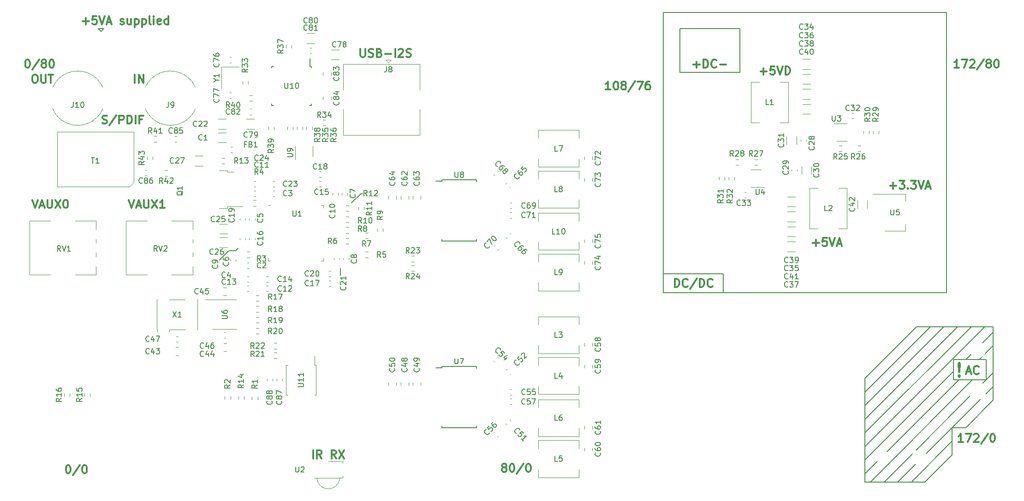
<source format=gto>
G04 #@! TF.GenerationSoftware,KiCad,Pcbnew,(5.1.10)-1*
G04 #@! TF.CreationDate,2021-05-07T16:49:03+02:00*
G04 #@! TF.ProjectId,dsp-amplifier-x4,6473702d-616d-4706-9c69-666965722d78,rev?*
G04 #@! TF.SameCoordinates,Original*
G04 #@! TF.FileFunction,Legend,Top*
G04 #@! TF.FilePolarity,Positive*
%FSLAX46Y46*%
G04 Gerber Fmt 4.6, Leading zero omitted, Abs format (unit mm)*
G04 Created by KiCad (PCBNEW (5.1.10)-1) date 2021-05-07 16:49:03*
%MOMM*%
%LPD*%
G01*
G04 APERTURE LIST*
%ADD10C,0.150000*%
%ADD11C,0.300000*%
%ADD12C,0.450000*%
%ADD13C,0.120000*%
%ADD14C,1.700000*%
%ADD15R,1.700000X1.700000*%
%ADD16O,1.700000X1.700000*%
%ADD17C,6.000000*%
%ADD18C,1.800000*%
%ADD19C,4.000000*%
%ADD20R,3.000000X3.000000*%
%ADD21C,3.000000*%
%ADD22R,2.500000X2.500000*%
%ADD23C,2.500000*%
%ADD24R,1.200000X0.400000*%
%ADD25R,4.110000X4.360000*%
%ADD26R,2.200000X1.200000*%
%ADD27R,6.400000X5.800000*%
%ADD28R,1.800000X2.000000*%
%ADD29C,2.400000*%
%ADD30R,2.400000X2.400000*%
%ADD31C,3.400000*%
%ADD32R,1.200000X1.400000*%
%ADD33R,1.600000X0.550000*%
%ADD34R,0.550000X1.600000*%
%ADD35R,0.650000X1.060000*%
%ADD36R,2.000000X1.500000*%
%ADD37R,2.000000X3.800000*%
%ADD38R,1.060000X0.650000*%
%ADD39R,5.300000X5.300000*%
%ADD40R,1.600000X1.000000*%
%ADD41C,1.400000*%
%ADD42R,1.400000X1.400000*%
G04 APERTURE END LIST*
D10*
X122250000Y-96250000D02*
X124000000Y-94500000D01*
X124000000Y-94500000D02*
X124250000Y-94500000D01*
D11*
X81392857Y-95678571D02*
X81892857Y-97178571D01*
X82392857Y-95678571D01*
X82821428Y-96750000D02*
X83535714Y-96750000D01*
X82678571Y-97178571D02*
X83178571Y-95678571D01*
X83678571Y-97178571D01*
X84178571Y-95678571D02*
X84178571Y-96892857D01*
X84250000Y-97035714D01*
X84321428Y-97107142D01*
X84464285Y-97178571D01*
X84750000Y-97178571D01*
X84892857Y-97107142D01*
X84964285Y-97035714D01*
X85035714Y-96892857D01*
X85035714Y-95678571D01*
X85607142Y-95678571D02*
X86607142Y-97178571D01*
X86607142Y-95678571D02*
X85607142Y-97178571D01*
X87964285Y-97178571D02*
X87107142Y-97178571D01*
X87535714Y-97178571D02*
X87535714Y-95678571D01*
X87392857Y-95892857D01*
X87250000Y-96035714D01*
X87107142Y-96107142D01*
X63642857Y-95678571D02*
X64142857Y-97178571D01*
X64642857Y-95678571D01*
X65071428Y-96750000D02*
X65785714Y-96750000D01*
X64928571Y-97178571D02*
X65428571Y-95678571D01*
X65928571Y-97178571D01*
X66428571Y-95678571D02*
X66428571Y-96892857D01*
X66500000Y-97035714D01*
X66571428Y-97107142D01*
X66714285Y-97178571D01*
X67000000Y-97178571D01*
X67142857Y-97107142D01*
X67214285Y-97035714D01*
X67285714Y-96892857D01*
X67285714Y-95678571D01*
X67857142Y-95678571D02*
X68857142Y-97178571D01*
X68857142Y-95678571D02*
X67857142Y-97178571D01*
X69714285Y-95678571D02*
X69857142Y-95678571D01*
X70000000Y-95750000D01*
X70071428Y-95821428D01*
X70142857Y-95964285D01*
X70214285Y-96250000D01*
X70214285Y-96607142D01*
X70142857Y-96892857D01*
X70071428Y-97035714D01*
X70000000Y-97107142D01*
X69857142Y-97178571D01*
X69714285Y-97178571D01*
X69571428Y-97107142D01*
X69500000Y-97035714D01*
X69428571Y-96892857D01*
X69357142Y-96607142D01*
X69357142Y-96250000D01*
X69428571Y-95964285D01*
X69500000Y-95821428D01*
X69571428Y-95750000D01*
X69714285Y-95678571D01*
D10*
X76750000Y-64250000D02*
X76250000Y-64750000D01*
X75750000Y-64250000D02*
X76750000Y-64250000D01*
X76250000Y-64750000D02*
X75750000Y-64250000D01*
D11*
X72892857Y-62857142D02*
X74035714Y-62857142D01*
X73464285Y-63428571D02*
X73464285Y-62285714D01*
X75464285Y-61928571D02*
X74750000Y-61928571D01*
X74678571Y-62642857D01*
X74750000Y-62571428D01*
X74892857Y-62500000D01*
X75250000Y-62500000D01*
X75392857Y-62571428D01*
X75464285Y-62642857D01*
X75535714Y-62785714D01*
X75535714Y-63142857D01*
X75464285Y-63285714D01*
X75392857Y-63357142D01*
X75250000Y-63428571D01*
X74892857Y-63428571D01*
X74750000Y-63357142D01*
X74678571Y-63285714D01*
X75964285Y-61928571D02*
X76464285Y-63428571D01*
X76964285Y-61928571D01*
X77392857Y-63000000D02*
X78107142Y-63000000D01*
X77250000Y-63428571D02*
X77750000Y-61928571D01*
X78250000Y-63428571D01*
X79821428Y-63357142D02*
X79964285Y-63428571D01*
X80250000Y-63428571D01*
X80392857Y-63357142D01*
X80464285Y-63214285D01*
X80464285Y-63142857D01*
X80392857Y-63000000D01*
X80250000Y-62928571D01*
X80035714Y-62928571D01*
X79892857Y-62857142D01*
X79821428Y-62714285D01*
X79821428Y-62642857D01*
X79892857Y-62500000D01*
X80035714Y-62428571D01*
X80250000Y-62428571D01*
X80392857Y-62500000D01*
X81750000Y-62428571D02*
X81750000Y-63428571D01*
X81107142Y-62428571D02*
X81107142Y-63214285D01*
X81178571Y-63357142D01*
X81321428Y-63428571D01*
X81535714Y-63428571D01*
X81678571Y-63357142D01*
X81750000Y-63285714D01*
X82464285Y-62428571D02*
X82464285Y-63928571D01*
X82464285Y-62500000D02*
X82607142Y-62428571D01*
X82892857Y-62428571D01*
X83035714Y-62500000D01*
X83107142Y-62571428D01*
X83178571Y-62714285D01*
X83178571Y-63142857D01*
X83107142Y-63285714D01*
X83035714Y-63357142D01*
X82892857Y-63428571D01*
X82607142Y-63428571D01*
X82464285Y-63357142D01*
X83821428Y-62428571D02*
X83821428Y-63928571D01*
X83821428Y-62500000D02*
X83964285Y-62428571D01*
X84250000Y-62428571D01*
X84392857Y-62500000D01*
X84464285Y-62571428D01*
X84535714Y-62714285D01*
X84535714Y-63142857D01*
X84464285Y-63285714D01*
X84392857Y-63357142D01*
X84250000Y-63428571D01*
X83964285Y-63428571D01*
X83821428Y-63357142D01*
X85392857Y-63428571D02*
X85250000Y-63357142D01*
X85178571Y-63214285D01*
X85178571Y-61928571D01*
X85964285Y-63428571D02*
X85964285Y-62428571D01*
X85964285Y-61928571D02*
X85892857Y-62000000D01*
X85964285Y-62071428D01*
X86035714Y-62000000D01*
X85964285Y-61928571D01*
X85964285Y-62071428D01*
X87250000Y-63357142D02*
X87107142Y-63428571D01*
X86821428Y-63428571D01*
X86678571Y-63357142D01*
X86607142Y-63214285D01*
X86607142Y-62642857D01*
X86678571Y-62500000D01*
X86821428Y-62428571D01*
X87107142Y-62428571D01*
X87250000Y-62500000D01*
X87321428Y-62642857D01*
X87321428Y-62785714D01*
X86607142Y-62928571D01*
X88607142Y-63428571D02*
X88607142Y-61928571D01*
X88607142Y-63357142D02*
X88464285Y-63428571D01*
X88178571Y-63428571D01*
X88035714Y-63357142D01*
X87964285Y-63285714D01*
X87892857Y-63142857D01*
X87892857Y-62714285D01*
X87964285Y-62571428D01*
X88035714Y-62500000D01*
X88178571Y-62428571D01*
X88464285Y-62428571D01*
X88607142Y-62500000D01*
D10*
X120250000Y-108250000D02*
X120250000Y-109500000D01*
X216500000Y-128500000D02*
X226000000Y-119000000D01*
X228500000Y-119000000D02*
X216500000Y-131000000D01*
X216500000Y-133500000D02*
X231000000Y-119000000D01*
X216500000Y-147500000D02*
X216500000Y-128500000D01*
X240000000Y-119000000D02*
X226000000Y-119000000D01*
X232750000Y-128750000D02*
X232750000Y-125000000D01*
X238750000Y-128750000D02*
X232750000Y-128750000D01*
X238750000Y-125000000D02*
X238750000Y-128750000D01*
X232750000Y-125000000D02*
X238750000Y-125000000D01*
X190500000Y-109250000D02*
X190500000Y-112750000D01*
X179500000Y-109250000D02*
X190500000Y-109250000D01*
X231500000Y-61250000D02*
X179500000Y-61250000D01*
X231500000Y-112750000D02*
X231500000Y-61250000D01*
X179500000Y-112750000D02*
X231500000Y-112750000D01*
X179500000Y-61250000D02*
X179500000Y-112750000D01*
X232500000Y-137500000D02*
X235000000Y-137500000D01*
X232500000Y-142500000D02*
X232500000Y-137500000D01*
X216500000Y-147500000D02*
X227500000Y-147500000D01*
X240000000Y-119000000D02*
X240000000Y-132500000D01*
X233500000Y-119000000D02*
X216500000Y-136000000D01*
X232500000Y-142500000D02*
X227500000Y-147500000D01*
X232500000Y-140000000D02*
X225000000Y-147500000D01*
X240000000Y-132500000D02*
X235000000Y-137500000D01*
X222500000Y-147500000D02*
X240000000Y-130000000D01*
X217500000Y-147500000D02*
X236250000Y-128750000D01*
X216500000Y-146000000D02*
X233750000Y-128750000D01*
X240000000Y-127500000D02*
X220000000Y-147500000D01*
X240000000Y-122500000D02*
X237500000Y-125000000D01*
X235000000Y-125000000D02*
X240000000Y-120000000D01*
X232750000Y-127250000D02*
X216500000Y-143500000D01*
X238500000Y-119000000D02*
X216500000Y-141000000D01*
X216500000Y-138500000D02*
X236000000Y-119000000D01*
D12*
X233750000Y-127892857D02*
X233869047Y-128011904D01*
X233750000Y-128130952D01*
X233630952Y-128011904D01*
X233750000Y-127892857D01*
X233750000Y-128130952D01*
X233750000Y-127178571D02*
X233630952Y-125750000D01*
X233750000Y-125630952D01*
X233869047Y-125750000D01*
X233750000Y-127178571D01*
X233750000Y-125630952D01*
D10*
X193500000Y-64250000D02*
X182500000Y-64250000D01*
X193500000Y-72250000D02*
X193500000Y-64250000D01*
X182500000Y-72250000D02*
X193500000Y-72250000D01*
X182500000Y-64250000D02*
X182500000Y-72250000D01*
D11*
X233785714Y-71428571D02*
X232928571Y-71428571D01*
X233357142Y-71428571D02*
X233357142Y-69928571D01*
X233214285Y-70142857D01*
X233071428Y-70285714D01*
X232928571Y-70357142D01*
X234285714Y-69928571D02*
X235285714Y-69928571D01*
X234642857Y-71428571D01*
X235785714Y-70071428D02*
X235857142Y-70000000D01*
X236000000Y-69928571D01*
X236357142Y-69928571D01*
X236500000Y-70000000D01*
X236571428Y-70071428D01*
X236642857Y-70214285D01*
X236642857Y-70357142D01*
X236571428Y-70571428D01*
X235714285Y-71428571D01*
X236642857Y-71428571D01*
X238357142Y-69857142D02*
X237071428Y-71785714D01*
X239071428Y-70571428D02*
X238928571Y-70500000D01*
X238857142Y-70428571D01*
X238785714Y-70285714D01*
X238785714Y-70214285D01*
X238857142Y-70071428D01*
X238928571Y-70000000D01*
X239071428Y-69928571D01*
X239357142Y-69928571D01*
X239500000Y-70000000D01*
X239571428Y-70071428D01*
X239642857Y-70214285D01*
X239642857Y-70285714D01*
X239571428Y-70428571D01*
X239500000Y-70500000D01*
X239357142Y-70571428D01*
X239071428Y-70571428D01*
X238928571Y-70642857D01*
X238857142Y-70714285D01*
X238785714Y-70857142D01*
X238785714Y-71142857D01*
X238857142Y-71285714D01*
X238928571Y-71357142D01*
X239071428Y-71428571D01*
X239357142Y-71428571D01*
X239500000Y-71357142D01*
X239571428Y-71285714D01*
X239642857Y-71142857D01*
X239642857Y-70857142D01*
X239571428Y-70714285D01*
X239500000Y-70642857D01*
X239357142Y-70571428D01*
X240571428Y-69928571D02*
X240714285Y-69928571D01*
X240857142Y-70000000D01*
X240928571Y-70071428D01*
X241000000Y-70214285D01*
X241071428Y-70500000D01*
X241071428Y-70857142D01*
X241000000Y-71142857D01*
X240928571Y-71285714D01*
X240857142Y-71357142D01*
X240714285Y-71428571D01*
X240571428Y-71428571D01*
X240428571Y-71357142D01*
X240357142Y-71285714D01*
X240285714Y-71142857D01*
X240214285Y-70857142D01*
X240214285Y-70500000D01*
X240285714Y-70214285D01*
X240357142Y-70071428D01*
X240428571Y-70000000D01*
X240571428Y-69928571D01*
X169785714Y-75428571D02*
X168928571Y-75428571D01*
X169357142Y-75428571D02*
X169357142Y-73928571D01*
X169214285Y-74142857D01*
X169071428Y-74285714D01*
X168928571Y-74357142D01*
X170714285Y-73928571D02*
X170857142Y-73928571D01*
X171000000Y-74000000D01*
X171071428Y-74071428D01*
X171142857Y-74214285D01*
X171214285Y-74500000D01*
X171214285Y-74857142D01*
X171142857Y-75142857D01*
X171071428Y-75285714D01*
X171000000Y-75357142D01*
X170857142Y-75428571D01*
X170714285Y-75428571D01*
X170571428Y-75357142D01*
X170500000Y-75285714D01*
X170428571Y-75142857D01*
X170357142Y-74857142D01*
X170357142Y-74500000D01*
X170428571Y-74214285D01*
X170500000Y-74071428D01*
X170571428Y-74000000D01*
X170714285Y-73928571D01*
X172071428Y-74571428D02*
X171928571Y-74500000D01*
X171857142Y-74428571D01*
X171785714Y-74285714D01*
X171785714Y-74214285D01*
X171857142Y-74071428D01*
X171928571Y-74000000D01*
X172071428Y-73928571D01*
X172357142Y-73928571D01*
X172500000Y-74000000D01*
X172571428Y-74071428D01*
X172642857Y-74214285D01*
X172642857Y-74285714D01*
X172571428Y-74428571D01*
X172500000Y-74500000D01*
X172357142Y-74571428D01*
X172071428Y-74571428D01*
X171928571Y-74642857D01*
X171857142Y-74714285D01*
X171785714Y-74857142D01*
X171785714Y-75142857D01*
X171857142Y-75285714D01*
X171928571Y-75357142D01*
X172071428Y-75428571D01*
X172357142Y-75428571D01*
X172500000Y-75357142D01*
X172571428Y-75285714D01*
X172642857Y-75142857D01*
X172642857Y-74857142D01*
X172571428Y-74714285D01*
X172500000Y-74642857D01*
X172357142Y-74571428D01*
X174357142Y-73857142D02*
X173071428Y-75785714D01*
X174714285Y-73928571D02*
X175714285Y-73928571D01*
X175071428Y-75428571D01*
X176928571Y-73928571D02*
X176642857Y-73928571D01*
X176500000Y-74000000D01*
X176428571Y-74071428D01*
X176285714Y-74285714D01*
X176214285Y-74571428D01*
X176214285Y-75142857D01*
X176285714Y-75285714D01*
X176357142Y-75357142D01*
X176500000Y-75428571D01*
X176785714Y-75428571D01*
X176928571Y-75357142D01*
X177000000Y-75285714D01*
X177071428Y-75142857D01*
X177071428Y-74785714D01*
X177000000Y-74642857D01*
X176928571Y-74571428D01*
X176785714Y-74500000D01*
X176500000Y-74500000D01*
X176357142Y-74571428D01*
X176285714Y-74642857D01*
X176214285Y-74785714D01*
X234500000Y-140178571D02*
X233642857Y-140178571D01*
X234071428Y-140178571D02*
X234071428Y-138678571D01*
X233928571Y-138892857D01*
X233785714Y-139035714D01*
X233642857Y-139107142D01*
X235000000Y-138678571D02*
X236000000Y-138678571D01*
X235357142Y-140178571D01*
X236500000Y-138821428D02*
X236571428Y-138750000D01*
X236714285Y-138678571D01*
X237071428Y-138678571D01*
X237214285Y-138750000D01*
X237285714Y-138821428D01*
X237357142Y-138964285D01*
X237357142Y-139107142D01*
X237285714Y-139321428D01*
X236428571Y-140178571D01*
X237357142Y-140178571D01*
X239071428Y-138607142D02*
X237785714Y-140535714D01*
X239857142Y-138678571D02*
X240000000Y-138678571D01*
X240142857Y-138750000D01*
X240214285Y-138821428D01*
X240285714Y-138964285D01*
X240357142Y-139250000D01*
X240357142Y-139607142D01*
X240285714Y-139892857D01*
X240214285Y-140035714D01*
X240142857Y-140107142D01*
X240000000Y-140178571D01*
X239857142Y-140178571D01*
X239714285Y-140107142D01*
X239642857Y-140035714D01*
X239571428Y-139892857D01*
X239500000Y-139607142D01*
X239500000Y-139250000D01*
X239571428Y-138964285D01*
X239642857Y-138821428D01*
X239714285Y-138750000D01*
X239857142Y-138678571D01*
X150142857Y-144821428D02*
X150000000Y-144750000D01*
X149928571Y-144678571D01*
X149857142Y-144535714D01*
X149857142Y-144464285D01*
X149928571Y-144321428D01*
X150000000Y-144250000D01*
X150142857Y-144178571D01*
X150428571Y-144178571D01*
X150571428Y-144250000D01*
X150642857Y-144321428D01*
X150714285Y-144464285D01*
X150714285Y-144535714D01*
X150642857Y-144678571D01*
X150571428Y-144750000D01*
X150428571Y-144821428D01*
X150142857Y-144821428D01*
X150000000Y-144892857D01*
X149928571Y-144964285D01*
X149857142Y-145107142D01*
X149857142Y-145392857D01*
X149928571Y-145535714D01*
X150000000Y-145607142D01*
X150142857Y-145678571D01*
X150428571Y-145678571D01*
X150571428Y-145607142D01*
X150642857Y-145535714D01*
X150714285Y-145392857D01*
X150714285Y-145107142D01*
X150642857Y-144964285D01*
X150571428Y-144892857D01*
X150428571Y-144821428D01*
X151642857Y-144178571D02*
X151785714Y-144178571D01*
X151928571Y-144250000D01*
X152000000Y-144321428D01*
X152071428Y-144464285D01*
X152142857Y-144750000D01*
X152142857Y-145107142D01*
X152071428Y-145392857D01*
X152000000Y-145535714D01*
X151928571Y-145607142D01*
X151785714Y-145678571D01*
X151642857Y-145678571D01*
X151500000Y-145607142D01*
X151428571Y-145535714D01*
X151357142Y-145392857D01*
X151285714Y-145107142D01*
X151285714Y-144750000D01*
X151357142Y-144464285D01*
X151428571Y-144321428D01*
X151500000Y-144250000D01*
X151642857Y-144178571D01*
X153857142Y-144107142D02*
X152571428Y-146035714D01*
X154642857Y-144178571D02*
X154785714Y-144178571D01*
X154928571Y-144250000D01*
X155000000Y-144321428D01*
X155071428Y-144464285D01*
X155142857Y-144750000D01*
X155142857Y-145107142D01*
X155071428Y-145392857D01*
X155000000Y-145535714D01*
X154928571Y-145607142D01*
X154785714Y-145678571D01*
X154642857Y-145678571D01*
X154500000Y-145607142D01*
X154428571Y-145535714D01*
X154357142Y-145392857D01*
X154285714Y-145107142D01*
X154285714Y-144750000D01*
X154357142Y-144464285D01*
X154428571Y-144321428D01*
X154500000Y-144250000D01*
X154642857Y-144178571D01*
X70178571Y-144428571D02*
X70321428Y-144428571D01*
X70464285Y-144500000D01*
X70535714Y-144571428D01*
X70607142Y-144714285D01*
X70678571Y-145000000D01*
X70678571Y-145357142D01*
X70607142Y-145642857D01*
X70535714Y-145785714D01*
X70464285Y-145857142D01*
X70321428Y-145928571D01*
X70178571Y-145928571D01*
X70035714Y-145857142D01*
X69964285Y-145785714D01*
X69892857Y-145642857D01*
X69821428Y-145357142D01*
X69821428Y-145000000D01*
X69892857Y-144714285D01*
X69964285Y-144571428D01*
X70035714Y-144500000D01*
X70178571Y-144428571D01*
X72392857Y-144357142D02*
X71107142Y-146285714D01*
X73178571Y-144428571D02*
X73321428Y-144428571D01*
X73464285Y-144500000D01*
X73535714Y-144571428D01*
X73607142Y-144714285D01*
X73678571Y-145000000D01*
X73678571Y-145357142D01*
X73607142Y-145642857D01*
X73535714Y-145785714D01*
X73464285Y-145857142D01*
X73321428Y-145928571D01*
X73178571Y-145928571D01*
X73035714Y-145857142D01*
X72964285Y-145785714D01*
X72892857Y-145642857D01*
X72821428Y-145357142D01*
X72821428Y-145000000D01*
X72892857Y-144714285D01*
X72964285Y-144571428D01*
X73035714Y-144500000D01*
X73178571Y-144428571D01*
X62714285Y-69928571D02*
X62857142Y-69928571D01*
X63000000Y-70000000D01*
X63071428Y-70071428D01*
X63142857Y-70214285D01*
X63214285Y-70500000D01*
X63214285Y-70857142D01*
X63142857Y-71142857D01*
X63071428Y-71285714D01*
X63000000Y-71357142D01*
X62857142Y-71428571D01*
X62714285Y-71428571D01*
X62571428Y-71357142D01*
X62500000Y-71285714D01*
X62428571Y-71142857D01*
X62357142Y-70857142D01*
X62357142Y-70500000D01*
X62428571Y-70214285D01*
X62500000Y-70071428D01*
X62571428Y-70000000D01*
X62714285Y-69928571D01*
X64928571Y-69857142D02*
X63642857Y-71785714D01*
X65642857Y-70571428D02*
X65500000Y-70500000D01*
X65428571Y-70428571D01*
X65357142Y-70285714D01*
X65357142Y-70214285D01*
X65428571Y-70071428D01*
X65500000Y-70000000D01*
X65642857Y-69928571D01*
X65928571Y-69928571D01*
X66071428Y-70000000D01*
X66142857Y-70071428D01*
X66214285Y-70214285D01*
X66214285Y-70285714D01*
X66142857Y-70428571D01*
X66071428Y-70500000D01*
X65928571Y-70571428D01*
X65642857Y-70571428D01*
X65500000Y-70642857D01*
X65428571Y-70714285D01*
X65357142Y-70857142D01*
X65357142Y-71142857D01*
X65428571Y-71285714D01*
X65500000Y-71357142D01*
X65642857Y-71428571D01*
X65928571Y-71428571D01*
X66071428Y-71357142D01*
X66142857Y-71285714D01*
X66214285Y-71142857D01*
X66214285Y-70857142D01*
X66142857Y-70714285D01*
X66071428Y-70642857D01*
X65928571Y-70571428D01*
X67142857Y-69928571D02*
X67285714Y-69928571D01*
X67428571Y-70000000D01*
X67500000Y-70071428D01*
X67571428Y-70214285D01*
X67642857Y-70500000D01*
X67642857Y-70857142D01*
X67571428Y-71142857D01*
X67500000Y-71285714D01*
X67428571Y-71357142D01*
X67285714Y-71428571D01*
X67142857Y-71428571D01*
X67000000Y-71357142D01*
X66928571Y-71285714D01*
X66857142Y-71142857D01*
X66785714Y-70857142D01*
X66785714Y-70500000D01*
X66857142Y-70214285D01*
X66928571Y-70071428D01*
X67000000Y-70000000D01*
X67142857Y-69928571D01*
X181571428Y-111678571D02*
X181571428Y-110178571D01*
X181928571Y-110178571D01*
X182142857Y-110250000D01*
X182285714Y-110392857D01*
X182357142Y-110535714D01*
X182428571Y-110821428D01*
X182428571Y-111035714D01*
X182357142Y-111321428D01*
X182285714Y-111464285D01*
X182142857Y-111607142D01*
X181928571Y-111678571D01*
X181571428Y-111678571D01*
X183928571Y-111535714D02*
X183857142Y-111607142D01*
X183642857Y-111678571D01*
X183500000Y-111678571D01*
X183285714Y-111607142D01*
X183142857Y-111464285D01*
X183071428Y-111321428D01*
X183000000Y-111035714D01*
X183000000Y-110821428D01*
X183071428Y-110535714D01*
X183142857Y-110392857D01*
X183285714Y-110250000D01*
X183500000Y-110178571D01*
X183642857Y-110178571D01*
X183857142Y-110250000D01*
X183928571Y-110321428D01*
X185642857Y-110107142D02*
X184357142Y-112035714D01*
X186142857Y-111678571D02*
X186142857Y-110178571D01*
X186500000Y-110178571D01*
X186714285Y-110250000D01*
X186857142Y-110392857D01*
X186928571Y-110535714D01*
X187000000Y-110821428D01*
X187000000Y-111035714D01*
X186928571Y-111321428D01*
X186857142Y-111464285D01*
X186714285Y-111607142D01*
X186500000Y-111678571D01*
X186142857Y-111678571D01*
X188500000Y-111535714D02*
X188428571Y-111607142D01*
X188214285Y-111678571D01*
X188071428Y-111678571D01*
X187857142Y-111607142D01*
X187714285Y-111464285D01*
X187642857Y-111321428D01*
X187571428Y-111035714D01*
X187571428Y-110821428D01*
X187642857Y-110535714D01*
X187714285Y-110392857D01*
X187857142Y-110250000D01*
X188071428Y-110178571D01*
X188214285Y-110178571D01*
X188428571Y-110250000D01*
X188500000Y-110321428D01*
X76535714Y-81607142D02*
X76750000Y-81678571D01*
X77107142Y-81678571D01*
X77250000Y-81607142D01*
X77321428Y-81535714D01*
X77392857Y-81392857D01*
X77392857Y-81250000D01*
X77321428Y-81107142D01*
X77250000Y-81035714D01*
X77107142Y-80964285D01*
X76821428Y-80892857D01*
X76678571Y-80821428D01*
X76607142Y-80750000D01*
X76535714Y-80607142D01*
X76535714Y-80464285D01*
X76607142Y-80321428D01*
X76678571Y-80250000D01*
X76821428Y-80178571D01*
X77178571Y-80178571D01*
X77392857Y-80250000D01*
X79107142Y-80107142D02*
X77821428Y-82035714D01*
X79607142Y-81678571D02*
X79607142Y-80178571D01*
X80178571Y-80178571D01*
X80321428Y-80250000D01*
X80392857Y-80321428D01*
X80464285Y-80464285D01*
X80464285Y-80678571D01*
X80392857Y-80821428D01*
X80321428Y-80892857D01*
X80178571Y-80964285D01*
X79607142Y-80964285D01*
X81107142Y-81678571D02*
X81107142Y-80178571D01*
X81464285Y-80178571D01*
X81678571Y-80250000D01*
X81821428Y-80392857D01*
X81892857Y-80535714D01*
X81964285Y-80821428D01*
X81964285Y-81035714D01*
X81892857Y-81321428D01*
X81821428Y-81464285D01*
X81678571Y-81607142D01*
X81464285Y-81678571D01*
X81107142Y-81678571D01*
X82607142Y-81678571D02*
X82607142Y-80178571D01*
X83821428Y-80892857D02*
X83321428Y-80892857D01*
X83321428Y-81678571D02*
X83321428Y-80178571D01*
X84035714Y-80178571D01*
X123892857Y-67928571D02*
X123892857Y-69142857D01*
X123964285Y-69285714D01*
X124035714Y-69357142D01*
X124178571Y-69428571D01*
X124464285Y-69428571D01*
X124607142Y-69357142D01*
X124678571Y-69285714D01*
X124750000Y-69142857D01*
X124750000Y-67928571D01*
X125392857Y-69357142D02*
X125607142Y-69428571D01*
X125964285Y-69428571D01*
X126107142Y-69357142D01*
X126178571Y-69285714D01*
X126250000Y-69142857D01*
X126250000Y-69000000D01*
X126178571Y-68857142D01*
X126107142Y-68785714D01*
X125964285Y-68714285D01*
X125678571Y-68642857D01*
X125535714Y-68571428D01*
X125464285Y-68500000D01*
X125392857Y-68357142D01*
X125392857Y-68214285D01*
X125464285Y-68071428D01*
X125535714Y-68000000D01*
X125678571Y-67928571D01*
X126035714Y-67928571D01*
X126250000Y-68000000D01*
X127392857Y-68642857D02*
X127607142Y-68714285D01*
X127678571Y-68785714D01*
X127750000Y-68928571D01*
X127750000Y-69142857D01*
X127678571Y-69285714D01*
X127607142Y-69357142D01*
X127464285Y-69428571D01*
X126892857Y-69428571D01*
X126892857Y-67928571D01*
X127392857Y-67928571D01*
X127535714Y-68000000D01*
X127607142Y-68071428D01*
X127678571Y-68214285D01*
X127678571Y-68357142D01*
X127607142Y-68500000D01*
X127535714Y-68571428D01*
X127392857Y-68642857D01*
X126892857Y-68642857D01*
X128392857Y-68857142D02*
X129535714Y-68857142D01*
X130250000Y-69428571D02*
X130250000Y-67928571D01*
X130892857Y-68071428D02*
X130964285Y-68000000D01*
X131107142Y-67928571D01*
X131464285Y-67928571D01*
X131607142Y-68000000D01*
X131678571Y-68071428D01*
X131750000Y-68214285D01*
X131750000Y-68357142D01*
X131678571Y-68571428D01*
X130821428Y-69428571D01*
X131750000Y-69428571D01*
X132321428Y-69357142D02*
X132535714Y-69428571D01*
X132892857Y-69428571D01*
X133035714Y-69357142D01*
X133107142Y-69285714D01*
X133178571Y-69142857D01*
X133178571Y-69000000D01*
X133107142Y-68857142D01*
X133035714Y-68785714D01*
X132892857Y-68714285D01*
X132607142Y-68642857D01*
X132464285Y-68571428D01*
X132392857Y-68500000D01*
X132321428Y-68357142D01*
X132321428Y-68214285D01*
X132392857Y-68071428D01*
X132464285Y-68000000D01*
X132607142Y-67928571D01*
X132964285Y-67928571D01*
X133178571Y-68000000D01*
X197321428Y-72107142D02*
X198464285Y-72107142D01*
X197892857Y-72678571D02*
X197892857Y-71535714D01*
X199892857Y-71178571D02*
X199178571Y-71178571D01*
X199107142Y-71892857D01*
X199178571Y-71821428D01*
X199321428Y-71750000D01*
X199678571Y-71750000D01*
X199821428Y-71821428D01*
X199892857Y-71892857D01*
X199964285Y-72035714D01*
X199964285Y-72392857D01*
X199892857Y-72535714D01*
X199821428Y-72607142D01*
X199678571Y-72678571D01*
X199321428Y-72678571D01*
X199178571Y-72607142D01*
X199107142Y-72535714D01*
X200392857Y-71178571D02*
X200892857Y-72678571D01*
X201392857Y-71178571D01*
X201892857Y-72678571D02*
X201892857Y-71178571D01*
X202250000Y-71178571D01*
X202464285Y-71250000D01*
X202607142Y-71392857D01*
X202678571Y-71535714D01*
X202750000Y-71821428D01*
X202750000Y-72035714D01*
X202678571Y-72321428D01*
X202607142Y-72464285D01*
X202464285Y-72607142D01*
X202250000Y-72678571D01*
X201892857Y-72678571D01*
X115214285Y-143178571D02*
X115214285Y-141678571D01*
X116785714Y-143178571D02*
X116285714Y-142464285D01*
X115928571Y-143178571D02*
X115928571Y-141678571D01*
X116500000Y-141678571D01*
X116642857Y-141750000D01*
X116714285Y-141821428D01*
X116785714Y-141964285D01*
X116785714Y-142178571D01*
X116714285Y-142321428D01*
X116642857Y-142392857D01*
X116500000Y-142464285D01*
X115928571Y-142464285D01*
X119428571Y-143178571D02*
X118928571Y-142464285D01*
X118571428Y-143178571D02*
X118571428Y-141678571D01*
X119142857Y-141678571D01*
X119285714Y-141750000D01*
X119357142Y-141821428D01*
X119428571Y-141964285D01*
X119428571Y-142178571D01*
X119357142Y-142321428D01*
X119285714Y-142392857D01*
X119142857Y-142464285D01*
X118571428Y-142464285D01*
X119928571Y-141678571D02*
X120928571Y-143178571D01*
X120928571Y-141678571D02*
X119928571Y-143178571D01*
X206928571Y-103607142D02*
X208071428Y-103607142D01*
X207500000Y-104178571D02*
X207500000Y-103035714D01*
X209500000Y-102678571D02*
X208785714Y-102678571D01*
X208714285Y-103392857D01*
X208785714Y-103321428D01*
X208928571Y-103250000D01*
X209285714Y-103250000D01*
X209428571Y-103321428D01*
X209500000Y-103392857D01*
X209571428Y-103535714D01*
X209571428Y-103892857D01*
X209500000Y-104035714D01*
X209428571Y-104107142D01*
X209285714Y-104178571D01*
X208928571Y-104178571D01*
X208785714Y-104107142D01*
X208714285Y-104035714D01*
X210000000Y-102678571D02*
X210500000Y-104178571D01*
X211000000Y-102678571D01*
X211428571Y-103750000D02*
X212142857Y-103750000D01*
X211285714Y-104178571D02*
X211785714Y-102678571D01*
X212285714Y-104178571D01*
X221107142Y-93107142D02*
X222250000Y-93107142D01*
X221678571Y-93678571D02*
X221678571Y-92535714D01*
X222821428Y-92178571D02*
X223750000Y-92178571D01*
X223250000Y-92750000D01*
X223464285Y-92750000D01*
X223607142Y-92821428D01*
X223678571Y-92892857D01*
X223750000Y-93035714D01*
X223750000Y-93392857D01*
X223678571Y-93535714D01*
X223607142Y-93607142D01*
X223464285Y-93678571D01*
X223035714Y-93678571D01*
X222892857Y-93607142D01*
X222821428Y-93535714D01*
X224392857Y-93535714D02*
X224464285Y-93607142D01*
X224392857Y-93678571D01*
X224321428Y-93607142D01*
X224392857Y-93535714D01*
X224392857Y-93678571D01*
X224964285Y-92178571D02*
X225892857Y-92178571D01*
X225392857Y-92750000D01*
X225607142Y-92750000D01*
X225750000Y-92821428D01*
X225821428Y-92892857D01*
X225892857Y-93035714D01*
X225892857Y-93392857D01*
X225821428Y-93535714D01*
X225750000Y-93607142D01*
X225607142Y-93678571D01*
X225178571Y-93678571D01*
X225035714Y-93607142D01*
X224964285Y-93535714D01*
X226321428Y-92178571D02*
X226821428Y-93678571D01*
X227321428Y-92178571D01*
X227750000Y-93250000D02*
X228464285Y-93250000D01*
X227607142Y-93678571D02*
X228107142Y-92178571D01*
X228607142Y-93678571D01*
X185000000Y-70857142D02*
X186142857Y-70857142D01*
X185571428Y-71428571D02*
X185571428Y-70285714D01*
X186857142Y-71428571D02*
X186857142Y-69928571D01*
X187214285Y-69928571D01*
X187428571Y-70000000D01*
X187571428Y-70142857D01*
X187642857Y-70285714D01*
X187714285Y-70571428D01*
X187714285Y-70785714D01*
X187642857Y-71071428D01*
X187571428Y-71214285D01*
X187428571Y-71357142D01*
X187214285Y-71428571D01*
X186857142Y-71428571D01*
X189214285Y-71285714D02*
X189142857Y-71357142D01*
X188928571Y-71428571D01*
X188785714Y-71428571D01*
X188571428Y-71357142D01*
X188428571Y-71214285D01*
X188357142Y-71071428D01*
X188285714Y-70785714D01*
X188285714Y-70571428D01*
X188357142Y-70285714D01*
X188428571Y-70142857D01*
X188571428Y-70000000D01*
X188785714Y-69928571D01*
X188928571Y-69928571D01*
X189142857Y-70000000D01*
X189214285Y-70071428D01*
X189857142Y-70857142D02*
X191000000Y-70857142D01*
X235142857Y-127250000D02*
X235857142Y-127250000D01*
X235000000Y-127678571D02*
X235500000Y-126178571D01*
X236000000Y-127678571D01*
X237357142Y-127535714D02*
X237285714Y-127607142D01*
X237071428Y-127678571D01*
X236928571Y-127678571D01*
X236714285Y-127607142D01*
X236571428Y-127464285D01*
X236500000Y-127321428D01*
X236428571Y-127035714D01*
X236428571Y-126821428D01*
X236500000Y-126535714D01*
X236571428Y-126392857D01*
X236714285Y-126250000D01*
X236928571Y-126178571D01*
X237071428Y-126178571D01*
X237285714Y-126250000D01*
X237357142Y-126321428D01*
X82464285Y-74178571D02*
X82464285Y-72678571D01*
X83178571Y-74178571D02*
X83178571Y-72678571D01*
X84035714Y-74178571D01*
X84035714Y-72678571D01*
X64000000Y-72678571D02*
X64285714Y-72678571D01*
X64428571Y-72750000D01*
X64571428Y-72892857D01*
X64642857Y-73178571D01*
X64642857Y-73678571D01*
X64571428Y-73964285D01*
X64428571Y-74107142D01*
X64285714Y-74178571D01*
X64000000Y-74178571D01*
X63857142Y-74107142D01*
X63714285Y-73964285D01*
X63642857Y-73678571D01*
X63642857Y-73178571D01*
X63714285Y-72892857D01*
X63857142Y-72750000D01*
X64000000Y-72678571D01*
X65285714Y-72678571D02*
X65285714Y-73892857D01*
X65357142Y-74035714D01*
X65428571Y-74107142D01*
X65571428Y-74178571D01*
X65857142Y-74178571D01*
X66000000Y-74107142D01*
X66071428Y-74035714D01*
X66142857Y-73892857D01*
X66142857Y-72678571D01*
X66642857Y-72678571D02*
X67500000Y-72678571D01*
X67071428Y-74178571D02*
X67071428Y-72678571D01*
D10*
X99750000Y-105000000D02*
X98000000Y-106750000D01*
X101000000Y-105000000D02*
X99750000Y-105000000D01*
X101500000Y-104500000D02*
X101000000Y-105000000D01*
D13*
X107995276Y-121977500D02*
X108504724Y-121977500D01*
X107995276Y-123022500D02*
X108504724Y-123022500D01*
X107995276Y-123727500D02*
X108504724Y-123727500D01*
X107995276Y-124772500D02*
X108504724Y-124772500D01*
X166485000Y-103511252D02*
X166485000Y-102988748D01*
X165015000Y-103511252D02*
X165015000Y-102988748D01*
X165015000Y-106988748D02*
X165015000Y-107511252D01*
X166485000Y-106988748D02*
X166485000Y-107511252D01*
X165015000Y-91738748D02*
X165015000Y-92261252D01*
X166485000Y-91738748D02*
X166485000Y-92261252D01*
X166485000Y-88261252D02*
X166485000Y-87738748D01*
X165015000Y-88261252D02*
X165015000Y-87738748D01*
X166485000Y-137761252D02*
X166485000Y-137238748D01*
X165015000Y-137761252D02*
X165015000Y-137238748D01*
X165015000Y-141276248D02*
X165015000Y-141798752D01*
X166485000Y-141276248D02*
X166485000Y-141798752D01*
X165015000Y-126026248D02*
X165015000Y-126548752D01*
X166485000Y-126026248D02*
X166485000Y-126548752D01*
X166485000Y-122511252D02*
X166485000Y-121988748D01*
X165015000Y-122511252D02*
X165015000Y-121988748D01*
X93120000Y-109470000D02*
X89255000Y-109470000D01*
X84745000Y-109470000D02*
X80880000Y-109470000D01*
X93120000Y-99530000D02*
X89255000Y-99530000D01*
X84745000Y-99530000D02*
X80880000Y-99530000D01*
X93120000Y-109470000D02*
X93120000Y-107871000D01*
X93120000Y-106129000D02*
X93120000Y-105370000D01*
X93120000Y-103629000D02*
X93120000Y-102870000D01*
X93120000Y-101130000D02*
X93120000Y-99530000D01*
X80880000Y-109470000D02*
X80880000Y-99530000D01*
X75370000Y-109470000D02*
X71505000Y-109470000D01*
X66995000Y-109470000D02*
X63130000Y-109470000D01*
X75370000Y-99530000D02*
X71505000Y-99530000D01*
X66995000Y-99530000D02*
X63130000Y-99530000D01*
X75370000Y-109470000D02*
X75370000Y-107871000D01*
X75370000Y-106129000D02*
X75370000Y-105370000D01*
X75370000Y-103629000D02*
X75370000Y-102870000D01*
X75370000Y-101130000D02*
X75370000Y-99530000D01*
X63130000Y-109470000D02*
X63130000Y-99530000D01*
X120600000Y-146750000D02*
X115510000Y-146750000D01*
X120600000Y-146410000D02*
X120600000Y-146750000D01*
X120600000Y-143740000D02*
X118000000Y-143740000D01*
X120600000Y-144090000D02*
X120600000Y-143740000D01*
X115900083Y-146751736D02*
G75*
G03*
X120100000Y-146750000I2099917J101736D01*
G01*
X104004724Y-77522500D02*
X103495276Y-77522500D01*
X104004724Y-76477500D02*
X103495276Y-76477500D01*
X116995276Y-80977500D02*
X117504724Y-80977500D01*
X116995276Y-82022500D02*
X117504724Y-82022500D01*
X102227500Y-74417224D02*
X102227500Y-73907776D01*
X103272500Y-74417224D02*
X103272500Y-73907776D01*
X101477500Y-132254724D02*
X101477500Y-131745276D01*
X102522500Y-132254724D02*
X102522500Y-131745276D01*
X110252500Y-128750000D02*
X110252500Y-131497500D01*
X110252500Y-131497500D02*
X110535000Y-131497500D01*
X110252500Y-128750000D02*
X110252500Y-126002500D01*
X110252500Y-126002500D02*
X110535000Y-126002500D01*
X115747500Y-128750000D02*
X115747500Y-131497500D01*
X115747500Y-131497500D02*
X115465000Y-131497500D01*
X115747500Y-128750000D02*
X115747500Y-126002500D01*
X115747500Y-126002500D02*
X115465000Y-126002500D01*
X115465000Y-126002500D02*
X115465000Y-124350000D01*
D10*
X145175000Y-137525000D02*
X145175000Y-137200000D01*
X138825000Y-137525000D02*
X145175000Y-137525000D01*
X138825000Y-137200000D02*
X138825000Y-137525000D01*
X145175000Y-126275000D02*
X145175000Y-126600000D01*
X138825000Y-126275000D02*
X145175000Y-126275000D01*
X138825000Y-126500000D02*
X138825000Y-126275000D01*
X137750000Y-126500000D02*
X138825000Y-126500000D01*
D13*
X117015000Y-76738748D02*
X117015000Y-77261252D01*
X118485000Y-76738748D02*
X118485000Y-77261252D01*
X118485000Y-72761252D02*
X118485000Y-72238748D01*
X117015000Y-72761252D02*
X117015000Y-72238748D01*
X103603733Y-80010000D02*
X103896267Y-80010000D01*
X103603733Y-78990000D02*
X103896267Y-78990000D01*
X114603733Y-68760000D02*
X114896267Y-68760000D01*
X114603733Y-67740000D02*
X114896267Y-67740000D01*
X114038748Y-66910000D02*
X115461252Y-66910000D01*
X114038748Y-65090000D02*
X115461252Y-65090000D01*
X102976248Y-82660000D02*
X104398752Y-82660000D01*
X102976248Y-80840000D02*
X104398752Y-80840000D01*
X118538748Y-69910000D02*
X119961252Y-69910000D01*
X118538748Y-68090000D02*
X119961252Y-68090000D01*
X107760000Y-128896267D02*
X107760000Y-128603733D01*
X106740000Y-128896267D02*
X106740000Y-128603733D01*
X109510000Y-128896267D02*
X109510000Y-128603733D01*
X108490000Y-128896267D02*
X108490000Y-128603733D01*
X99470000Y-90570000D02*
X100570000Y-90570000D01*
X99470000Y-90300000D02*
X99470000Y-90570000D01*
X97970000Y-90300000D02*
X99470000Y-90300000D01*
X99470000Y-96930000D02*
X102300000Y-96930000D01*
X99470000Y-97200000D02*
X99470000Y-96930000D01*
X97970000Y-97200000D02*
X99470000Y-97200000D01*
X86504724Y-85022500D02*
X85995276Y-85022500D01*
X86504724Y-83977500D02*
X85995276Y-83977500D01*
D10*
X145175000Y-103275000D02*
X145175000Y-102950000D01*
X138825000Y-103275000D02*
X145175000Y-103275000D01*
X138825000Y-102950000D02*
X138825000Y-103275000D01*
X145175000Y-92025000D02*
X145175000Y-92350000D01*
X138825000Y-92025000D02*
X145175000Y-92025000D01*
X138825000Y-92250000D02*
X138825000Y-92025000D01*
X137750000Y-92250000D02*
X138825000Y-92250000D01*
D13*
X148285949Y-104242802D02*
X148492802Y-104035949D01*
X149007198Y-104964051D02*
X149214051Y-104757198D01*
X148285949Y-138492802D02*
X148492802Y-138285949D01*
X149007198Y-139214051D02*
X149214051Y-139007198D01*
X93890000Y-114010000D02*
X93950000Y-114010000D01*
X93950000Y-114010000D02*
X93950000Y-119490000D01*
X93950000Y-119490000D02*
X93890000Y-119490000D01*
X88810000Y-114010000D02*
X91690000Y-114010000D01*
X86610000Y-119950000D02*
X86610000Y-119490000D01*
X86610000Y-119490000D02*
X86550000Y-119490000D01*
X86550000Y-119490000D02*
X86550000Y-114010000D01*
X86550000Y-114010000D02*
X86610000Y-114010000D01*
X91690000Y-119490000D02*
X88810000Y-119490000D01*
X88810000Y-119490000D02*
X88810000Y-119950000D01*
X98970000Y-113965000D02*
X95370000Y-113965000D01*
X98970000Y-113965000D02*
X101170000Y-113965000D01*
X98970000Y-119435000D02*
X96770000Y-119435000D01*
X98970000Y-119435000D02*
X101170000Y-119435000D01*
X156550000Y-139150000D02*
X163950000Y-139150000D01*
X163950000Y-139150000D02*
X163950000Y-137650000D01*
X156550000Y-139150000D02*
X156550000Y-137650000D01*
X163950000Y-132350000D02*
X156550000Y-132350000D01*
X156550000Y-132350000D02*
X156550000Y-133850000D01*
X163950000Y-132350000D02*
X163950000Y-133850000D01*
X156550000Y-146650000D02*
X163950000Y-146650000D01*
X163950000Y-146650000D02*
X163950000Y-145150000D01*
X156550000Y-146650000D02*
X156550000Y-145150000D01*
X163950000Y-139850000D02*
X156550000Y-139850000D01*
X156550000Y-139850000D02*
X156550000Y-141350000D01*
X163950000Y-139850000D02*
X163950000Y-141350000D01*
X156550000Y-131400000D02*
X163950000Y-131400000D01*
X163950000Y-131400000D02*
X163950000Y-129900000D01*
X156550000Y-131400000D02*
X156550000Y-129900000D01*
X163950000Y-124600000D02*
X156550000Y-124600000D01*
X156550000Y-124600000D02*
X156550000Y-126100000D01*
X163950000Y-124600000D02*
X163950000Y-126100000D01*
X156550000Y-123900000D02*
X163950000Y-123900000D01*
X163950000Y-123900000D02*
X163950000Y-122400000D01*
X156550000Y-123900000D02*
X156550000Y-122400000D01*
X163950000Y-117100000D02*
X156550000Y-117100000D01*
X156550000Y-117100000D02*
X156550000Y-118600000D01*
X163950000Y-117100000D02*
X163950000Y-118600000D01*
X151353733Y-132240000D02*
X151646267Y-132240000D01*
X151353733Y-133260000D02*
X151646267Y-133260000D01*
X151353733Y-130490000D02*
X151646267Y-130490000D01*
X151353733Y-131510000D02*
X151646267Y-131510000D01*
X149007198Y-124535949D02*
X149214051Y-124742802D01*
X148285949Y-125257198D02*
X148492802Y-125464051D01*
X150535949Y-126992802D02*
X150742802Y-126785949D01*
X151257198Y-127714051D02*
X151464051Y-127507198D01*
X151257198Y-136035949D02*
X151464051Y-136242802D01*
X150535949Y-136757198D02*
X150742802Y-136964051D01*
X130485000Y-129238748D02*
X130485000Y-129761252D01*
X129015000Y-129238748D02*
X129015000Y-129761252D01*
X133515000Y-129761252D02*
X133515000Y-129238748D01*
X134985000Y-129761252D02*
X134985000Y-129238748D01*
X131265000Y-129761252D02*
X131265000Y-129238748D01*
X132735000Y-129761252D02*
X132735000Y-129238748D01*
X90103733Y-120740000D02*
X90396267Y-120740000D01*
X90103733Y-121760000D02*
X90396267Y-121760000D01*
X98853733Y-119990000D02*
X99146267Y-119990000D01*
X98853733Y-121010000D02*
X99146267Y-121010000D01*
X98738748Y-111765000D02*
X99261252Y-111765000D01*
X98738748Y-113235000D02*
X99261252Y-113235000D01*
X98776248Y-122015000D02*
X99298752Y-122015000D01*
X98776248Y-123485000D02*
X99298752Y-123485000D01*
X89988748Y-122765000D02*
X90511252Y-122765000D01*
X89988748Y-124235000D02*
X90511252Y-124235000D01*
X94000000Y-77000000D02*
G75*
G03*
X94000000Y-77000000I-5000000J0D01*
G01*
X77000000Y-77000000D02*
G75*
G03*
X77000000Y-77000000I-5000000J0D01*
G01*
X98400000Y-71250000D02*
X98400000Y-75250000D01*
X101600000Y-71250000D02*
X98400000Y-71250000D01*
D10*
X114875000Y-71125000D02*
X114650000Y-71125000D01*
X114875000Y-78375000D02*
X114550000Y-78375000D01*
X107625000Y-78375000D02*
X107950000Y-78375000D01*
X107625000Y-71125000D02*
X107950000Y-71125000D01*
X114875000Y-71125000D02*
X114875000Y-71450000D01*
X107625000Y-71125000D02*
X107625000Y-71450000D01*
X107625000Y-78375000D02*
X107625000Y-78050000D01*
X114875000Y-78375000D02*
X114875000Y-78050000D01*
X114650000Y-71125000D02*
X114650000Y-69700000D01*
D13*
X111890000Y-85850000D02*
X111890000Y-88300000D01*
X115110000Y-87650000D02*
X115110000Y-85850000D01*
X223910000Y-101410000D02*
X223910000Y-100150000D01*
X223910000Y-94590000D02*
X223910000Y-95850000D01*
X220150000Y-101410000D02*
X223910000Y-101410000D01*
X217900000Y-94590000D02*
X223910000Y-94590000D01*
X197400000Y-90140000D02*
X195600000Y-90140000D01*
X195600000Y-93360000D02*
X198050000Y-93360000D01*
X211350000Y-84860000D02*
X213150000Y-84860000D01*
X213150000Y-81640000D02*
X210700000Y-81640000D01*
X107365000Y-96640000D02*
X106890000Y-96640000D01*
X117110000Y-106860000D02*
X117110000Y-106385000D01*
X116635000Y-106860000D02*
X117110000Y-106860000D01*
X106890000Y-106860000D02*
X106890000Y-106385000D01*
X107365000Y-106860000D02*
X106890000Y-106860000D01*
X117110000Y-96640000D02*
X117110000Y-97115000D01*
X116635000Y-96640000D02*
X117110000Y-96640000D01*
X82300000Y-83210000D02*
X82300000Y-92490000D01*
X68200000Y-83210000D02*
X82300000Y-83210000D01*
X68200000Y-93290000D02*
X68200000Y-83210000D01*
X81500000Y-93290000D02*
X68200000Y-93290000D01*
X82300000Y-92490000D02*
X81500000Y-93290000D01*
X84727500Y-88254724D02*
X84727500Y-87745276D01*
X85772500Y-88254724D02*
X85772500Y-87745276D01*
X88504724Y-91272500D02*
X87995276Y-91272500D01*
X88504724Y-90227500D02*
X87995276Y-90227500D01*
X108022500Y-82754724D02*
X108022500Y-82245276D01*
X106977500Y-82754724D02*
X106977500Y-82245276D01*
X111522500Y-82754724D02*
X111522500Y-82245276D01*
X110477500Y-82754724D02*
X110477500Y-82245276D01*
X110227500Y-67245276D02*
X110227500Y-67754724D01*
X111272500Y-67245276D02*
X111272500Y-67754724D01*
X115022500Y-82754724D02*
X115022500Y-82245276D01*
X113977500Y-82754724D02*
X113977500Y-82245276D01*
X113272500Y-82754724D02*
X113272500Y-82245276D01*
X112227500Y-82754724D02*
X112227500Y-82245276D01*
X192522500Y-91495276D02*
X192522500Y-92004724D01*
X191477500Y-91495276D02*
X191477500Y-92004724D01*
X189727500Y-92004724D02*
X189727500Y-91495276D01*
X190772500Y-92004724D02*
X190772500Y-91495276D01*
X216227500Y-83504724D02*
X216227500Y-82995276D01*
X217272500Y-83504724D02*
X217272500Y-82995276D01*
X219022500Y-82995276D02*
X219022500Y-83504724D01*
X217977500Y-82995276D02*
X217977500Y-83504724D01*
X193254724Y-89272500D02*
X192745276Y-89272500D01*
X193254724Y-88227500D02*
X192745276Y-88227500D01*
X196754724Y-89272500D02*
X196245276Y-89272500D01*
X196754724Y-88227500D02*
X196245276Y-88227500D01*
X215245276Y-85727500D02*
X215754724Y-85727500D01*
X215245276Y-86772500D02*
X215754724Y-86772500D01*
X211745276Y-85727500D02*
X212254724Y-85727500D01*
X211745276Y-86772500D02*
X212254724Y-86772500D01*
X133754724Y-108772500D02*
X133245276Y-108772500D01*
X133754724Y-107727500D02*
X133245276Y-107727500D01*
X133754724Y-107022500D02*
X133245276Y-107022500D01*
X133754724Y-105977500D02*
X133245276Y-105977500D01*
X104745276Y-119227500D02*
X105254724Y-119227500D01*
X104745276Y-120272500D02*
X105254724Y-120272500D01*
X104745276Y-117227500D02*
X105254724Y-117227500D01*
X104745276Y-118272500D02*
X105254724Y-118272500D01*
X104745276Y-113227500D02*
X105254724Y-113227500D01*
X104745276Y-114272500D02*
X105254724Y-114272500D01*
X104745276Y-115227500D02*
X105254724Y-115227500D01*
X104745276Y-116272500D02*
X105254724Y-116272500D01*
X69477500Y-131754724D02*
X69477500Y-131245276D01*
X70522500Y-131754724D02*
X70522500Y-131245276D01*
X73227500Y-131754724D02*
X73227500Y-131245276D01*
X74272500Y-131754724D02*
X74272500Y-131245276D01*
X99004724Y-89022500D02*
X98495276Y-89022500D01*
X99004724Y-87977500D02*
X98495276Y-87977500D01*
X121754724Y-97772500D02*
X121245276Y-97772500D01*
X121754724Y-96727500D02*
X121245276Y-96727500D01*
X124522500Y-96995276D02*
X124522500Y-97504724D01*
X123477500Y-96995276D02*
X123477500Y-97504724D01*
X121754724Y-99772500D02*
X121245276Y-99772500D01*
X121754724Y-98727500D02*
X121245276Y-98727500D01*
X126977500Y-101504724D02*
X126977500Y-100995276D01*
X128022500Y-101504724D02*
X128022500Y-100995276D01*
X121754724Y-101772500D02*
X121245276Y-101772500D01*
X121754724Y-100727500D02*
X121245276Y-100727500D01*
X125254724Y-102772500D02*
X124745276Y-102772500D01*
X125254724Y-101727500D02*
X124745276Y-101727500D01*
X121754724Y-103772500D02*
X121245276Y-103772500D01*
X121754724Y-102727500D02*
X121245276Y-102727500D01*
X125254724Y-106272500D02*
X124745276Y-106272500D01*
X125254724Y-105227500D02*
X124745276Y-105227500D01*
X104754724Y-96772500D02*
X104245276Y-96772500D01*
X104754724Y-95727500D02*
X104245276Y-95727500D01*
X103504724Y-106272500D02*
X102995276Y-106272500D01*
X103504724Y-105227500D02*
X102995276Y-105227500D01*
X98977500Y-132254724D02*
X98977500Y-131745276D01*
X100022500Y-132254724D02*
X100022500Y-131745276D01*
X103977500Y-132342224D02*
X103977500Y-131832776D01*
X105022500Y-132342224D02*
X105022500Y-131832776D01*
X156550000Y-104900000D02*
X163950000Y-104900000D01*
X163950000Y-104900000D02*
X163950000Y-103400000D01*
X156550000Y-104900000D02*
X156550000Y-103400000D01*
X163950000Y-98100000D02*
X156550000Y-98100000D01*
X156550000Y-98100000D02*
X156550000Y-99600000D01*
X163950000Y-98100000D02*
X163950000Y-99600000D01*
X156550000Y-112400000D02*
X163950000Y-112400000D01*
X163950000Y-112400000D02*
X163950000Y-110900000D01*
X156550000Y-112400000D02*
X156550000Y-110900000D01*
X163950000Y-105600000D02*
X156550000Y-105600000D01*
X156550000Y-105600000D02*
X156550000Y-107100000D01*
X163950000Y-105600000D02*
X163950000Y-107100000D01*
X156550000Y-97150000D02*
X163950000Y-97150000D01*
X163950000Y-97150000D02*
X163950000Y-95650000D01*
X156550000Y-97150000D02*
X156550000Y-95650000D01*
X163950000Y-90350000D02*
X156550000Y-90350000D01*
X156550000Y-90350000D02*
X156550000Y-91850000D01*
X163950000Y-90350000D02*
X163950000Y-91850000D01*
X156550000Y-89650000D02*
X163950000Y-89650000D01*
X163950000Y-89650000D02*
X163950000Y-88150000D01*
X156550000Y-89650000D02*
X156550000Y-88150000D01*
X163950000Y-82850000D02*
X156550000Y-82850000D01*
X156550000Y-82850000D02*
X156550000Y-84350000D01*
X163950000Y-82850000D02*
X163950000Y-84350000D01*
X213150000Y-100950000D02*
X213150000Y-93550000D01*
X213150000Y-93550000D02*
X211650000Y-93550000D01*
X213150000Y-100950000D02*
X211650000Y-100950000D01*
X206350000Y-93550000D02*
X206350000Y-100950000D01*
X206350000Y-100950000D02*
X207850000Y-100950000D01*
X206350000Y-93550000D02*
X207850000Y-93550000D01*
X195600000Y-74050000D02*
X195600000Y-81450000D01*
X195600000Y-81450000D02*
X197100000Y-81450000D01*
X195600000Y-74050000D02*
X197100000Y-74050000D01*
X202400000Y-81450000D02*
X202400000Y-74050000D01*
X202400000Y-74050000D02*
X200900000Y-74050000D01*
X202400000Y-81450000D02*
X200900000Y-81450000D01*
X120700000Y-75500000D02*
X120700000Y-70700000D01*
X120700000Y-83800000D02*
X120700000Y-79000000D01*
X134800000Y-83800000D02*
X120700000Y-83800000D01*
X134800000Y-79000000D02*
X134800000Y-83800000D01*
X134800000Y-70700000D02*
X134800000Y-75500000D01*
X120700000Y-70700000D02*
X134800000Y-70700000D01*
X128500000Y-70000000D02*
X129000000Y-70500000D01*
X129500000Y-70000000D02*
X128500000Y-70000000D01*
X129000000Y-70500000D02*
X129500000Y-70000000D01*
X100421267Y-87010000D02*
X100078733Y-87010000D01*
X100421267Y-85990000D02*
X100078733Y-85990000D01*
X84646267Y-91260000D02*
X84353733Y-91260000D01*
X84646267Y-90240000D02*
X84353733Y-90240000D01*
X89853733Y-83990000D02*
X90146267Y-83990000D01*
X89853733Y-85010000D02*
X90146267Y-85010000D01*
X100146267Y-75990000D02*
X99853733Y-75990000D01*
X100146267Y-77010000D02*
X99853733Y-77010000D01*
X99853733Y-70510000D02*
X100146267Y-70510000D01*
X99853733Y-69490000D02*
X100146267Y-69490000D01*
X151353733Y-97990000D02*
X151646267Y-97990000D01*
X151353733Y-99010000D02*
X151646267Y-99010000D01*
X151353733Y-96240000D02*
X151646267Y-96240000D01*
X151353733Y-97260000D02*
X151646267Y-97260000D01*
X149007198Y-90285949D02*
X149214051Y-90492802D01*
X148285949Y-91007198D02*
X148492802Y-91214051D01*
X151257198Y-101785949D02*
X151464051Y-101992802D01*
X150535949Y-102507198D02*
X150742802Y-102714051D01*
X150535949Y-92742802D02*
X150742802Y-92535949D01*
X151257198Y-93464051D02*
X151464051Y-93257198D01*
X130485000Y-94988748D02*
X130485000Y-95511252D01*
X129015000Y-94988748D02*
X129015000Y-95511252D01*
X133515000Y-95511252D02*
X133515000Y-94988748D01*
X134985000Y-95511252D02*
X134985000Y-94988748D01*
X131265000Y-95511252D02*
X131265000Y-94988748D01*
X132735000Y-95511252D02*
X132735000Y-94988748D01*
X215090000Y-97211252D02*
X215090000Y-95788748D01*
X216910000Y-97211252D02*
X216910000Y-95788748D01*
X203711252Y-102410000D02*
X202288748Y-102410000D01*
X203711252Y-100590000D02*
X202288748Y-100590000D01*
X205038748Y-78090000D02*
X206461252Y-78090000D01*
X205038748Y-79910000D02*
X206461252Y-79910000D01*
X203711252Y-96910000D02*
X202288748Y-96910000D01*
X203711252Y-95090000D02*
X202288748Y-95090000D01*
X205038748Y-75340000D02*
X206461252Y-75340000D01*
X205038748Y-77160000D02*
X206461252Y-77160000D01*
X203711252Y-105160000D02*
X202288748Y-105160000D01*
X203711252Y-103340000D02*
X202288748Y-103340000D01*
X205038748Y-72590000D02*
X206461252Y-72590000D01*
X205038748Y-74410000D02*
X206461252Y-74410000D01*
X203711252Y-99660000D02*
X202288748Y-99660000D01*
X203711252Y-97840000D02*
X202288748Y-97840000D01*
X205038748Y-69840000D02*
X206461252Y-69840000D01*
X205038748Y-71660000D02*
X206461252Y-71660000D01*
X194646267Y-95260000D02*
X194353733Y-95260000D01*
X194646267Y-94240000D02*
X194353733Y-94240000D01*
X214103733Y-79740000D02*
X214396267Y-79740000D01*
X214103733Y-80760000D02*
X214396267Y-80760000D01*
X202090000Y-85461252D02*
X202090000Y-84038748D01*
X203910000Y-85461252D02*
X203910000Y-84038748D01*
X206660000Y-89538748D02*
X206660000Y-90961252D01*
X204840000Y-89538748D02*
X204840000Y-90961252D01*
X204010000Y-90103733D02*
X204010000Y-90396267D01*
X202990000Y-90103733D02*
X202990000Y-90396267D01*
X204740000Y-84896267D02*
X204740000Y-84603733D01*
X205760000Y-84896267D02*
X205760000Y-84603733D01*
X93538748Y-87590000D02*
X94961252Y-87590000D01*
X93538748Y-89410000D02*
X94961252Y-89410000D01*
X99461252Y-104410000D02*
X98038748Y-104410000D01*
X99461252Y-102590000D02*
X98038748Y-102590000D01*
X99461252Y-101910000D02*
X98038748Y-101910000D01*
X99461252Y-100090000D02*
X98038748Y-100090000D01*
X104353733Y-92240000D02*
X104646267Y-92240000D01*
X104353733Y-93260000D02*
X104646267Y-93260000D01*
X108146267Y-93260000D02*
X107853733Y-93260000D01*
X108146267Y-92240000D02*
X107853733Y-92240000D01*
X99211252Y-82660000D02*
X97788748Y-82660000D01*
X99211252Y-80840000D02*
X97788748Y-80840000D01*
X120010000Y-106353733D02*
X120010000Y-106646267D01*
X118990000Y-106353733D02*
X118990000Y-106646267D01*
X118103733Y-108740000D02*
X118396267Y-108740000D01*
X118103733Y-109760000D02*
X118396267Y-109760000D01*
X101740000Y-99396267D02*
X101740000Y-99103733D01*
X102760000Y-99396267D02*
X102760000Y-99103733D01*
X116353733Y-90490000D02*
X116646267Y-90490000D01*
X116353733Y-91510000D02*
X116646267Y-91510000D01*
X118103733Y-110490000D02*
X118396267Y-110490000D01*
X118103733Y-111510000D02*
X118396267Y-111510000D01*
X103490000Y-103008767D02*
X103490000Y-102716233D01*
X104510000Y-103008767D02*
X104510000Y-102716233D01*
X116353733Y-92240000D02*
X116646267Y-92240000D01*
X116353733Y-93260000D02*
X116646267Y-93260000D01*
X106896267Y-110760000D02*
X106603733Y-110760000D01*
X106896267Y-109740000D02*
X106603733Y-109740000D01*
X103396267Y-112510000D02*
X103103733Y-112510000D01*
X103396267Y-111490000D02*
X103103733Y-111490000D01*
X106896267Y-112510000D02*
X106603733Y-112510000D01*
X106896267Y-111490000D02*
X106603733Y-111490000D01*
X104353733Y-93990000D02*
X104646267Y-93990000D01*
X104353733Y-95010000D02*
X104646267Y-95010000D01*
X118740000Y-94758767D02*
X118740000Y-94466233D01*
X119760000Y-94758767D02*
X119760000Y-94466233D01*
X101740000Y-103008767D02*
X101740000Y-102716233D01*
X102760000Y-103008767D02*
X102760000Y-102716233D01*
X121760000Y-106353733D02*
X121760000Y-106646267D01*
X120740000Y-106353733D02*
X120740000Y-106646267D01*
X120490000Y-94758767D02*
X120490000Y-94466233D01*
X121510000Y-94758767D02*
X121510000Y-94466233D01*
X99990000Y-106896267D02*
X99990000Y-106603733D01*
X101010000Y-106896267D02*
X101010000Y-106603733D01*
X103490000Y-99396267D02*
X103490000Y-99103733D01*
X104510000Y-99396267D02*
X104510000Y-99103733D01*
X103396267Y-110760000D02*
X103103733Y-110760000D01*
X103396267Y-109740000D02*
X103103733Y-109740000D01*
X108146267Y-95010000D02*
X107853733Y-95010000D01*
X108146267Y-93990000D02*
X107853733Y-93990000D01*
X103103733Y-107240000D02*
X103396267Y-107240000D01*
X103103733Y-108260000D02*
X103396267Y-108260000D01*
X99211252Y-85160000D02*
X97788748Y-85160000D01*
X99211252Y-83340000D02*
X97788748Y-83340000D01*
D10*
X104357142Y-122952380D02*
X104023809Y-122476190D01*
X103785714Y-122952380D02*
X103785714Y-121952380D01*
X104166666Y-121952380D01*
X104261904Y-122000000D01*
X104309523Y-122047619D01*
X104357142Y-122142857D01*
X104357142Y-122285714D01*
X104309523Y-122380952D01*
X104261904Y-122428571D01*
X104166666Y-122476190D01*
X103785714Y-122476190D01*
X104738095Y-122047619D02*
X104785714Y-122000000D01*
X104880952Y-121952380D01*
X105119047Y-121952380D01*
X105214285Y-122000000D01*
X105261904Y-122047619D01*
X105309523Y-122142857D01*
X105309523Y-122238095D01*
X105261904Y-122380952D01*
X104690476Y-122952380D01*
X105309523Y-122952380D01*
X105690476Y-122047619D02*
X105738095Y-122000000D01*
X105833333Y-121952380D01*
X106071428Y-121952380D01*
X106166666Y-122000000D01*
X106214285Y-122047619D01*
X106261904Y-122142857D01*
X106261904Y-122238095D01*
X106214285Y-122380952D01*
X105642857Y-122952380D01*
X106261904Y-122952380D01*
X104357142Y-124452380D02*
X104023809Y-123976190D01*
X103785714Y-124452380D02*
X103785714Y-123452380D01*
X104166666Y-123452380D01*
X104261904Y-123500000D01*
X104309523Y-123547619D01*
X104357142Y-123642857D01*
X104357142Y-123785714D01*
X104309523Y-123880952D01*
X104261904Y-123928571D01*
X104166666Y-123976190D01*
X103785714Y-123976190D01*
X104738095Y-123547619D02*
X104785714Y-123500000D01*
X104880952Y-123452380D01*
X105119047Y-123452380D01*
X105214285Y-123500000D01*
X105261904Y-123547619D01*
X105309523Y-123642857D01*
X105309523Y-123738095D01*
X105261904Y-123880952D01*
X104690476Y-124452380D01*
X105309523Y-124452380D01*
X106261904Y-124452380D02*
X105690476Y-124452380D01*
X105976190Y-124452380D02*
X105976190Y-123452380D01*
X105880952Y-123595238D01*
X105785714Y-123690476D01*
X105690476Y-123738095D01*
X167857142Y-103892857D02*
X167904761Y-103940476D01*
X167952380Y-104083333D01*
X167952380Y-104178571D01*
X167904761Y-104321428D01*
X167809523Y-104416666D01*
X167714285Y-104464285D01*
X167523809Y-104511904D01*
X167380952Y-104511904D01*
X167190476Y-104464285D01*
X167095238Y-104416666D01*
X167000000Y-104321428D01*
X166952380Y-104178571D01*
X166952380Y-104083333D01*
X167000000Y-103940476D01*
X167047619Y-103892857D01*
X166952380Y-103559523D02*
X166952380Y-102892857D01*
X167952380Y-103321428D01*
X166952380Y-102035714D02*
X166952380Y-102511904D01*
X167428571Y-102559523D01*
X167380952Y-102511904D01*
X167333333Y-102416666D01*
X167333333Y-102178571D01*
X167380952Y-102083333D01*
X167428571Y-102035714D01*
X167523809Y-101988095D01*
X167761904Y-101988095D01*
X167857142Y-102035714D01*
X167904761Y-102083333D01*
X167952380Y-102178571D01*
X167952380Y-102416666D01*
X167904761Y-102511904D01*
X167857142Y-102559523D01*
X167857142Y-107892857D02*
X167904761Y-107940476D01*
X167952380Y-108083333D01*
X167952380Y-108178571D01*
X167904761Y-108321428D01*
X167809523Y-108416666D01*
X167714285Y-108464285D01*
X167523809Y-108511904D01*
X167380952Y-108511904D01*
X167190476Y-108464285D01*
X167095238Y-108416666D01*
X167000000Y-108321428D01*
X166952380Y-108178571D01*
X166952380Y-108083333D01*
X167000000Y-107940476D01*
X167047619Y-107892857D01*
X166952380Y-107559523D02*
X166952380Y-106892857D01*
X167952380Y-107321428D01*
X167285714Y-106083333D02*
X167952380Y-106083333D01*
X166904761Y-106321428D02*
X167619047Y-106559523D01*
X167619047Y-105940476D01*
X167857142Y-92642857D02*
X167904761Y-92690476D01*
X167952380Y-92833333D01*
X167952380Y-92928571D01*
X167904761Y-93071428D01*
X167809523Y-93166666D01*
X167714285Y-93214285D01*
X167523809Y-93261904D01*
X167380952Y-93261904D01*
X167190476Y-93214285D01*
X167095238Y-93166666D01*
X167000000Y-93071428D01*
X166952380Y-92928571D01*
X166952380Y-92833333D01*
X167000000Y-92690476D01*
X167047619Y-92642857D01*
X166952380Y-92309523D02*
X166952380Y-91642857D01*
X167952380Y-92071428D01*
X166952380Y-91357142D02*
X166952380Y-90738095D01*
X167333333Y-91071428D01*
X167333333Y-90928571D01*
X167380952Y-90833333D01*
X167428571Y-90785714D01*
X167523809Y-90738095D01*
X167761904Y-90738095D01*
X167857142Y-90785714D01*
X167904761Y-90833333D01*
X167952380Y-90928571D01*
X167952380Y-91214285D01*
X167904761Y-91309523D01*
X167857142Y-91357142D01*
X167857142Y-88642857D02*
X167904761Y-88690476D01*
X167952380Y-88833333D01*
X167952380Y-88928571D01*
X167904761Y-89071428D01*
X167809523Y-89166666D01*
X167714285Y-89214285D01*
X167523809Y-89261904D01*
X167380952Y-89261904D01*
X167190476Y-89214285D01*
X167095238Y-89166666D01*
X167000000Y-89071428D01*
X166952380Y-88928571D01*
X166952380Y-88833333D01*
X167000000Y-88690476D01*
X167047619Y-88642857D01*
X166952380Y-88309523D02*
X166952380Y-87642857D01*
X167952380Y-88071428D01*
X167047619Y-87309523D02*
X167000000Y-87261904D01*
X166952380Y-87166666D01*
X166952380Y-86928571D01*
X167000000Y-86833333D01*
X167047619Y-86785714D01*
X167142857Y-86738095D01*
X167238095Y-86738095D01*
X167380952Y-86785714D01*
X167952380Y-87357142D01*
X167952380Y-86738095D01*
X167857142Y-138142857D02*
X167904761Y-138190476D01*
X167952380Y-138333333D01*
X167952380Y-138428571D01*
X167904761Y-138571428D01*
X167809523Y-138666666D01*
X167714285Y-138714285D01*
X167523809Y-138761904D01*
X167380952Y-138761904D01*
X167190476Y-138714285D01*
X167095238Y-138666666D01*
X167000000Y-138571428D01*
X166952380Y-138428571D01*
X166952380Y-138333333D01*
X167000000Y-138190476D01*
X167047619Y-138142857D01*
X166952380Y-137285714D02*
X166952380Y-137476190D01*
X167000000Y-137571428D01*
X167047619Y-137619047D01*
X167190476Y-137714285D01*
X167380952Y-137761904D01*
X167761904Y-137761904D01*
X167857142Y-137714285D01*
X167904761Y-137666666D01*
X167952380Y-137571428D01*
X167952380Y-137380952D01*
X167904761Y-137285714D01*
X167857142Y-137238095D01*
X167761904Y-137190476D01*
X167523809Y-137190476D01*
X167428571Y-137238095D01*
X167380952Y-137285714D01*
X167333333Y-137380952D01*
X167333333Y-137571428D01*
X167380952Y-137666666D01*
X167428571Y-137714285D01*
X167523809Y-137761904D01*
X167952380Y-136238095D02*
X167952380Y-136809523D01*
X167952380Y-136523809D02*
X166952380Y-136523809D01*
X167095238Y-136619047D01*
X167190476Y-136714285D01*
X167238095Y-136809523D01*
X167857142Y-142142857D02*
X167904761Y-142190476D01*
X167952380Y-142333333D01*
X167952380Y-142428571D01*
X167904761Y-142571428D01*
X167809523Y-142666666D01*
X167714285Y-142714285D01*
X167523809Y-142761904D01*
X167380952Y-142761904D01*
X167190476Y-142714285D01*
X167095238Y-142666666D01*
X167000000Y-142571428D01*
X166952380Y-142428571D01*
X166952380Y-142333333D01*
X167000000Y-142190476D01*
X167047619Y-142142857D01*
X166952380Y-141285714D02*
X166952380Y-141476190D01*
X167000000Y-141571428D01*
X167047619Y-141619047D01*
X167190476Y-141714285D01*
X167380952Y-141761904D01*
X167761904Y-141761904D01*
X167857142Y-141714285D01*
X167904761Y-141666666D01*
X167952380Y-141571428D01*
X167952380Y-141380952D01*
X167904761Y-141285714D01*
X167857142Y-141238095D01*
X167761904Y-141190476D01*
X167523809Y-141190476D01*
X167428571Y-141238095D01*
X167380952Y-141285714D01*
X167333333Y-141380952D01*
X167333333Y-141571428D01*
X167380952Y-141666666D01*
X167428571Y-141714285D01*
X167523809Y-141761904D01*
X166952380Y-140571428D02*
X166952380Y-140476190D01*
X167000000Y-140380952D01*
X167047619Y-140333333D01*
X167142857Y-140285714D01*
X167333333Y-140238095D01*
X167571428Y-140238095D01*
X167761904Y-140285714D01*
X167857142Y-140333333D01*
X167904761Y-140380952D01*
X167952380Y-140476190D01*
X167952380Y-140571428D01*
X167904761Y-140666666D01*
X167857142Y-140714285D01*
X167761904Y-140761904D01*
X167571428Y-140809523D01*
X167333333Y-140809523D01*
X167142857Y-140761904D01*
X167047619Y-140714285D01*
X167000000Y-140666666D01*
X166952380Y-140571428D01*
X167857142Y-126892857D02*
X167904761Y-126940476D01*
X167952380Y-127083333D01*
X167952380Y-127178571D01*
X167904761Y-127321428D01*
X167809523Y-127416666D01*
X167714285Y-127464285D01*
X167523809Y-127511904D01*
X167380952Y-127511904D01*
X167190476Y-127464285D01*
X167095238Y-127416666D01*
X167000000Y-127321428D01*
X166952380Y-127178571D01*
X166952380Y-127083333D01*
X167000000Y-126940476D01*
X167047619Y-126892857D01*
X166952380Y-125988095D02*
X166952380Y-126464285D01*
X167428571Y-126511904D01*
X167380952Y-126464285D01*
X167333333Y-126369047D01*
X167333333Y-126130952D01*
X167380952Y-126035714D01*
X167428571Y-125988095D01*
X167523809Y-125940476D01*
X167761904Y-125940476D01*
X167857142Y-125988095D01*
X167904761Y-126035714D01*
X167952380Y-126130952D01*
X167952380Y-126369047D01*
X167904761Y-126464285D01*
X167857142Y-126511904D01*
X167952380Y-125464285D02*
X167952380Y-125273809D01*
X167904761Y-125178571D01*
X167857142Y-125130952D01*
X167714285Y-125035714D01*
X167523809Y-124988095D01*
X167142857Y-124988095D01*
X167047619Y-125035714D01*
X167000000Y-125083333D01*
X166952380Y-125178571D01*
X166952380Y-125369047D01*
X167000000Y-125464285D01*
X167047619Y-125511904D01*
X167142857Y-125559523D01*
X167380952Y-125559523D01*
X167476190Y-125511904D01*
X167523809Y-125464285D01*
X167571428Y-125369047D01*
X167571428Y-125178571D01*
X167523809Y-125083333D01*
X167476190Y-125035714D01*
X167380952Y-124988095D01*
X167857142Y-122892857D02*
X167904761Y-122940476D01*
X167952380Y-123083333D01*
X167952380Y-123178571D01*
X167904761Y-123321428D01*
X167809523Y-123416666D01*
X167714285Y-123464285D01*
X167523809Y-123511904D01*
X167380952Y-123511904D01*
X167190476Y-123464285D01*
X167095238Y-123416666D01*
X167000000Y-123321428D01*
X166952380Y-123178571D01*
X166952380Y-123083333D01*
X167000000Y-122940476D01*
X167047619Y-122892857D01*
X166952380Y-121988095D02*
X166952380Y-122464285D01*
X167428571Y-122511904D01*
X167380952Y-122464285D01*
X167333333Y-122369047D01*
X167333333Y-122130952D01*
X167380952Y-122035714D01*
X167428571Y-121988095D01*
X167523809Y-121940476D01*
X167761904Y-121940476D01*
X167857142Y-121988095D01*
X167904761Y-122035714D01*
X167952380Y-122130952D01*
X167952380Y-122369047D01*
X167904761Y-122464285D01*
X167857142Y-122511904D01*
X167380952Y-121369047D02*
X167333333Y-121464285D01*
X167285714Y-121511904D01*
X167190476Y-121559523D01*
X167142857Y-121559523D01*
X167047619Y-121511904D01*
X167000000Y-121464285D01*
X166952380Y-121369047D01*
X166952380Y-121178571D01*
X167000000Y-121083333D01*
X167047619Y-121035714D01*
X167142857Y-120988095D01*
X167190476Y-120988095D01*
X167285714Y-121035714D01*
X167333333Y-121083333D01*
X167380952Y-121178571D01*
X167380952Y-121369047D01*
X167428571Y-121464285D01*
X167476190Y-121511904D01*
X167571428Y-121559523D01*
X167761904Y-121559523D01*
X167857142Y-121511904D01*
X167904761Y-121464285D01*
X167952380Y-121369047D01*
X167952380Y-121178571D01*
X167904761Y-121083333D01*
X167857142Y-121035714D01*
X167761904Y-120988095D01*
X167571428Y-120988095D01*
X167476190Y-121035714D01*
X167428571Y-121083333D01*
X167380952Y-121178571D01*
X86604761Y-105102380D02*
X86271428Y-104626190D01*
X86033333Y-105102380D02*
X86033333Y-104102380D01*
X86414285Y-104102380D01*
X86509523Y-104150000D01*
X86557142Y-104197619D01*
X86604761Y-104292857D01*
X86604761Y-104435714D01*
X86557142Y-104530952D01*
X86509523Y-104578571D01*
X86414285Y-104626190D01*
X86033333Y-104626190D01*
X86890476Y-104102380D02*
X87223809Y-105102380D01*
X87557142Y-104102380D01*
X87842857Y-104197619D02*
X87890476Y-104150000D01*
X87985714Y-104102380D01*
X88223809Y-104102380D01*
X88319047Y-104150000D01*
X88366666Y-104197619D01*
X88414285Y-104292857D01*
X88414285Y-104388095D01*
X88366666Y-104530952D01*
X87795238Y-105102380D01*
X88414285Y-105102380D01*
X68854761Y-105102380D02*
X68521428Y-104626190D01*
X68283333Y-105102380D02*
X68283333Y-104102380D01*
X68664285Y-104102380D01*
X68759523Y-104150000D01*
X68807142Y-104197619D01*
X68854761Y-104292857D01*
X68854761Y-104435714D01*
X68807142Y-104530952D01*
X68759523Y-104578571D01*
X68664285Y-104626190D01*
X68283333Y-104626190D01*
X69140476Y-104102380D02*
X69473809Y-105102380D01*
X69807142Y-104102380D01*
X70664285Y-105102380D02*
X70092857Y-105102380D01*
X70378571Y-105102380D02*
X70378571Y-104102380D01*
X70283333Y-104245238D01*
X70188095Y-104340476D01*
X70092857Y-104388095D01*
X111988095Y-144702380D02*
X111988095Y-145511904D01*
X112035714Y-145607142D01*
X112083333Y-145654761D01*
X112178571Y-145702380D01*
X112369047Y-145702380D01*
X112464285Y-145654761D01*
X112511904Y-145607142D01*
X112559523Y-145511904D01*
X112559523Y-144702380D01*
X112988095Y-144797619D02*
X113035714Y-144750000D01*
X113130952Y-144702380D01*
X113369047Y-144702380D01*
X113464285Y-144750000D01*
X113511904Y-144797619D01*
X113559523Y-144892857D01*
X113559523Y-144988095D01*
X113511904Y-145130952D01*
X112940476Y-145702380D01*
X113559523Y-145702380D01*
X99857142Y-78702380D02*
X99523809Y-78226190D01*
X99285714Y-78702380D02*
X99285714Y-77702380D01*
X99666666Y-77702380D01*
X99761904Y-77750000D01*
X99809523Y-77797619D01*
X99857142Y-77892857D01*
X99857142Y-78035714D01*
X99809523Y-78130952D01*
X99761904Y-78178571D01*
X99666666Y-78226190D01*
X99285714Y-78226190D01*
X100714285Y-78035714D02*
X100714285Y-78702380D01*
X100476190Y-77654761D02*
X100238095Y-78369047D01*
X100857142Y-78369047D01*
X101428571Y-77702380D02*
X101523809Y-77702380D01*
X101619047Y-77750000D01*
X101666666Y-77797619D01*
X101714285Y-77892857D01*
X101761904Y-78083333D01*
X101761904Y-78321428D01*
X101714285Y-78511904D01*
X101666666Y-78607142D01*
X101619047Y-78654761D01*
X101523809Y-78702380D01*
X101428571Y-78702380D01*
X101333333Y-78654761D01*
X101285714Y-78607142D01*
X101238095Y-78511904D01*
X101190476Y-78321428D01*
X101190476Y-78083333D01*
X101238095Y-77892857D01*
X101285714Y-77797619D01*
X101333333Y-77750000D01*
X101428571Y-77702380D01*
X116607142Y-80522380D02*
X116273809Y-80046190D01*
X116035714Y-80522380D02*
X116035714Y-79522380D01*
X116416666Y-79522380D01*
X116511904Y-79570000D01*
X116559523Y-79617619D01*
X116607142Y-79712857D01*
X116607142Y-79855714D01*
X116559523Y-79950952D01*
X116511904Y-79998571D01*
X116416666Y-80046190D01*
X116035714Y-80046190D01*
X116940476Y-79522380D02*
X117559523Y-79522380D01*
X117226190Y-79903333D01*
X117369047Y-79903333D01*
X117464285Y-79950952D01*
X117511904Y-79998571D01*
X117559523Y-80093809D01*
X117559523Y-80331904D01*
X117511904Y-80427142D01*
X117464285Y-80474761D01*
X117369047Y-80522380D01*
X117083333Y-80522380D01*
X116988095Y-80474761D01*
X116940476Y-80427142D01*
X118416666Y-79855714D02*
X118416666Y-80522380D01*
X118178571Y-79474761D02*
X117940476Y-80189047D01*
X118559523Y-80189047D01*
X103202380Y-71642857D02*
X102726190Y-71976190D01*
X103202380Y-72214285D02*
X102202380Y-72214285D01*
X102202380Y-71833333D01*
X102250000Y-71738095D01*
X102297619Y-71690476D01*
X102392857Y-71642857D01*
X102535714Y-71642857D01*
X102630952Y-71690476D01*
X102678571Y-71738095D01*
X102726190Y-71833333D01*
X102726190Y-72214285D01*
X102202380Y-71309523D02*
X102202380Y-70690476D01*
X102583333Y-71023809D01*
X102583333Y-70880952D01*
X102630952Y-70785714D01*
X102678571Y-70738095D01*
X102773809Y-70690476D01*
X103011904Y-70690476D01*
X103107142Y-70738095D01*
X103154761Y-70785714D01*
X103202380Y-70880952D01*
X103202380Y-71166666D01*
X103154761Y-71261904D01*
X103107142Y-71309523D01*
X102202380Y-70357142D02*
X102202380Y-69738095D01*
X102583333Y-70071428D01*
X102583333Y-69928571D01*
X102630952Y-69833333D01*
X102678571Y-69785714D01*
X102773809Y-69738095D01*
X103011904Y-69738095D01*
X103107142Y-69785714D01*
X103154761Y-69833333D01*
X103202380Y-69928571D01*
X103202380Y-70214285D01*
X103154761Y-70309523D01*
X103107142Y-70357142D01*
X102452380Y-129642857D02*
X101976190Y-129976190D01*
X102452380Y-130214285D02*
X101452380Y-130214285D01*
X101452380Y-129833333D01*
X101500000Y-129738095D01*
X101547619Y-129690476D01*
X101642857Y-129642857D01*
X101785714Y-129642857D01*
X101880952Y-129690476D01*
X101928571Y-129738095D01*
X101976190Y-129833333D01*
X101976190Y-130214285D01*
X102452380Y-128690476D02*
X102452380Y-129261904D01*
X102452380Y-128976190D02*
X101452380Y-128976190D01*
X101595238Y-129071428D01*
X101690476Y-129166666D01*
X101738095Y-129261904D01*
X101785714Y-127833333D02*
X102452380Y-127833333D01*
X101404761Y-128071428D02*
X102119047Y-128309523D01*
X102119047Y-127690476D01*
X112452380Y-129988095D02*
X113261904Y-129988095D01*
X113357142Y-129940476D01*
X113404761Y-129892857D01*
X113452380Y-129797619D01*
X113452380Y-129607142D01*
X113404761Y-129511904D01*
X113357142Y-129464285D01*
X113261904Y-129416666D01*
X112452380Y-129416666D01*
X113452380Y-128416666D02*
X113452380Y-128988095D01*
X113452380Y-128702380D02*
X112452380Y-128702380D01*
X112595238Y-128797619D01*
X112690476Y-128892857D01*
X112738095Y-128988095D01*
X113452380Y-127464285D02*
X113452380Y-128035714D01*
X113452380Y-127750000D02*
X112452380Y-127750000D01*
X112595238Y-127845238D01*
X112690476Y-127940476D01*
X112738095Y-128035714D01*
X141238095Y-124802380D02*
X141238095Y-125611904D01*
X141285714Y-125707142D01*
X141333333Y-125754761D01*
X141428571Y-125802380D01*
X141619047Y-125802380D01*
X141714285Y-125754761D01*
X141761904Y-125707142D01*
X141809523Y-125611904D01*
X141809523Y-124802380D01*
X142190476Y-124802380D02*
X142857142Y-124802380D01*
X142428571Y-125802380D01*
X119857142Y-77642857D02*
X119904761Y-77690476D01*
X119952380Y-77833333D01*
X119952380Y-77928571D01*
X119904761Y-78071428D01*
X119809523Y-78166666D01*
X119714285Y-78214285D01*
X119523809Y-78261904D01*
X119380952Y-78261904D01*
X119190476Y-78214285D01*
X119095238Y-78166666D01*
X119000000Y-78071428D01*
X118952380Y-77928571D01*
X118952380Y-77833333D01*
X119000000Y-77690476D01*
X119047619Y-77642857D01*
X119380952Y-77071428D02*
X119333333Y-77166666D01*
X119285714Y-77214285D01*
X119190476Y-77261904D01*
X119142857Y-77261904D01*
X119047619Y-77214285D01*
X119000000Y-77166666D01*
X118952380Y-77071428D01*
X118952380Y-76880952D01*
X119000000Y-76785714D01*
X119047619Y-76738095D01*
X119142857Y-76690476D01*
X119190476Y-76690476D01*
X119285714Y-76738095D01*
X119333333Y-76785714D01*
X119380952Y-76880952D01*
X119380952Y-77071428D01*
X119428571Y-77166666D01*
X119476190Y-77214285D01*
X119571428Y-77261904D01*
X119761904Y-77261904D01*
X119857142Y-77214285D01*
X119904761Y-77166666D01*
X119952380Y-77071428D01*
X119952380Y-76880952D01*
X119904761Y-76785714D01*
X119857142Y-76738095D01*
X119761904Y-76690476D01*
X119571428Y-76690476D01*
X119476190Y-76738095D01*
X119428571Y-76785714D01*
X119380952Y-76880952D01*
X119285714Y-75833333D02*
X119952380Y-75833333D01*
X118904761Y-76071428D02*
X119619047Y-76309523D01*
X119619047Y-75690476D01*
X119857142Y-73142857D02*
X119904761Y-73190476D01*
X119952380Y-73333333D01*
X119952380Y-73428571D01*
X119904761Y-73571428D01*
X119809523Y-73666666D01*
X119714285Y-73714285D01*
X119523809Y-73761904D01*
X119380952Y-73761904D01*
X119190476Y-73714285D01*
X119095238Y-73666666D01*
X119000000Y-73571428D01*
X118952380Y-73428571D01*
X118952380Y-73333333D01*
X119000000Y-73190476D01*
X119047619Y-73142857D01*
X119380952Y-72571428D02*
X119333333Y-72666666D01*
X119285714Y-72714285D01*
X119190476Y-72761904D01*
X119142857Y-72761904D01*
X119047619Y-72714285D01*
X119000000Y-72666666D01*
X118952380Y-72571428D01*
X118952380Y-72380952D01*
X119000000Y-72285714D01*
X119047619Y-72238095D01*
X119142857Y-72190476D01*
X119190476Y-72190476D01*
X119285714Y-72238095D01*
X119333333Y-72285714D01*
X119380952Y-72380952D01*
X119380952Y-72571428D01*
X119428571Y-72666666D01*
X119476190Y-72714285D01*
X119571428Y-72761904D01*
X119761904Y-72761904D01*
X119857142Y-72714285D01*
X119904761Y-72666666D01*
X119952380Y-72571428D01*
X119952380Y-72380952D01*
X119904761Y-72285714D01*
X119857142Y-72238095D01*
X119761904Y-72190476D01*
X119571428Y-72190476D01*
X119476190Y-72238095D01*
X119428571Y-72285714D01*
X119380952Y-72380952D01*
X118952380Y-71857142D02*
X118952380Y-71238095D01*
X119333333Y-71571428D01*
X119333333Y-71428571D01*
X119380952Y-71333333D01*
X119428571Y-71285714D01*
X119523809Y-71238095D01*
X119761904Y-71238095D01*
X119857142Y-71285714D01*
X119904761Y-71333333D01*
X119952380Y-71428571D01*
X119952380Y-71714285D01*
X119904761Y-71809523D01*
X119857142Y-71857142D01*
X99857142Y-79857142D02*
X99809523Y-79904761D01*
X99666666Y-79952380D01*
X99571428Y-79952380D01*
X99428571Y-79904761D01*
X99333333Y-79809523D01*
X99285714Y-79714285D01*
X99238095Y-79523809D01*
X99238095Y-79380952D01*
X99285714Y-79190476D01*
X99333333Y-79095238D01*
X99428571Y-79000000D01*
X99571428Y-78952380D01*
X99666666Y-78952380D01*
X99809523Y-79000000D01*
X99857142Y-79047619D01*
X100428571Y-79380952D02*
X100333333Y-79333333D01*
X100285714Y-79285714D01*
X100238095Y-79190476D01*
X100238095Y-79142857D01*
X100285714Y-79047619D01*
X100333333Y-79000000D01*
X100428571Y-78952380D01*
X100619047Y-78952380D01*
X100714285Y-79000000D01*
X100761904Y-79047619D01*
X100809523Y-79142857D01*
X100809523Y-79190476D01*
X100761904Y-79285714D01*
X100714285Y-79333333D01*
X100619047Y-79380952D01*
X100428571Y-79380952D01*
X100333333Y-79428571D01*
X100285714Y-79476190D01*
X100238095Y-79571428D01*
X100238095Y-79761904D01*
X100285714Y-79857142D01*
X100333333Y-79904761D01*
X100428571Y-79952380D01*
X100619047Y-79952380D01*
X100714285Y-79904761D01*
X100761904Y-79857142D01*
X100809523Y-79761904D01*
X100809523Y-79571428D01*
X100761904Y-79476190D01*
X100714285Y-79428571D01*
X100619047Y-79380952D01*
X101190476Y-79047619D02*
X101238095Y-79000000D01*
X101333333Y-78952380D01*
X101571428Y-78952380D01*
X101666666Y-79000000D01*
X101714285Y-79047619D01*
X101761904Y-79142857D01*
X101761904Y-79238095D01*
X101714285Y-79380952D01*
X101142857Y-79952380D01*
X101761904Y-79952380D01*
X114107142Y-64427142D02*
X114059523Y-64474761D01*
X113916666Y-64522380D01*
X113821428Y-64522380D01*
X113678571Y-64474761D01*
X113583333Y-64379523D01*
X113535714Y-64284285D01*
X113488095Y-64093809D01*
X113488095Y-63950952D01*
X113535714Y-63760476D01*
X113583333Y-63665238D01*
X113678571Y-63570000D01*
X113821428Y-63522380D01*
X113916666Y-63522380D01*
X114059523Y-63570000D01*
X114107142Y-63617619D01*
X114678571Y-63950952D02*
X114583333Y-63903333D01*
X114535714Y-63855714D01*
X114488095Y-63760476D01*
X114488095Y-63712857D01*
X114535714Y-63617619D01*
X114583333Y-63570000D01*
X114678571Y-63522380D01*
X114869047Y-63522380D01*
X114964285Y-63570000D01*
X115011904Y-63617619D01*
X115059523Y-63712857D01*
X115059523Y-63760476D01*
X115011904Y-63855714D01*
X114964285Y-63903333D01*
X114869047Y-63950952D01*
X114678571Y-63950952D01*
X114583333Y-63998571D01*
X114535714Y-64046190D01*
X114488095Y-64141428D01*
X114488095Y-64331904D01*
X114535714Y-64427142D01*
X114583333Y-64474761D01*
X114678571Y-64522380D01*
X114869047Y-64522380D01*
X114964285Y-64474761D01*
X115011904Y-64427142D01*
X115059523Y-64331904D01*
X115059523Y-64141428D01*
X115011904Y-64046190D01*
X114964285Y-63998571D01*
X114869047Y-63950952D01*
X116011904Y-64522380D02*
X115440476Y-64522380D01*
X115726190Y-64522380D02*
X115726190Y-63522380D01*
X115630952Y-63665238D01*
X115535714Y-63760476D01*
X115440476Y-63808095D01*
X114107142Y-63107142D02*
X114059523Y-63154761D01*
X113916666Y-63202380D01*
X113821428Y-63202380D01*
X113678571Y-63154761D01*
X113583333Y-63059523D01*
X113535714Y-62964285D01*
X113488095Y-62773809D01*
X113488095Y-62630952D01*
X113535714Y-62440476D01*
X113583333Y-62345238D01*
X113678571Y-62250000D01*
X113821428Y-62202380D01*
X113916666Y-62202380D01*
X114059523Y-62250000D01*
X114107142Y-62297619D01*
X114678571Y-62630952D02*
X114583333Y-62583333D01*
X114535714Y-62535714D01*
X114488095Y-62440476D01*
X114488095Y-62392857D01*
X114535714Y-62297619D01*
X114583333Y-62250000D01*
X114678571Y-62202380D01*
X114869047Y-62202380D01*
X114964285Y-62250000D01*
X115011904Y-62297619D01*
X115059523Y-62392857D01*
X115059523Y-62440476D01*
X115011904Y-62535714D01*
X114964285Y-62583333D01*
X114869047Y-62630952D01*
X114678571Y-62630952D01*
X114583333Y-62678571D01*
X114535714Y-62726190D01*
X114488095Y-62821428D01*
X114488095Y-63011904D01*
X114535714Y-63107142D01*
X114583333Y-63154761D01*
X114678571Y-63202380D01*
X114869047Y-63202380D01*
X114964285Y-63154761D01*
X115011904Y-63107142D01*
X115059523Y-63011904D01*
X115059523Y-62821428D01*
X115011904Y-62726190D01*
X114964285Y-62678571D01*
X114869047Y-62630952D01*
X115678571Y-62202380D02*
X115773809Y-62202380D01*
X115869047Y-62250000D01*
X115916666Y-62297619D01*
X115964285Y-62392857D01*
X116011904Y-62583333D01*
X116011904Y-62821428D01*
X115964285Y-63011904D01*
X115916666Y-63107142D01*
X115869047Y-63154761D01*
X115773809Y-63202380D01*
X115678571Y-63202380D01*
X115583333Y-63154761D01*
X115535714Y-63107142D01*
X115488095Y-63011904D01*
X115440476Y-62821428D01*
X115440476Y-62583333D01*
X115488095Y-62392857D01*
X115535714Y-62297619D01*
X115583333Y-62250000D01*
X115678571Y-62202380D01*
X103107142Y-84107142D02*
X103059523Y-84154761D01*
X102916666Y-84202380D01*
X102821428Y-84202380D01*
X102678571Y-84154761D01*
X102583333Y-84059523D01*
X102535714Y-83964285D01*
X102488095Y-83773809D01*
X102488095Y-83630952D01*
X102535714Y-83440476D01*
X102583333Y-83345238D01*
X102678571Y-83250000D01*
X102821428Y-83202380D01*
X102916666Y-83202380D01*
X103059523Y-83250000D01*
X103107142Y-83297619D01*
X103440476Y-83202380D02*
X104107142Y-83202380D01*
X103678571Y-84202380D01*
X104535714Y-84202380D02*
X104726190Y-84202380D01*
X104821428Y-84154761D01*
X104869047Y-84107142D01*
X104964285Y-83964285D01*
X105011904Y-83773809D01*
X105011904Y-83392857D01*
X104964285Y-83297619D01*
X104916666Y-83250000D01*
X104821428Y-83202380D01*
X104630952Y-83202380D01*
X104535714Y-83250000D01*
X104488095Y-83297619D01*
X104440476Y-83392857D01*
X104440476Y-83630952D01*
X104488095Y-83726190D01*
X104535714Y-83773809D01*
X104630952Y-83821428D01*
X104821428Y-83821428D01*
X104916666Y-83773809D01*
X104964285Y-83726190D01*
X105011904Y-83630952D01*
X119357142Y-67507142D02*
X119309523Y-67554761D01*
X119166666Y-67602380D01*
X119071428Y-67602380D01*
X118928571Y-67554761D01*
X118833333Y-67459523D01*
X118785714Y-67364285D01*
X118738095Y-67173809D01*
X118738095Y-67030952D01*
X118785714Y-66840476D01*
X118833333Y-66745238D01*
X118928571Y-66650000D01*
X119071428Y-66602380D01*
X119166666Y-66602380D01*
X119309523Y-66650000D01*
X119357142Y-66697619D01*
X119690476Y-66602380D02*
X120357142Y-66602380D01*
X119928571Y-67602380D01*
X120880952Y-67030952D02*
X120785714Y-66983333D01*
X120738095Y-66935714D01*
X120690476Y-66840476D01*
X120690476Y-66792857D01*
X120738095Y-66697619D01*
X120785714Y-66650000D01*
X120880952Y-66602380D01*
X121071428Y-66602380D01*
X121166666Y-66650000D01*
X121214285Y-66697619D01*
X121261904Y-66792857D01*
X121261904Y-66840476D01*
X121214285Y-66935714D01*
X121166666Y-66983333D01*
X121071428Y-67030952D01*
X120880952Y-67030952D01*
X120785714Y-67078571D01*
X120738095Y-67126190D01*
X120690476Y-67221428D01*
X120690476Y-67411904D01*
X120738095Y-67507142D01*
X120785714Y-67554761D01*
X120880952Y-67602380D01*
X121071428Y-67602380D01*
X121166666Y-67554761D01*
X121214285Y-67507142D01*
X121261904Y-67411904D01*
X121261904Y-67221428D01*
X121214285Y-67126190D01*
X121166666Y-67078571D01*
X121071428Y-67030952D01*
X107597142Y-132642857D02*
X107644761Y-132690476D01*
X107692380Y-132833333D01*
X107692380Y-132928571D01*
X107644761Y-133071428D01*
X107549523Y-133166666D01*
X107454285Y-133214285D01*
X107263809Y-133261904D01*
X107120952Y-133261904D01*
X106930476Y-133214285D01*
X106835238Y-133166666D01*
X106740000Y-133071428D01*
X106692380Y-132928571D01*
X106692380Y-132833333D01*
X106740000Y-132690476D01*
X106787619Y-132642857D01*
X107120952Y-132071428D02*
X107073333Y-132166666D01*
X107025714Y-132214285D01*
X106930476Y-132261904D01*
X106882857Y-132261904D01*
X106787619Y-132214285D01*
X106740000Y-132166666D01*
X106692380Y-132071428D01*
X106692380Y-131880952D01*
X106740000Y-131785714D01*
X106787619Y-131738095D01*
X106882857Y-131690476D01*
X106930476Y-131690476D01*
X107025714Y-131738095D01*
X107073333Y-131785714D01*
X107120952Y-131880952D01*
X107120952Y-132071428D01*
X107168571Y-132166666D01*
X107216190Y-132214285D01*
X107311428Y-132261904D01*
X107501904Y-132261904D01*
X107597142Y-132214285D01*
X107644761Y-132166666D01*
X107692380Y-132071428D01*
X107692380Y-131880952D01*
X107644761Y-131785714D01*
X107597142Y-131738095D01*
X107501904Y-131690476D01*
X107311428Y-131690476D01*
X107216190Y-131738095D01*
X107168571Y-131785714D01*
X107120952Y-131880952D01*
X107120952Y-131119047D02*
X107073333Y-131214285D01*
X107025714Y-131261904D01*
X106930476Y-131309523D01*
X106882857Y-131309523D01*
X106787619Y-131261904D01*
X106740000Y-131214285D01*
X106692380Y-131119047D01*
X106692380Y-130928571D01*
X106740000Y-130833333D01*
X106787619Y-130785714D01*
X106882857Y-130738095D01*
X106930476Y-130738095D01*
X107025714Y-130785714D01*
X107073333Y-130833333D01*
X107120952Y-130928571D01*
X107120952Y-131119047D01*
X107168571Y-131214285D01*
X107216190Y-131261904D01*
X107311428Y-131309523D01*
X107501904Y-131309523D01*
X107597142Y-131261904D01*
X107644761Y-131214285D01*
X107692380Y-131119047D01*
X107692380Y-130928571D01*
X107644761Y-130833333D01*
X107597142Y-130785714D01*
X107501904Y-130738095D01*
X107311428Y-130738095D01*
X107216190Y-130785714D01*
X107168571Y-130833333D01*
X107120952Y-130928571D01*
X109357142Y-132642857D02*
X109404761Y-132690476D01*
X109452380Y-132833333D01*
X109452380Y-132928571D01*
X109404761Y-133071428D01*
X109309523Y-133166666D01*
X109214285Y-133214285D01*
X109023809Y-133261904D01*
X108880952Y-133261904D01*
X108690476Y-133214285D01*
X108595238Y-133166666D01*
X108500000Y-133071428D01*
X108452380Y-132928571D01*
X108452380Y-132833333D01*
X108500000Y-132690476D01*
X108547619Y-132642857D01*
X108880952Y-132071428D02*
X108833333Y-132166666D01*
X108785714Y-132214285D01*
X108690476Y-132261904D01*
X108642857Y-132261904D01*
X108547619Y-132214285D01*
X108500000Y-132166666D01*
X108452380Y-132071428D01*
X108452380Y-131880952D01*
X108500000Y-131785714D01*
X108547619Y-131738095D01*
X108642857Y-131690476D01*
X108690476Y-131690476D01*
X108785714Y-131738095D01*
X108833333Y-131785714D01*
X108880952Y-131880952D01*
X108880952Y-132071428D01*
X108928571Y-132166666D01*
X108976190Y-132214285D01*
X109071428Y-132261904D01*
X109261904Y-132261904D01*
X109357142Y-132214285D01*
X109404761Y-132166666D01*
X109452380Y-132071428D01*
X109452380Y-131880952D01*
X109404761Y-131785714D01*
X109357142Y-131738095D01*
X109261904Y-131690476D01*
X109071428Y-131690476D01*
X108976190Y-131738095D01*
X108928571Y-131785714D01*
X108880952Y-131880952D01*
X108452380Y-131357142D02*
X108452380Y-130690476D01*
X109452380Y-131119047D01*
X91297619Y-94095238D02*
X91250000Y-94190476D01*
X91154761Y-94285714D01*
X91011904Y-94428571D01*
X90964285Y-94523809D01*
X90964285Y-94619047D01*
X91202380Y-94571428D02*
X91154761Y-94666666D01*
X91059523Y-94761904D01*
X90869047Y-94809523D01*
X90535714Y-94809523D01*
X90345238Y-94761904D01*
X90250000Y-94666666D01*
X90202380Y-94571428D01*
X90202380Y-94380952D01*
X90250000Y-94285714D01*
X90345238Y-94190476D01*
X90535714Y-94142857D01*
X90869047Y-94142857D01*
X91059523Y-94190476D01*
X91154761Y-94285714D01*
X91202380Y-94380952D01*
X91202380Y-94571428D01*
X91202380Y-93190476D02*
X91202380Y-93761904D01*
X91202380Y-93476190D02*
X90202380Y-93476190D01*
X90345238Y-93571428D01*
X90440476Y-93666666D01*
X90488095Y-93761904D01*
X85607142Y-83452380D02*
X85273809Y-82976190D01*
X85035714Y-83452380D02*
X85035714Y-82452380D01*
X85416666Y-82452380D01*
X85511904Y-82500000D01*
X85559523Y-82547619D01*
X85607142Y-82642857D01*
X85607142Y-82785714D01*
X85559523Y-82880952D01*
X85511904Y-82928571D01*
X85416666Y-82976190D01*
X85035714Y-82976190D01*
X86464285Y-82785714D02*
X86464285Y-83452380D01*
X86226190Y-82404761D02*
X85988095Y-83119047D01*
X86607142Y-83119047D01*
X87511904Y-83452380D02*
X86940476Y-83452380D01*
X87226190Y-83452380D02*
X87226190Y-82452380D01*
X87130952Y-82595238D01*
X87035714Y-82690476D01*
X86940476Y-82738095D01*
X141238095Y-90552380D02*
X141238095Y-91361904D01*
X141285714Y-91457142D01*
X141333333Y-91504761D01*
X141428571Y-91552380D01*
X141619047Y-91552380D01*
X141714285Y-91504761D01*
X141761904Y-91457142D01*
X141809523Y-91361904D01*
X141809523Y-90552380D01*
X142428571Y-90980952D02*
X142333333Y-90933333D01*
X142285714Y-90885714D01*
X142238095Y-90790476D01*
X142238095Y-90742857D01*
X142285714Y-90647619D01*
X142333333Y-90600000D01*
X142428571Y-90552380D01*
X142619047Y-90552380D01*
X142714285Y-90600000D01*
X142761904Y-90647619D01*
X142809523Y-90742857D01*
X142809523Y-90790476D01*
X142761904Y-90885714D01*
X142714285Y-90933333D01*
X142619047Y-90980952D01*
X142428571Y-90980952D01*
X142333333Y-91028571D01*
X142285714Y-91076190D01*
X142238095Y-91171428D01*
X142238095Y-91361904D01*
X142285714Y-91457142D01*
X142333333Y-91504761D01*
X142428571Y-91552380D01*
X142619047Y-91552380D01*
X142714285Y-91504761D01*
X142761904Y-91457142D01*
X142809523Y-91361904D01*
X142809523Y-91171428D01*
X142761904Y-91076190D01*
X142714285Y-91028571D01*
X142619047Y-90980952D01*
X147536806Y-104195943D02*
X147536806Y-104263287D01*
X147469462Y-104397974D01*
X147402119Y-104465317D01*
X147267432Y-104532661D01*
X147132745Y-104532661D01*
X147031730Y-104498989D01*
X146863371Y-104397974D01*
X146762356Y-104296959D01*
X146661340Y-104128600D01*
X146627669Y-104027585D01*
X146627669Y-103892898D01*
X146695012Y-103758211D01*
X146762356Y-103690867D01*
X146897043Y-103623524D01*
X146964386Y-103623524D01*
X147132745Y-103320478D02*
X147604149Y-102849073D01*
X148008211Y-103859226D01*
X148008211Y-102445012D02*
X148075554Y-102377669D01*
X148176569Y-102343997D01*
X148243913Y-102343997D01*
X148344928Y-102377669D01*
X148513287Y-102478684D01*
X148681646Y-102647043D01*
X148782661Y-102815401D01*
X148816333Y-102916417D01*
X148816333Y-102983760D01*
X148782661Y-103084775D01*
X148715317Y-103152119D01*
X148614302Y-103185791D01*
X148546959Y-103185791D01*
X148445943Y-103152119D01*
X148277585Y-103051104D01*
X148109226Y-102882745D01*
X148008211Y-102714386D01*
X147974539Y-102613371D01*
X147974539Y-102546027D01*
X148008211Y-102445012D01*
X147536806Y-138445943D02*
X147536806Y-138513287D01*
X147469462Y-138647974D01*
X147402119Y-138715317D01*
X147267432Y-138782661D01*
X147132745Y-138782661D01*
X147031730Y-138748989D01*
X146863371Y-138647974D01*
X146762356Y-138546959D01*
X146661340Y-138378600D01*
X146627669Y-138277585D01*
X146627669Y-138142898D01*
X146695012Y-138008211D01*
X146762356Y-137940867D01*
X146897043Y-137873524D01*
X146964386Y-137873524D01*
X147536806Y-137166417D02*
X147200088Y-137503134D01*
X147503134Y-137873524D01*
X147503134Y-137806180D01*
X147536806Y-137705165D01*
X147705165Y-137536806D01*
X147806180Y-137503134D01*
X147873524Y-137503134D01*
X147974539Y-137536806D01*
X148142898Y-137705165D01*
X148176569Y-137806180D01*
X148176569Y-137873524D01*
X148142898Y-137974539D01*
X147974539Y-138142898D01*
X147873524Y-138176569D01*
X147806180Y-138176569D01*
X148176569Y-136526653D02*
X148041882Y-136661340D01*
X148008211Y-136762356D01*
X148008211Y-136829699D01*
X148041882Y-136998058D01*
X148142898Y-137166417D01*
X148412272Y-137435791D01*
X148513287Y-137469462D01*
X148580630Y-137469462D01*
X148681646Y-137435791D01*
X148816333Y-137301104D01*
X148850004Y-137200088D01*
X148850004Y-137132745D01*
X148816333Y-137031730D01*
X148647974Y-136863371D01*
X148546959Y-136829699D01*
X148479615Y-136829699D01*
X148378600Y-136863371D01*
X148243913Y-136998058D01*
X148210241Y-137099073D01*
X148210241Y-137166417D01*
X148243913Y-137267432D01*
X89440476Y-116202380D02*
X90107142Y-117202380D01*
X90107142Y-116202380D02*
X89440476Y-117202380D01*
X91011904Y-117202380D02*
X90440476Y-117202380D01*
X90726190Y-117202380D02*
X90726190Y-116202380D01*
X90630952Y-116345238D01*
X90535714Y-116440476D01*
X90440476Y-116488095D01*
X98452380Y-117511904D02*
X99261904Y-117511904D01*
X99357142Y-117464285D01*
X99404761Y-117416666D01*
X99452380Y-117321428D01*
X99452380Y-117130952D01*
X99404761Y-117035714D01*
X99357142Y-116988095D01*
X99261904Y-116940476D01*
X98452380Y-116940476D01*
X98452380Y-116035714D02*
X98452380Y-116226190D01*
X98500000Y-116321428D01*
X98547619Y-116369047D01*
X98690476Y-116464285D01*
X98880952Y-116511904D01*
X99261904Y-116511904D01*
X99357142Y-116464285D01*
X99404761Y-116416666D01*
X99452380Y-116321428D01*
X99452380Y-116130952D01*
X99404761Y-116035714D01*
X99357142Y-115988095D01*
X99261904Y-115940476D01*
X99023809Y-115940476D01*
X98928571Y-115988095D01*
X98880952Y-116035714D01*
X98833333Y-116130952D01*
X98833333Y-116321428D01*
X98880952Y-116416666D01*
X98928571Y-116464285D01*
X99023809Y-116511904D01*
X160083333Y-136202380D02*
X159607142Y-136202380D01*
X159607142Y-135202380D01*
X160845238Y-135202380D02*
X160654761Y-135202380D01*
X160559523Y-135250000D01*
X160511904Y-135297619D01*
X160416666Y-135440476D01*
X160369047Y-135630952D01*
X160369047Y-136011904D01*
X160416666Y-136107142D01*
X160464285Y-136154761D01*
X160559523Y-136202380D01*
X160750000Y-136202380D01*
X160845238Y-136154761D01*
X160892857Y-136107142D01*
X160940476Y-136011904D01*
X160940476Y-135773809D01*
X160892857Y-135678571D01*
X160845238Y-135630952D01*
X160750000Y-135583333D01*
X160559523Y-135583333D01*
X160464285Y-135630952D01*
X160416666Y-135678571D01*
X160369047Y-135773809D01*
X160083333Y-143702380D02*
X159607142Y-143702380D01*
X159607142Y-142702380D01*
X160892857Y-142702380D02*
X160416666Y-142702380D01*
X160369047Y-143178571D01*
X160416666Y-143130952D01*
X160511904Y-143083333D01*
X160750000Y-143083333D01*
X160845238Y-143130952D01*
X160892857Y-143178571D01*
X160940476Y-143273809D01*
X160940476Y-143511904D01*
X160892857Y-143607142D01*
X160845238Y-143654761D01*
X160750000Y-143702380D01*
X160511904Y-143702380D01*
X160416666Y-143654761D01*
X160369047Y-143607142D01*
X160083333Y-128452380D02*
X159607142Y-128452380D01*
X159607142Y-127452380D01*
X160845238Y-127785714D02*
X160845238Y-128452380D01*
X160607142Y-127404761D02*
X160369047Y-128119047D01*
X160988095Y-128119047D01*
X160083333Y-120952380D02*
X159607142Y-120952380D01*
X159607142Y-119952380D01*
X160321428Y-119952380D02*
X160940476Y-119952380D01*
X160607142Y-120333333D01*
X160750000Y-120333333D01*
X160845238Y-120380952D01*
X160892857Y-120428571D01*
X160940476Y-120523809D01*
X160940476Y-120761904D01*
X160892857Y-120857142D01*
X160845238Y-120904761D01*
X160750000Y-120952380D01*
X160464285Y-120952380D01*
X160369047Y-120904761D01*
X160321428Y-120857142D01*
X154107142Y-133107142D02*
X154059523Y-133154761D01*
X153916666Y-133202380D01*
X153821428Y-133202380D01*
X153678571Y-133154761D01*
X153583333Y-133059523D01*
X153535714Y-132964285D01*
X153488095Y-132773809D01*
X153488095Y-132630952D01*
X153535714Y-132440476D01*
X153583333Y-132345238D01*
X153678571Y-132250000D01*
X153821428Y-132202380D01*
X153916666Y-132202380D01*
X154059523Y-132250000D01*
X154107142Y-132297619D01*
X155011904Y-132202380D02*
X154535714Y-132202380D01*
X154488095Y-132678571D01*
X154535714Y-132630952D01*
X154630952Y-132583333D01*
X154869047Y-132583333D01*
X154964285Y-132630952D01*
X155011904Y-132678571D01*
X155059523Y-132773809D01*
X155059523Y-133011904D01*
X155011904Y-133107142D01*
X154964285Y-133154761D01*
X154869047Y-133202380D01*
X154630952Y-133202380D01*
X154535714Y-133154761D01*
X154488095Y-133107142D01*
X155392857Y-132202380D02*
X156059523Y-132202380D01*
X155630952Y-133202380D01*
X154107142Y-131357142D02*
X154059523Y-131404761D01*
X153916666Y-131452380D01*
X153821428Y-131452380D01*
X153678571Y-131404761D01*
X153583333Y-131309523D01*
X153535714Y-131214285D01*
X153488095Y-131023809D01*
X153488095Y-130880952D01*
X153535714Y-130690476D01*
X153583333Y-130595238D01*
X153678571Y-130500000D01*
X153821428Y-130452380D01*
X153916666Y-130452380D01*
X154059523Y-130500000D01*
X154107142Y-130547619D01*
X155011904Y-130452380D02*
X154535714Y-130452380D01*
X154488095Y-130928571D01*
X154535714Y-130880952D01*
X154630952Y-130833333D01*
X154869047Y-130833333D01*
X154964285Y-130880952D01*
X155011904Y-130928571D01*
X155059523Y-131023809D01*
X155059523Y-131261904D01*
X155011904Y-131357142D01*
X154964285Y-131404761D01*
X154869047Y-131452380D01*
X154630952Y-131452380D01*
X154535714Y-131404761D01*
X154488095Y-131357142D01*
X155964285Y-130452380D02*
X155488095Y-130452380D01*
X155440476Y-130928571D01*
X155488095Y-130880952D01*
X155583333Y-130833333D01*
X155821428Y-130833333D01*
X155916666Y-130880952D01*
X155964285Y-130928571D01*
X156011904Y-131023809D01*
X156011904Y-131261904D01*
X155964285Y-131357142D01*
X155916666Y-131404761D01*
X155821428Y-131452380D01*
X155583333Y-131452380D01*
X155488095Y-131404761D01*
X155440476Y-131357142D01*
X149054056Y-123786806D02*
X148986712Y-123786806D01*
X148852025Y-123719462D01*
X148784682Y-123652119D01*
X148717338Y-123517432D01*
X148717338Y-123382745D01*
X148751010Y-123281730D01*
X148852025Y-123113371D01*
X148953040Y-123012356D01*
X149121399Y-122911340D01*
X149222414Y-122877669D01*
X149357101Y-122877669D01*
X149491788Y-122945012D01*
X149559132Y-123012356D01*
X149626475Y-123147043D01*
X149626475Y-123214386D01*
X150333582Y-123786806D02*
X149996865Y-123450088D01*
X149626475Y-123753134D01*
X149693819Y-123753134D01*
X149794834Y-123786806D01*
X149963193Y-123955165D01*
X149996865Y-124056180D01*
X149996865Y-124123524D01*
X149963193Y-124224539D01*
X149794834Y-124392898D01*
X149693819Y-124426569D01*
X149626475Y-124426569D01*
X149525460Y-124392898D01*
X149357101Y-124224539D01*
X149323430Y-124123524D01*
X149323430Y-124056180D01*
X150737643Y-124662272D02*
X150266239Y-125133676D01*
X150838659Y-124224539D02*
X150165224Y-124561256D01*
X150602956Y-124998989D01*
X153047969Y-125707106D02*
X153047969Y-125774450D01*
X152980625Y-125909137D01*
X152913282Y-125976480D01*
X152778595Y-126043824D01*
X152643908Y-126043824D01*
X152542893Y-126010152D01*
X152374534Y-125909137D01*
X152273519Y-125808122D01*
X152172503Y-125639763D01*
X152138832Y-125538748D01*
X152138832Y-125404061D01*
X152206175Y-125269374D01*
X152273519Y-125202030D01*
X152408206Y-125134687D01*
X152475549Y-125134687D01*
X153047969Y-124427580D02*
X152711251Y-124764297D01*
X153014297Y-125134687D01*
X153014297Y-125067343D01*
X153047969Y-124966328D01*
X153216328Y-124797969D01*
X153317343Y-124764297D01*
X153384687Y-124764297D01*
X153485702Y-124797969D01*
X153654061Y-124966328D01*
X153687732Y-125067343D01*
X153687732Y-125134687D01*
X153654061Y-125235702D01*
X153485702Y-125404061D01*
X153384687Y-125437732D01*
X153317343Y-125437732D01*
X153418358Y-124191877D02*
X153418358Y-124124534D01*
X153452030Y-124023519D01*
X153620389Y-123855160D01*
X153721404Y-123821488D01*
X153788748Y-123821488D01*
X153889763Y-123855160D01*
X153957106Y-123922503D01*
X154024450Y-124057190D01*
X154024450Y-124865312D01*
X154462183Y-124427580D01*
X152542893Y-138547969D02*
X152475549Y-138547969D01*
X152340862Y-138480625D01*
X152273519Y-138413282D01*
X152206175Y-138278595D01*
X152206175Y-138143908D01*
X152239847Y-138042893D01*
X152340862Y-137874534D01*
X152441877Y-137773519D01*
X152610236Y-137672503D01*
X152711251Y-137638832D01*
X152845938Y-137638832D01*
X152980625Y-137706175D01*
X153047969Y-137773519D01*
X153115312Y-137908206D01*
X153115312Y-137975549D01*
X153822419Y-138547969D02*
X153485702Y-138211251D01*
X153115312Y-138514297D01*
X153182656Y-138514297D01*
X153283671Y-138547969D01*
X153452030Y-138716328D01*
X153485702Y-138817343D01*
X153485702Y-138884687D01*
X153452030Y-138985702D01*
X153283671Y-139154061D01*
X153182656Y-139187732D01*
X153115312Y-139187732D01*
X153014297Y-139154061D01*
X152845938Y-138985702D01*
X152812267Y-138884687D01*
X152812267Y-138817343D01*
X153822419Y-139962183D02*
X153418358Y-139558122D01*
X153620389Y-139760152D02*
X154327496Y-139053045D01*
X154159137Y-139086717D01*
X154024450Y-139086717D01*
X153923435Y-139053045D01*
X130107142Y-126642857D02*
X130154761Y-126690476D01*
X130202380Y-126833333D01*
X130202380Y-126928571D01*
X130154761Y-127071428D01*
X130059523Y-127166666D01*
X129964285Y-127214285D01*
X129773809Y-127261904D01*
X129630952Y-127261904D01*
X129440476Y-127214285D01*
X129345238Y-127166666D01*
X129250000Y-127071428D01*
X129202380Y-126928571D01*
X129202380Y-126833333D01*
X129250000Y-126690476D01*
X129297619Y-126642857D01*
X129202380Y-125738095D02*
X129202380Y-126214285D01*
X129678571Y-126261904D01*
X129630952Y-126214285D01*
X129583333Y-126119047D01*
X129583333Y-125880952D01*
X129630952Y-125785714D01*
X129678571Y-125738095D01*
X129773809Y-125690476D01*
X130011904Y-125690476D01*
X130107142Y-125738095D01*
X130154761Y-125785714D01*
X130202380Y-125880952D01*
X130202380Y-126119047D01*
X130154761Y-126214285D01*
X130107142Y-126261904D01*
X129202380Y-125071428D02*
X129202380Y-124976190D01*
X129250000Y-124880952D01*
X129297619Y-124833333D01*
X129392857Y-124785714D01*
X129583333Y-124738095D01*
X129821428Y-124738095D01*
X130011904Y-124785714D01*
X130107142Y-124833333D01*
X130154761Y-124880952D01*
X130202380Y-124976190D01*
X130202380Y-125071428D01*
X130154761Y-125166666D01*
X130107142Y-125214285D01*
X130011904Y-125261904D01*
X129821428Y-125309523D01*
X129583333Y-125309523D01*
X129392857Y-125261904D01*
X129297619Y-125214285D01*
X129250000Y-125166666D01*
X129202380Y-125071428D01*
X134607142Y-126642857D02*
X134654761Y-126690476D01*
X134702380Y-126833333D01*
X134702380Y-126928571D01*
X134654761Y-127071428D01*
X134559523Y-127166666D01*
X134464285Y-127214285D01*
X134273809Y-127261904D01*
X134130952Y-127261904D01*
X133940476Y-127214285D01*
X133845238Y-127166666D01*
X133750000Y-127071428D01*
X133702380Y-126928571D01*
X133702380Y-126833333D01*
X133750000Y-126690476D01*
X133797619Y-126642857D01*
X134035714Y-125785714D02*
X134702380Y-125785714D01*
X133654761Y-126023809D02*
X134369047Y-126261904D01*
X134369047Y-125642857D01*
X134702380Y-125214285D02*
X134702380Y-125023809D01*
X134654761Y-124928571D01*
X134607142Y-124880952D01*
X134464285Y-124785714D01*
X134273809Y-124738095D01*
X133892857Y-124738095D01*
X133797619Y-124785714D01*
X133750000Y-124833333D01*
X133702380Y-124928571D01*
X133702380Y-125119047D01*
X133750000Y-125214285D01*
X133797619Y-125261904D01*
X133892857Y-125309523D01*
X134130952Y-125309523D01*
X134226190Y-125261904D01*
X134273809Y-125214285D01*
X134321428Y-125119047D01*
X134321428Y-124928571D01*
X134273809Y-124833333D01*
X134226190Y-124785714D01*
X134130952Y-124738095D01*
X132357142Y-126642857D02*
X132404761Y-126690476D01*
X132452380Y-126833333D01*
X132452380Y-126928571D01*
X132404761Y-127071428D01*
X132309523Y-127166666D01*
X132214285Y-127214285D01*
X132023809Y-127261904D01*
X131880952Y-127261904D01*
X131690476Y-127214285D01*
X131595238Y-127166666D01*
X131500000Y-127071428D01*
X131452380Y-126928571D01*
X131452380Y-126833333D01*
X131500000Y-126690476D01*
X131547619Y-126642857D01*
X131785714Y-125785714D02*
X132452380Y-125785714D01*
X131404761Y-126023809D02*
X132119047Y-126261904D01*
X132119047Y-125642857D01*
X131880952Y-125119047D02*
X131833333Y-125214285D01*
X131785714Y-125261904D01*
X131690476Y-125309523D01*
X131642857Y-125309523D01*
X131547619Y-125261904D01*
X131500000Y-125214285D01*
X131452380Y-125119047D01*
X131452380Y-124928571D01*
X131500000Y-124833333D01*
X131547619Y-124785714D01*
X131642857Y-124738095D01*
X131690476Y-124738095D01*
X131785714Y-124785714D01*
X131833333Y-124833333D01*
X131880952Y-124928571D01*
X131880952Y-125119047D01*
X131928571Y-125214285D01*
X131976190Y-125261904D01*
X132071428Y-125309523D01*
X132261904Y-125309523D01*
X132357142Y-125261904D01*
X132404761Y-125214285D01*
X132452380Y-125119047D01*
X132452380Y-124928571D01*
X132404761Y-124833333D01*
X132357142Y-124785714D01*
X132261904Y-124738095D01*
X132071428Y-124738095D01*
X131976190Y-124785714D01*
X131928571Y-124833333D01*
X131880952Y-124928571D01*
X85107142Y-121607142D02*
X85059523Y-121654761D01*
X84916666Y-121702380D01*
X84821428Y-121702380D01*
X84678571Y-121654761D01*
X84583333Y-121559523D01*
X84535714Y-121464285D01*
X84488095Y-121273809D01*
X84488095Y-121130952D01*
X84535714Y-120940476D01*
X84583333Y-120845238D01*
X84678571Y-120750000D01*
X84821428Y-120702380D01*
X84916666Y-120702380D01*
X85059523Y-120750000D01*
X85107142Y-120797619D01*
X85964285Y-121035714D02*
X85964285Y-121702380D01*
X85726190Y-120654761D02*
X85488095Y-121369047D01*
X86107142Y-121369047D01*
X86392857Y-120702380D02*
X87059523Y-120702380D01*
X86630952Y-121702380D01*
X95107142Y-122857142D02*
X95059523Y-122904761D01*
X94916666Y-122952380D01*
X94821428Y-122952380D01*
X94678571Y-122904761D01*
X94583333Y-122809523D01*
X94535714Y-122714285D01*
X94488095Y-122523809D01*
X94488095Y-122380952D01*
X94535714Y-122190476D01*
X94583333Y-122095238D01*
X94678571Y-122000000D01*
X94821428Y-121952380D01*
X94916666Y-121952380D01*
X95059523Y-122000000D01*
X95107142Y-122047619D01*
X95964285Y-122285714D02*
X95964285Y-122952380D01*
X95726190Y-121904761D02*
X95488095Y-122619047D01*
X96107142Y-122619047D01*
X96916666Y-121952380D02*
X96726190Y-121952380D01*
X96630952Y-122000000D01*
X96583333Y-122047619D01*
X96488095Y-122190476D01*
X96440476Y-122380952D01*
X96440476Y-122761904D01*
X96488095Y-122857142D01*
X96535714Y-122904761D01*
X96630952Y-122952380D01*
X96821428Y-122952380D01*
X96916666Y-122904761D01*
X96964285Y-122857142D01*
X97011904Y-122761904D01*
X97011904Y-122523809D01*
X96964285Y-122428571D01*
X96916666Y-122380952D01*
X96821428Y-122333333D01*
X96630952Y-122333333D01*
X96535714Y-122380952D01*
X96488095Y-122428571D01*
X96440476Y-122523809D01*
X94107142Y-112857142D02*
X94059523Y-112904761D01*
X93916666Y-112952380D01*
X93821428Y-112952380D01*
X93678571Y-112904761D01*
X93583333Y-112809523D01*
X93535714Y-112714285D01*
X93488095Y-112523809D01*
X93488095Y-112380952D01*
X93535714Y-112190476D01*
X93583333Y-112095238D01*
X93678571Y-112000000D01*
X93821428Y-111952380D01*
X93916666Y-111952380D01*
X94059523Y-112000000D01*
X94107142Y-112047619D01*
X94964285Y-112285714D02*
X94964285Y-112952380D01*
X94726190Y-111904761D02*
X94488095Y-112619047D01*
X95107142Y-112619047D01*
X95964285Y-111952380D02*
X95488095Y-111952380D01*
X95440476Y-112428571D01*
X95488095Y-112380952D01*
X95583333Y-112333333D01*
X95821428Y-112333333D01*
X95916666Y-112380952D01*
X95964285Y-112428571D01*
X96011904Y-112523809D01*
X96011904Y-112761904D01*
X95964285Y-112857142D01*
X95916666Y-112904761D01*
X95821428Y-112952380D01*
X95583333Y-112952380D01*
X95488095Y-112904761D01*
X95440476Y-112857142D01*
X95107142Y-124357142D02*
X95059523Y-124404761D01*
X94916666Y-124452380D01*
X94821428Y-124452380D01*
X94678571Y-124404761D01*
X94583333Y-124309523D01*
X94535714Y-124214285D01*
X94488095Y-124023809D01*
X94488095Y-123880952D01*
X94535714Y-123690476D01*
X94583333Y-123595238D01*
X94678571Y-123500000D01*
X94821428Y-123452380D01*
X94916666Y-123452380D01*
X95059523Y-123500000D01*
X95107142Y-123547619D01*
X95964285Y-123785714D02*
X95964285Y-124452380D01*
X95726190Y-123404761D02*
X95488095Y-124119047D01*
X96107142Y-124119047D01*
X96916666Y-123785714D02*
X96916666Y-124452380D01*
X96678571Y-123404761D02*
X96440476Y-124119047D01*
X97059523Y-124119047D01*
X85107142Y-123857142D02*
X85059523Y-123904761D01*
X84916666Y-123952380D01*
X84821428Y-123952380D01*
X84678571Y-123904761D01*
X84583333Y-123809523D01*
X84535714Y-123714285D01*
X84488095Y-123523809D01*
X84488095Y-123380952D01*
X84535714Y-123190476D01*
X84583333Y-123095238D01*
X84678571Y-123000000D01*
X84821428Y-122952380D01*
X84916666Y-122952380D01*
X85059523Y-123000000D01*
X85107142Y-123047619D01*
X85964285Y-123285714D02*
X85964285Y-123952380D01*
X85726190Y-122904761D02*
X85488095Y-123619047D01*
X86107142Y-123619047D01*
X86392857Y-122952380D02*
X87011904Y-122952380D01*
X86678571Y-123333333D01*
X86821428Y-123333333D01*
X86916666Y-123380952D01*
X86964285Y-123428571D01*
X87011904Y-123523809D01*
X87011904Y-123761904D01*
X86964285Y-123857142D01*
X86916666Y-123904761D01*
X86821428Y-123952380D01*
X86535714Y-123952380D01*
X86440476Y-123904761D01*
X86392857Y-123857142D01*
X88666666Y-77702380D02*
X88666666Y-78416666D01*
X88619047Y-78559523D01*
X88523809Y-78654761D01*
X88380952Y-78702380D01*
X88285714Y-78702380D01*
X89190476Y-78702380D02*
X89380952Y-78702380D01*
X89476190Y-78654761D01*
X89523809Y-78607142D01*
X89619047Y-78464285D01*
X89666666Y-78273809D01*
X89666666Y-77892857D01*
X89619047Y-77797619D01*
X89571428Y-77750000D01*
X89476190Y-77702380D01*
X89285714Y-77702380D01*
X89190476Y-77750000D01*
X89142857Y-77797619D01*
X89095238Y-77892857D01*
X89095238Y-78130952D01*
X89142857Y-78226190D01*
X89190476Y-78273809D01*
X89285714Y-78321428D01*
X89476190Y-78321428D01*
X89571428Y-78273809D01*
X89619047Y-78226190D01*
X89666666Y-78130952D01*
X71190476Y-77702380D02*
X71190476Y-78416666D01*
X71142857Y-78559523D01*
X71047619Y-78654761D01*
X70904761Y-78702380D01*
X70809523Y-78702380D01*
X72190476Y-78702380D02*
X71619047Y-78702380D01*
X71904761Y-78702380D02*
X71904761Y-77702380D01*
X71809523Y-77845238D01*
X71714285Y-77940476D01*
X71619047Y-77988095D01*
X72809523Y-77702380D02*
X72904761Y-77702380D01*
X73000000Y-77750000D01*
X73047619Y-77797619D01*
X73095238Y-77892857D01*
X73142857Y-78083333D01*
X73142857Y-78321428D01*
X73095238Y-78511904D01*
X73047619Y-78607142D01*
X73000000Y-78654761D01*
X72904761Y-78702380D01*
X72809523Y-78702380D01*
X72714285Y-78654761D01*
X72666666Y-78607142D01*
X72619047Y-78511904D01*
X72571428Y-78321428D01*
X72571428Y-78083333D01*
X72619047Y-77892857D01*
X72666666Y-77797619D01*
X72714285Y-77750000D01*
X72809523Y-77702380D01*
X97476190Y-73726190D02*
X97952380Y-73726190D01*
X96952380Y-74059523D02*
X97476190Y-73726190D01*
X96952380Y-73392857D01*
X97952380Y-72535714D02*
X97952380Y-73107142D01*
X97952380Y-72821428D02*
X96952380Y-72821428D01*
X97095238Y-72916666D01*
X97190476Y-73011904D01*
X97238095Y-73107142D01*
X110011904Y-74202380D02*
X110011904Y-75011904D01*
X110059523Y-75107142D01*
X110107142Y-75154761D01*
X110202380Y-75202380D01*
X110392857Y-75202380D01*
X110488095Y-75154761D01*
X110535714Y-75107142D01*
X110583333Y-75011904D01*
X110583333Y-74202380D01*
X111583333Y-75202380D02*
X111011904Y-75202380D01*
X111297619Y-75202380D02*
X111297619Y-74202380D01*
X111202380Y-74345238D01*
X111107142Y-74440476D01*
X111011904Y-74488095D01*
X112202380Y-74202380D02*
X112297619Y-74202380D01*
X112392857Y-74250000D01*
X112440476Y-74297619D01*
X112488095Y-74392857D01*
X112535714Y-74583333D01*
X112535714Y-74821428D01*
X112488095Y-75011904D01*
X112440476Y-75107142D01*
X112392857Y-75154761D01*
X112297619Y-75202380D01*
X112202380Y-75202380D01*
X112107142Y-75154761D01*
X112059523Y-75107142D01*
X112011904Y-75011904D01*
X111964285Y-74821428D01*
X111964285Y-74583333D01*
X112011904Y-74392857D01*
X112059523Y-74297619D01*
X112107142Y-74250000D01*
X112202380Y-74202380D01*
X110452380Y-87761904D02*
X111261904Y-87761904D01*
X111357142Y-87714285D01*
X111404761Y-87666666D01*
X111452380Y-87571428D01*
X111452380Y-87380952D01*
X111404761Y-87285714D01*
X111357142Y-87238095D01*
X111261904Y-87190476D01*
X110452380Y-87190476D01*
X111452380Y-86666666D02*
X111452380Y-86476190D01*
X111404761Y-86380952D01*
X111357142Y-86333333D01*
X111214285Y-86238095D01*
X111023809Y-86190476D01*
X110642857Y-86190476D01*
X110547619Y-86238095D01*
X110500000Y-86285714D01*
X110452380Y-86380952D01*
X110452380Y-86571428D01*
X110500000Y-86666666D01*
X110547619Y-86714285D01*
X110642857Y-86761904D01*
X110880952Y-86761904D01*
X110976190Y-86714285D01*
X111023809Y-86666666D01*
X111071428Y-86571428D01*
X111071428Y-86380952D01*
X111023809Y-86285714D01*
X110976190Y-86238095D01*
X110880952Y-86190476D01*
X221238095Y-97452380D02*
X221238095Y-98261904D01*
X221285714Y-98357142D01*
X221333333Y-98404761D01*
X221428571Y-98452380D01*
X221619047Y-98452380D01*
X221714285Y-98404761D01*
X221761904Y-98357142D01*
X221809523Y-98261904D01*
X221809523Y-97452380D01*
X222761904Y-97452380D02*
X222285714Y-97452380D01*
X222238095Y-97928571D01*
X222285714Y-97880952D01*
X222380952Y-97833333D01*
X222619047Y-97833333D01*
X222714285Y-97880952D01*
X222761904Y-97928571D01*
X222809523Y-98023809D01*
X222809523Y-98261904D01*
X222761904Y-98357142D01*
X222714285Y-98404761D01*
X222619047Y-98452380D01*
X222380952Y-98452380D01*
X222285714Y-98404761D01*
X222238095Y-98357142D01*
X196488095Y-93702380D02*
X196488095Y-94511904D01*
X196535714Y-94607142D01*
X196583333Y-94654761D01*
X196678571Y-94702380D01*
X196869047Y-94702380D01*
X196964285Y-94654761D01*
X197011904Y-94607142D01*
X197059523Y-94511904D01*
X197059523Y-93702380D01*
X197964285Y-94035714D02*
X197964285Y-94702380D01*
X197726190Y-93654761D02*
X197488095Y-94369047D01*
X198107142Y-94369047D01*
X210488095Y-80202380D02*
X210488095Y-81011904D01*
X210535714Y-81107142D01*
X210583333Y-81154761D01*
X210678571Y-81202380D01*
X210869047Y-81202380D01*
X210964285Y-81154761D01*
X211011904Y-81107142D01*
X211059523Y-81011904D01*
X211059523Y-80202380D01*
X211440476Y-80202380D02*
X212059523Y-80202380D01*
X211726190Y-80583333D01*
X211869047Y-80583333D01*
X211964285Y-80630952D01*
X212011904Y-80678571D01*
X212059523Y-80773809D01*
X212059523Y-81011904D01*
X212011904Y-81107142D01*
X211964285Y-81154761D01*
X211869047Y-81202380D01*
X211583333Y-81202380D01*
X211488095Y-81154761D01*
X211440476Y-81107142D01*
X111488095Y-97702380D02*
X111488095Y-98511904D01*
X111535714Y-98607142D01*
X111583333Y-98654761D01*
X111678571Y-98702380D01*
X111869047Y-98702380D01*
X111964285Y-98654761D01*
X112011904Y-98607142D01*
X112059523Y-98511904D01*
X112059523Y-97702380D01*
X113059523Y-98702380D02*
X112488095Y-98702380D01*
X112773809Y-98702380D02*
X112773809Y-97702380D01*
X112678571Y-97845238D01*
X112583333Y-97940476D01*
X112488095Y-97988095D01*
X74488095Y-87952380D02*
X75059523Y-87952380D01*
X74773809Y-88952380D02*
X74773809Y-87952380D01*
X75916666Y-88952380D02*
X75345238Y-88952380D01*
X75630952Y-88952380D02*
X75630952Y-87952380D01*
X75535714Y-88095238D01*
X75440476Y-88190476D01*
X75345238Y-88238095D01*
X84202380Y-88642857D02*
X83726190Y-88976190D01*
X84202380Y-89214285D02*
X83202380Y-89214285D01*
X83202380Y-88833333D01*
X83250000Y-88738095D01*
X83297619Y-88690476D01*
X83392857Y-88642857D01*
X83535714Y-88642857D01*
X83630952Y-88690476D01*
X83678571Y-88738095D01*
X83726190Y-88833333D01*
X83726190Y-89214285D01*
X83535714Y-87785714D02*
X84202380Y-87785714D01*
X83154761Y-88023809D02*
X83869047Y-88261904D01*
X83869047Y-87642857D01*
X83202380Y-87357142D02*
X83202380Y-86738095D01*
X83583333Y-87071428D01*
X83583333Y-86928571D01*
X83630952Y-86833333D01*
X83678571Y-86785714D01*
X83773809Y-86738095D01*
X84011904Y-86738095D01*
X84107142Y-86785714D01*
X84154761Y-86833333D01*
X84202380Y-86928571D01*
X84202380Y-87214285D01*
X84154761Y-87309523D01*
X84107142Y-87357142D01*
X87607142Y-92632380D02*
X87273809Y-92156190D01*
X87035714Y-92632380D02*
X87035714Y-91632380D01*
X87416666Y-91632380D01*
X87511904Y-91680000D01*
X87559523Y-91727619D01*
X87607142Y-91822857D01*
X87607142Y-91965714D01*
X87559523Y-92060952D01*
X87511904Y-92108571D01*
X87416666Y-92156190D01*
X87035714Y-92156190D01*
X88464285Y-91965714D02*
X88464285Y-92632380D01*
X88226190Y-91584761D02*
X87988095Y-92299047D01*
X88607142Y-92299047D01*
X88940476Y-91727619D02*
X88988095Y-91680000D01*
X89083333Y-91632380D01*
X89321428Y-91632380D01*
X89416666Y-91680000D01*
X89464285Y-91727619D01*
X89511904Y-91822857D01*
X89511904Y-91918095D01*
X89464285Y-92060952D01*
X88892857Y-92632380D01*
X89511904Y-92632380D01*
X107952380Y-86392857D02*
X107476190Y-86726190D01*
X107952380Y-86964285D02*
X106952380Y-86964285D01*
X106952380Y-86583333D01*
X107000000Y-86488095D01*
X107047619Y-86440476D01*
X107142857Y-86392857D01*
X107285714Y-86392857D01*
X107380952Y-86440476D01*
X107428571Y-86488095D01*
X107476190Y-86583333D01*
X107476190Y-86964285D01*
X106952380Y-86059523D02*
X106952380Y-85440476D01*
X107333333Y-85773809D01*
X107333333Y-85630952D01*
X107380952Y-85535714D01*
X107428571Y-85488095D01*
X107523809Y-85440476D01*
X107761904Y-85440476D01*
X107857142Y-85488095D01*
X107904761Y-85535714D01*
X107952380Y-85630952D01*
X107952380Y-85916666D01*
X107904761Y-86011904D01*
X107857142Y-86059523D01*
X107952380Y-84964285D02*
X107952380Y-84773809D01*
X107904761Y-84678571D01*
X107857142Y-84630952D01*
X107714285Y-84535714D01*
X107523809Y-84488095D01*
X107142857Y-84488095D01*
X107047619Y-84535714D01*
X107000000Y-84583333D01*
X106952380Y-84678571D01*
X106952380Y-84869047D01*
X107000000Y-84964285D01*
X107047619Y-85011904D01*
X107142857Y-85059523D01*
X107380952Y-85059523D01*
X107476190Y-85011904D01*
X107523809Y-84964285D01*
X107571428Y-84869047D01*
X107571428Y-84678571D01*
X107523809Y-84583333D01*
X107476190Y-84535714D01*
X107380952Y-84488095D01*
X116452380Y-84392857D02*
X115976190Y-84726190D01*
X116452380Y-84964285D02*
X115452380Y-84964285D01*
X115452380Y-84583333D01*
X115500000Y-84488095D01*
X115547619Y-84440476D01*
X115642857Y-84392857D01*
X115785714Y-84392857D01*
X115880952Y-84440476D01*
X115928571Y-84488095D01*
X115976190Y-84583333D01*
X115976190Y-84964285D01*
X115452380Y-84059523D02*
X115452380Y-83440476D01*
X115833333Y-83773809D01*
X115833333Y-83630952D01*
X115880952Y-83535714D01*
X115928571Y-83488095D01*
X116023809Y-83440476D01*
X116261904Y-83440476D01*
X116357142Y-83488095D01*
X116404761Y-83535714D01*
X116452380Y-83630952D01*
X116452380Y-83916666D01*
X116404761Y-84011904D01*
X116357142Y-84059523D01*
X115880952Y-82869047D02*
X115833333Y-82964285D01*
X115785714Y-83011904D01*
X115690476Y-83059523D01*
X115642857Y-83059523D01*
X115547619Y-83011904D01*
X115500000Y-82964285D01*
X115452380Y-82869047D01*
X115452380Y-82678571D01*
X115500000Y-82583333D01*
X115547619Y-82535714D01*
X115642857Y-82488095D01*
X115690476Y-82488095D01*
X115785714Y-82535714D01*
X115833333Y-82583333D01*
X115880952Y-82678571D01*
X115880952Y-82869047D01*
X115928571Y-82964285D01*
X115976190Y-83011904D01*
X116071428Y-83059523D01*
X116261904Y-83059523D01*
X116357142Y-83011904D01*
X116404761Y-82964285D01*
X116452380Y-82869047D01*
X116452380Y-82678571D01*
X116404761Y-82583333D01*
X116357142Y-82535714D01*
X116261904Y-82488095D01*
X116071428Y-82488095D01*
X115976190Y-82535714D01*
X115928571Y-82583333D01*
X115880952Y-82678571D01*
X109702380Y-68142857D02*
X109226190Y-68476190D01*
X109702380Y-68714285D02*
X108702380Y-68714285D01*
X108702380Y-68333333D01*
X108750000Y-68238095D01*
X108797619Y-68190476D01*
X108892857Y-68142857D01*
X109035714Y-68142857D01*
X109130952Y-68190476D01*
X109178571Y-68238095D01*
X109226190Y-68333333D01*
X109226190Y-68714285D01*
X108702380Y-67809523D02*
X108702380Y-67190476D01*
X109083333Y-67523809D01*
X109083333Y-67380952D01*
X109130952Y-67285714D01*
X109178571Y-67238095D01*
X109273809Y-67190476D01*
X109511904Y-67190476D01*
X109607142Y-67238095D01*
X109654761Y-67285714D01*
X109702380Y-67380952D01*
X109702380Y-67666666D01*
X109654761Y-67761904D01*
X109607142Y-67809523D01*
X108702380Y-66857142D02*
X108702380Y-66190476D01*
X109702380Y-66619047D01*
X119452380Y-84392857D02*
X118976190Y-84726190D01*
X119452380Y-84964285D02*
X118452380Y-84964285D01*
X118452380Y-84583333D01*
X118500000Y-84488095D01*
X118547619Y-84440476D01*
X118642857Y-84392857D01*
X118785714Y-84392857D01*
X118880952Y-84440476D01*
X118928571Y-84488095D01*
X118976190Y-84583333D01*
X118976190Y-84964285D01*
X118452380Y-84059523D02*
X118452380Y-83440476D01*
X118833333Y-83773809D01*
X118833333Y-83630952D01*
X118880952Y-83535714D01*
X118928571Y-83488095D01*
X119023809Y-83440476D01*
X119261904Y-83440476D01*
X119357142Y-83488095D01*
X119404761Y-83535714D01*
X119452380Y-83630952D01*
X119452380Y-83916666D01*
X119404761Y-84011904D01*
X119357142Y-84059523D01*
X118452380Y-82583333D02*
X118452380Y-82773809D01*
X118500000Y-82869047D01*
X118547619Y-82916666D01*
X118690476Y-83011904D01*
X118880952Y-83059523D01*
X119261904Y-83059523D01*
X119357142Y-83011904D01*
X119404761Y-82964285D01*
X119452380Y-82869047D01*
X119452380Y-82678571D01*
X119404761Y-82583333D01*
X119357142Y-82535714D01*
X119261904Y-82488095D01*
X119023809Y-82488095D01*
X118928571Y-82535714D01*
X118880952Y-82583333D01*
X118833333Y-82678571D01*
X118833333Y-82869047D01*
X118880952Y-82964285D01*
X118928571Y-83011904D01*
X119023809Y-83059523D01*
X117952380Y-84392857D02*
X117476190Y-84726190D01*
X117952380Y-84964285D02*
X116952380Y-84964285D01*
X116952380Y-84583333D01*
X117000000Y-84488095D01*
X117047619Y-84440476D01*
X117142857Y-84392857D01*
X117285714Y-84392857D01*
X117380952Y-84440476D01*
X117428571Y-84488095D01*
X117476190Y-84583333D01*
X117476190Y-84964285D01*
X116952380Y-84059523D02*
X116952380Y-83440476D01*
X117333333Y-83773809D01*
X117333333Y-83630952D01*
X117380952Y-83535714D01*
X117428571Y-83488095D01*
X117523809Y-83440476D01*
X117761904Y-83440476D01*
X117857142Y-83488095D01*
X117904761Y-83535714D01*
X117952380Y-83630952D01*
X117952380Y-83916666D01*
X117904761Y-84011904D01*
X117857142Y-84059523D01*
X116952380Y-82535714D02*
X116952380Y-83011904D01*
X117428571Y-83059523D01*
X117380952Y-83011904D01*
X117333333Y-82916666D01*
X117333333Y-82678571D01*
X117380952Y-82583333D01*
X117428571Y-82535714D01*
X117523809Y-82488095D01*
X117761904Y-82488095D01*
X117857142Y-82535714D01*
X117904761Y-82583333D01*
X117952380Y-82678571D01*
X117952380Y-82916666D01*
X117904761Y-83011904D01*
X117857142Y-83059523D01*
X192202380Y-95642857D02*
X191726190Y-95976190D01*
X192202380Y-96214285D02*
X191202380Y-96214285D01*
X191202380Y-95833333D01*
X191250000Y-95738095D01*
X191297619Y-95690476D01*
X191392857Y-95642857D01*
X191535714Y-95642857D01*
X191630952Y-95690476D01*
X191678571Y-95738095D01*
X191726190Y-95833333D01*
X191726190Y-96214285D01*
X191202380Y-95309523D02*
X191202380Y-94690476D01*
X191583333Y-95023809D01*
X191583333Y-94880952D01*
X191630952Y-94785714D01*
X191678571Y-94738095D01*
X191773809Y-94690476D01*
X192011904Y-94690476D01*
X192107142Y-94738095D01*
X192154761Y-94785714D01*
X192202380Y-94880952D01*
X192202380Y-95166666D01*
X192154761Y-95261904D01*
X192107142Y-95309523D01*
X191297619Y-94309523D02*
X191250000Y-94261904D01*
X191202380Y-94166666D01*
X191202380Y-93928571D01*
X191250000Y-93833333D01*
X191297619Y-93785714D01*
X191392857Y-93738095D01*
X191488095Y-93738095D01*
X191630952Y-93785714D01*
X192202380Y-94357142D01*
X192202380Y-93738095D01*
X190452380Y-95642857D02*
X189976190Y-95976190D01*
X190452380Y-96214285D02*
X189452380Y-96214285D01*
X189452380Y-95833333D01*
X189500000Y-95738095D01*
X189547619Y-95690476D01*
X189642857Y-95642857D01*
X189785714Y-95642857D01*
X189880952Y-95690476D01*
X189928571Y-95738095D01*
X189976190Y-95833333D01*
X189976190Y-96214285D01*
X189452380Y-95309523D02*
X189452380Y-94690476D01*
X189833333Y-95023809D01*
X189833333Y-94880952D01*
X189880952Y-94785714D01*
X189928571Y-94738095D01*
X190023809Y-94690476D01*
X190261904Y-94690476D01*
X190357142Y-94738095D01*
X190404761Y-94785714D01*
X190452380Y-94880952D01*
X190452380Y-95166666D01*
X190404761Y-95261904D01*
X190357142Y-95309523D01*
X190452380Y-93738095D02*
X190452380Y-94309523D01*
X190452380Y-94023809D02*
X189452380Y-94023809D01*
X189595238Y-94119047D01*
X189690476Y-94214285D01*
X189738095Y-94309523D01*
X217452380Y-80642857D02*
X216976190Y-80976190D01*
X217452380Y-81214285D02*
X216452380Y-81214285D01*
X216452380Y-80833333D01*
X216500000Y-80738095D01*
X216547619Y-80690476D01*
X216642857Y-80642857D01*
X216785714Y-80642857D01*
X216880952Y-80690476D01*
X216928571Y-80738095D01*
X216976190Y-80833333D01*
X216976190Y-81214285D01*
X216452380Y-80309523D02*
X216452380Y-79690476D01*
X216833333Y-80023809D01*
X216833333Y-79880952D01*
X216880952Y-79785714D01*
X216928571Y-79738095D01*
X217023809Y-79690476D01*
X217261904Y-79690476D01*
X217357142Y-79738095D01*
X217404761Y-79785714D01*
X217452380Y-79880952D01*
X217452380Y-80166666D01*
X217404761Y-80261904D01*
X217357142Y-80309523D01*
X216452380Y-79071428D02*
X216452380Y-78976190D01*
X216500000Y-78880952D01*
X216547619Y-78833333D01*
X216642857Y-78785714D01*
X216833333Y-78738095D01*
X217071428Y-78738095D01*
X217261904Y-78785714D01*
X217357142Y-78833333D01*
X217404761Y-78880952D01*
X217452380Y-78976190D01*
X217452380Y-79071428D01*
X217404761Y-79166666D01*
X217357142Y-79214285D01*
X217261904Y-79261904D01*
X217071428Y-79309523D01*
X216833333Y-79309523D01*
X216642857Y-79261904D01*
X216547619Y-79214285D01*
X216500000Y-79166666D01*
X216452380Y-79071428D01*
X218952380Y-80642857D02*
X218476190Y-80976190D01*
X218952380Y-81214285D02*
X217952380Y-81214285D01*
X217952380Y-80833333D01*
X218000000Y-80738095D01*
X218047619Y-80690476D01*
X218142857Y-80642857D01*
X218285714Y-80642857D01*
X218380952Y-80690476D01*
X218428571Y-80738095D01*
X218476190Y-80833333D01*
X218476190Y-81214285D01*
X218047619Y-80261904D02*
X218000000Y-80214285D01*
X217952380Y-80119047D01*
X217952380Y-79880952D01*
X218000000Y-79785714D01*
X218047619Y-79738095D01*
X218142857Y-79690476D01*
X218238095Y-79690476D01*
X218380952Y-79738095D01*
X218952380Y-80309523D01*
X218952380Y-79690476D01*
X218952380Y-79214285D02*
X218952380Y-79023809D01*
X218904761Y-78928571D01*
X218857142Y-78880952D01*
X218714285Y-78785714D01*
X218523809Y-78738095D01*
X218142857Y-78738095D01*
X218047619Y-78785714D01*
X218000000Y-78833333D01*
X217952380Y-78928571D01*
X217952380Y-79119047D01*
X218000000Y-79214285D01*
X218047619Y-79261904D01*
X218142857Y-79309523D01*
X218380952Y-79309523D01*
X218476190Y-79261904D01*
X218523809Y-79214285D01*
X218571428Y-79119047D01*
X218571428Y-78928571D01*
X218523809Y-78833333D01*
X218476190Y-78785714D01*
X218380952Y-78738095D01*
X192357142Y-87632380D02*
X192023809Y-87156190D01*
X191785714Y-87632380D02*
X191785714Y-86632380D01*
X192166666Y-86632380D01*
X192261904Y-86680000D01*
X192309523Y-86727619D01*
X192357142Y-86822857D01*
X192357142Y-86965714D01*
X192309523Y-87060952D01*
X192261904Y-87108571D01*
X192166666Y-87156190D01*
X191785714Y-87156190D01*
X192738095Y-86727619D02*
X192785714Y-86680000D01*
X192880952Y-86632380D01*
X193119047Y-86632380D01*
X193214285Y-86680000D01*
X193261904Y-86727619D01*
X193309523Y-86822857D01*
X193309523Y-86918095D01*
X193261904Y-87060952D01*
X192690476Y-87632380D01*
X193309523Y-87632380D01*
X193880952Y-87060952D02*
X193785714Y-87013333D01*
X193738095Y-86965714D01*
X193690476Y-86870476D01*
X193690476Y-86822857D01*
X193738095Y-86727619D01*
X193785714Y-86680000D01*
X193880952Y-86632380D01*
X194071428Y-86632380D01*
X194166666Y-86680000D01*
X194214285Y-86727619D01*
X194261904Y-86822857D01*
X194261904Y-86870476D01*
X194214285Y-86965714D01*
X194166666Y-87013333D01*
X194071428Y-87060952D01*
X193880952Y-87060952D01*
X193785714Y-87108571D01*
X193738095Y-87156190D01*
X193690476Y-87251428D01*
X193690476Y-87441904D01*
X193738095Y-87537142D01*
X193785714Y-87584761D01*
X193880952Y-87632380D01*
X194071428Y-87632380D01*
X194166666Y-87584761D01*
X194214285Y-87537142D01*
X194261904Y-87441904D01*
X194261904Y-87251428D01*
X194214285Y-87156190D01*
X194166666Y-87108571D01*
X194071428Y-87060952D01*
X195857142Y-87632380D02*
X195523809Y-87156190D01*
X195285714Y-87632380D02*
X195285714Y-86632380D01*
X195666666Y-86632380D01*
X195761904Y-86680000D01*
X195809523Y-86727619D01*
X195857142Y-86822857D01*
X195857142Y-86965714D01*
X195809523Y-87060952D01*
X195761904Y-87108571D01*
X195666666Y-87156190D01*
X195285714Y-87156190D01*
X196238095Y-86727619D02*
X196285714Y-86680000D01*
X196380952Y-86632380D01*
X196619047Y-86632380D01*
X196714285Y-86680000D01*
X196761904Y-86727619D01*
X196809523Y-86822857D01*
X196809523Y-86918095D01*
X196761904Y-87060952D01*
X196190476Y-87632380D01*
X196809523Y-87632380D01*
X197142857Y-86632380D02*
X197809523Y-86632380D01*
X197380952Y-87632380D01*
X214607142Y-88202380D02*
X214273809Y-87726190D01*
X214035714Y-88202380D02*
X214035714Y-87202380D01*
X214416666Y-87202380D01*
X214511904Y-87250000D01*
X214559523Y-87297619D01*
X214607142Y-87392857D01*
X214607142Y-87535714D01*
X214559523Y-87630952D01*
X214511904Y-87678571D01*
X214416666Y-87726190D01*
X214035714Y-87726190D01*
X214988095Y-87297619D02*
X215035714Y-87250000D01*
X215130952Y-87202380D01*
X215369047Y-87202380D01*
X215464285Y-87250000D01*
X215511904Y-87297619D01*
X215559523Y-87392857D01*
X215559523Y-87488095D01*
X215511904Y-87630952D01*
X214940476Y-88202380D01*
X215559523Y-88202380D01*
X216416666Y-87202380D02*
X216226190Y-87202380D01*
X216130952Y-87250000D01*
X216083333Y-87297619D01*
X215988095Y-87440476D01*
X215940476Y-87630952D01*
X215940476Y-88011904D01*
X215988095Y-88107142D01*
X216035714Y-88154761D01*
X216130952Y-88202380D01*
X216321428Y-88202380D01*
X216416666Y-88154761D01*
X216464285Y-88107142D01*
X216511904Y-88011904D01*
X216511904Y-87773809D01*
X216464285Y-87678571D01*
X216416666Y-87630952D01*
X216321428Y-87583333D01*
X216130952Y-87583333D01*
X216035714Y-87630952D01*
X215988095Y-87678571D01*
X215940476Y-87773809D01*
X211357142Y-88202380D02*
X211023809Y-87726190D01*
X210785714Y-88202380D02*
X210785714Y-87202380D01*
X211166666Y-87202380D01*
X211261904Y-87250000D01*
X211309523Y-87297619D01*
X211357142Y-87392857D01*
X211357142Y-87535714D01*
X211309523Y-87630952D01*
X211261904Y-87678571D01*
X211166666Y-87726190D01*
X210785714Y-87726190D01*
X211738095Y-87297619D02*
X211785714Y-87250000D01*
X211880952Y-87202380D01*
X212119047Y-87202380D01*
X212214285Y-87250000D01*
X212261904Y-87297619D01*
X212309523Y-87392857D01*
X212309523Y-87488095D01*
X212261904Y-87630952D01*
X211690476Y-88202380D01*
X212309523Y-88202380D01*
X213214285Y-87202380D02*
X212738095Y-87202380D01*
X212690476Y-87678571D01*
X212738095Y-87630952D01*
X212833333Y-87583333D01*
X213071428Y-87583333D01*
X213166666Y-87630952D01*
X213214285Y-87678571D01*
X213261904Y-87773809D01*
X213261904Y-88011904D01*
X213214285Y-88107142D01*
X213166666Y-88154761D01*
X213071428Y-88202380D01*
X212833333Y-88202380D01*
X212738095Y-88154761D01*
X212690476Y-88107142D01*
X132857142Y-110202380D02*
X132523809Y-109726190D01*
X132285714Y-110202380D02*
X132285714Y-109202380D01*
X132666666Y-109202380D01*
X132761904Y-109250000D01*
X132809523Y-109297619D01*
X132857142Y-109392857D01*
X132857142Y-109535714D01*
X132809523Y-109630952D01*
X132761904Y-109678571D01*
X132666666Y-109726190D01*
X132285714Y-109726190D01*
X133238095Y-109297619D02*
X133285714Y-109250000D01*
X133380952Y-109202380D01*
X133619047Y-109202380D01*
X133714285Y-109250000D01*
X133761904Y-109297619D01*
X133809523Y-109392857D01*
X133809523Y-109488095D01*
X133761904Y-109630952D01*
X133190476Y-110202380D01*
X133809523Y-110202380D01*
X134666666Y-109535714D02*
X134666666Y-110202380D01*
X134428571Y-109154761D02*
X134190476Y-109869047D01*
X134809523Y-109869047D01*
X132857142Y-105452380D02*
X132523809Y-104976190D01*
X132285714Y-105452380D02*
X132285714Y-104452380D01*
X132666666Y-104452380D01*
X132761904Y-104500000D01*
X132809523Y-104547619D01*
X132857142Y-104642857D01*
X132857142Y-104785714D01*
X132809523Y-104880952D01*
X132761904Y-104928571D01*
X132666666Y-104976190D01*
X132285714Y-104976190D01*
X133238095Y-104547619D02*
X133285714Y-104500000D01*
X133380952Y-104452380D01*
X133619047Y-104452380D01*
X133714285Y-104500000D01*
X133761904Y-104547619D01*
X133809523Y-104642857D01*
X133809523Y-104738095D01*
X133761904Y-104880952D01*
X133190476Y-105452380D01*
X133809523Y-105452380D01*
X134142857Y-104452380D02*
X134761904Y-104452380D01*
X134428571Y-104833333D01*
X134571428Y-104833333D01*
X134666666Y-104880952D01*
X134714285Y-104928571D01*
X134761904Y-105023809D01*
X134761904Y-105261904D01*
X134714285Y-105357142D01*
X134666666Y-105404761D01*
X134571428Y-105452380D01*
X134285714Y-105452380D01*
X134190476Y-105404761D01*
X134142857Y-105357142D01*
X107607142Y-120272380D02*
X107273809Y-119796190D01*
X107035714Y-120272380D02*
X107035714Y-119272380D01*
X107416666Y-119272380D01*
X107511904Y-119320000D01*
X107559523Y-119367619D01*
X107607142Y-119462857D01*
X107607142Y-119605714D01*
X107559523Y-119700952D01*
X107511904Y-119748571D01*
X107416666Y-119796190D01*
X107035714Y-119796190D01*
X107988095Y-119367619D02*
X108035714Y-119320000D01*
X108130952Y-119272380D01*
X108369047Y-119272380D01*
X108464285Y-119320000D01*
X108511904Y-119367619D01*
X108559523Y-119462857D01*
X108559523Y-119558095D01*
X108511904Y-119700952D01*
X107940476Y-120272380D01*
X108559523Y-120272380D01*
X109178571Y-119272380D02*
X109273809Y-119272380D01*
X109369047Y-119320000D01*
X109416666Y-119367619D01*
X109464285Y-119462857D01*
X109511904Y-119653333D01*
X109511904Y-119891428D01*
X109464285Y-120081904D01*
X109416666Y-120177142D01*
X109369047Y-120224761D01*
X109273809Y-120272380D01*
X109178571Y-120272380D01*
X109083333Y-120224761D01*
X109035714Y-120177142D01*
X108988095Y-120081904D01*
X108940476Y-119891428D01*
X108940476Y-119653333D01*
X108988095Y-119462857D01*
X109035714Y-119367619D01*
X109083333Y-119320000D01*
X109178571Y-119272380D01*
X107607142Y-118272380D02*
X107273809Y-117796190D01*
X107035714Y-118272380D02*
X107035714Y-117272380D01*
X107416666Y-117272380D01*
X107511904Y-117320000D01*
X107559523Y-117367619D01*
X107607142Y-117462857D01*
X107607142Y-117605714D01*
X107559523Y-117700952D01*
X107511904Y-117748571D01*
X107416666Y-117796190D01*
X107035714Y-117796190D01*
X108559523Y-118272380D02*
X107988095Y-118272380D01*
X108273809Y-118272380D02*
X108273809Y-117272380D01*
X108178571Y-117415238D01*
X108083333Y-117510476D01*
X107988095Y-117558095D01*
X109035714Y-118272380D02*
X109226190Y-118272380D01*
X109321428Y-118224761D01*
X109369047Y-118177142D01*
X109464285Y-118034285D01*
X109511904Y-117843809D01*
X109511904Y-117462857D01*
X109464285Y-117367619D01*
X109416666Y-117320000D01*
X109321428Y-117272380D01*
X109130952Y-117272380D01*
X109035714Y-117320000D01*
X108988095Y-117367619D01*
X108940476Y-117462857D01*
X108940476Y-117700952D01*
X108988095Y-117796190D01*
X109035714Y-117843809D01*
X109130952Y-117891428D01*
X109321428Y-117891428D01*
X109416666Y-117843809D01*
X109464285Y-117796190D01*
X109511904Y-117700952D01*
X107607142Y-113952380D02*
X107273809Y-113476190D01*
X107035714Y-113952380D02*
X107035714Y-112952380D01*
X107416666Y-112952380D01*
X107511904Y-113000000D01*
X107559523Y-113047619D01*
X107607142Y-113142857D01*
X107607142Y-113285714D01*
X107559523Y-113380952D01*
X107511904Y-113428571D01*
X107416666Y-113476190D01*
X107035714Y-113476190D01*
X108559523Y-113952380D02*
X107988095Y-113952380D01*
X108273809Y-113952380D02*
X108273809Y-112952380D01*
X108178571Y-113095238D01*
X108083333Y-113190476D01*
X107988095Y-113238095D01*
X108892857Y-112952380D02*
X109559523Y-112952380D01*
X109130952Y-113952380D01*
X107607142Y-116202380D02*
X107273809Y-115726190D01*
X107035714Y-116202380D02*
X107035714Y-115202380D01*
X107416666Y-115202380D01*
X107511904Y-115250000D01*
X107559523Y-115297619D01*
X107607142Y-115392857D01*
X107607142Y-115535714D01*
X107559523Y-115630952D01*
X107511904Y-115678571D01*
X107416666Y-115726190D01*
X107035714Y-115726190D01*
X108559523Y-116202380D02*
X107988095Y-116202380D01*
X108273809Y-116202380D02*
X108273809Y-115202380D01*
X108178571Y-115345238D01*
X108083333Y-115440476D01*
X107988095Y-115488095D01*
X109130952Y-115630952D02*
X109035714Y-115583333D01*
X108988095Y-115535714D01*
X108940476Y-115440476D01*
X108940476Y-115392857D01*
X108988095Y-115297619D01*
X109035714Y-115250000D01*
X109130952Y-115202380D01*
X109321428Y-115202380D01*
X109416666Y-115250000D01*
X109464285Y-115297619D01*
X109511904Y-115392857D01*
X109511904Y-115440476D01*
X109464285Y-115535714D01*
X109416666Y-115583333D01*
X109321428Y-115630952D01*
X109130952Y-115630952D01*
X109035714Y-115678571D01*
X108988095Y-115726190D01*
X108940476Y-115821428D01*
X108940476Y-116011904D01*
X108988095Y-116107142D01*
X109035714Y-116154761D01*
X109130952Y-116202380D01*
X109321428Y-116202380D01*
X109416666Y-116154761D01*
X109464285Y-116107142D01*
X109511904Y-116011904D01*
X109511904Y-115821428D01*
X109464285Y-115726190D01*
X109416666Y-115678571D01*
X109321428Y-115630952D01*
X69022380Y-132142857D02*
X68546190Y-132476190D01*
X69022380Y-132714285D02*
X68022380Y-132714285D01*
X68022380Y-132333333D01*
X68070000Y-132238095D01*
X68117619Y-132190476D01*
X68212857Y-132142857D01*
X68355714Y-132142857D01*
X68450952Y-132190476D01*
X68498571Y-132238095D01*
X68546190Y-132333333D01*
X68546190Y-132714285D01*
X69022380Y-131190476D02*
X69022380Y-131761904D01*
X69022380Y-131476190D02*
X68022380Y-131476190D01*
X68165238Y-131571428D01*
X68260476Y-131666666D01*
X68308095Y-131761904D01*
X68022380Y-130333333D02*
X68022380Y-130523809D01*
X68070000Y-130619047D01*
X68117619Y-130666666D01*
X68260476Y-130761904D01*
X68450952Y-130809523D01*
X68831904Y-130809523D01*
X68927142Y-130761904D01*
X68974761Y-130714285D01*
X69022380Y-130619047D01*
X69022380Y-130428571D01*
X68974761Y-130333333D01*
X68927142Y-130285714D01*
X68831904Y-130238095D01*
X68593809Y-130238095D01*
X68498571Y-130285714D01*
X68450952Y-130333333D01*
X68403333Y-130428571D01*
X68403333Y-130619047D01*
X68450952Y-130714285D01*
X68498571Y-130761904D01*
X68593809Y-130809523D01*
X72772380Y-132142857D02*
X72296190Y-132476190D01*
X72772380Y-132714285D02*
X71772380Y-132714285D01*
X71772380Y-132333333D01*
X71820000Y-132238095D01*
X71867619Y-132190476D01*
X71962857Y-132142857D01*
X72105714Y-132142857D01*
X72200952Y-132190476D01*
X72248571Y-132238095D01*
X72296190Y-132333333D01*
X72296190Y-132714285D01*
X72772380Y-131190476D02*
X72772380Y-131761904D01*
X72772380Y-131476190D02*
X71772380Y-131476190D01*
X71915238Y-131571428D01*
X72010476Y-131666666D01*
X72058095Y-131761904D01*
X71772380Y-130285714D02*
X71772380Y-130761904D01*
X72248571Y-130809523D01*
X72200952Y-130761904D01*
X72153333Y-130666666D01*
X72153333Y-130428571D01*
X72200952Y-130333333D01*
X72248571Y-130285714D01*
X72343809Y-130238095D01*
X72581904Y-130238095D01*
X72677142Y-130285714D01*
X72724761Y-130333333D01*
X72772380Y-130428571D01*
X72772380Y-130666666D01*
X72724761Y-130761904D01*
X72677142Y-130809523D01*
X101357142Y-88952380D02*
X101023809Y-88476190D01*
X100785714Y-88952380D02*
X100785714Y-87952380D01*
X101166666Y-87952380D01*
X101261904Y-88000000D01*
X101309523Y-88047619D01*
X101357142Y-88142857D01*
X101357142Y-88285714D01*
X101309523Y-88380952D01*
X101261904Y-88428571D01*
X101166666Y-88476190D01*
X100785714Y-88476190D01*
X102309523Y-88952380D02*
X101738095Y-88952380D01*
X102023809Y-88952380D02*
X102023809Y-87952380D01*
X101928571Y-88095238D01*
X101833333Y-88190476D01*
X101738095Y-88238095D01*
X102642857Y-87952380D02*
X103261904Y-87952380D01*
X102928571Y-88333333D01*
X103071428Y-88333333D01*
X103166666Y-88380952D01*
X103214285Y-88428571D01*
X103261904Y-88523809D01*
X103261904Y-88761904D01*
X103214285Y-88857142D01*
X103166666Y-88904761D01*
X103071428Y-88952380D01*
X102785714Y-88952380D01*
X102690476Y-88904761D01*
X102642857Y-88857142D01*
X125107142Y-94952380D02*
X124773809Y-94476190D01*
X124535714Y-94952380D02*
X124535714Y-93952380D01*
X124916666Y-93952380D01*
X125011904Y-94000000D01*
X125059523Y-94047619D01*
X125107142Y-94142857D01*
X125107142Y-94285714D01*
X125059523Y-94380952D01*
X125011904Y-94428571D01*
X124916666Y-94476190D01*
X124535714Y-94476190D01*
X126059523Y-94952380D02*
X125488095Y-94952380D01*
X125773809Y-94952380D02*
X125773809Y-93952380D01*
X125678571Y-94095238D01*
X125583333Y-94190476D01*
X125488095Y-94238095D01*
X126440476Y-94047619D02*
X126488095Y-94000000D01*
X126583333Y-93952380D01*
X126821428Y-93952380D01*
X126916666Y-94000000D01*
X126964285Y-94047619D01*
X127011904Y-94142857D01*
X127011904Y-94238095D01*
X126964285Y-94380952D01*
X126392857Y-94952380D01*
X127011904Y-94952380D01*
X125952380Y-97892857D02*
X125476190Y-98226190D01*
X125952380Y-98464285D02*
X124952380Y-98464285D01*
X124952380Y-98083333D01*
X125000000Y-97988095D01*
X125047619Y-97940476D01*
X125142857Y-97892857D01*
X125285714Y-97892857D01*
X125380952Y-97940476D01*
X125428571Y-97988095D01*
X125476190Y-98083333D01*
X125476190Y-98464285D01*
X125952380Y-96940476D02*
X125952380Y-97511904D01*
X125952380Y-97226190D02*
X124952380Y-97226190D01*
X125095238Y-97321428D01*
X125190476Y-97416666D01*
X125238095Y-97511904D01*
X125952380Y-95988095D02*
X125952380Y-96559523D01*
X125952380Y-96273809D02*
X124952380Y-96273809D01*
X125095238Y-96369047D01*
X125190476Y-96464285D01*
X125238095Y-96559523D01*
X124107142Y-99952380D02*
X123773809Y-99476190D01*
X123535714Y-99952380D02*
X123535714Y-98952380D01*
X123916666Y-98952380D01*
X124011904Y-99000000D01*
X124059523Y-99047619D01*
X124107142Y-99142857D01*
X124107142Y-99285714D01*
X124059523Y-99380952D01*
X124011904Y-99428571D01*
X123916666Y-99476190D01*
X123535714Y-99476190D01*
X125059523Y-99952380D02*
X124488095Y-99952380D01*
X124773809Y-99952380D02*
X124773809Y-98952380D01*
X124678571Y-99095238D01*
X124583333Y-99190476D01*
X124488095Y-99238095D01*
X125678571Y-98952380D02*
X125773809Y-98952380D01*
X125869047Y-99000000D01*
X125916666Y-99047619D01*
X125964285Y-99142857D01*
X126011904Y-99333333D01*
X126011904Y-99571428D01*
X125964285Y-99761904D01*
X125916666Y-99857142D01*
X125869047Y-99904761D01*
X125773809Y-99952380D01*
X125678571Y-99952380D01*
X125583333Y-99904761D01*
X125535714Y-99857142D01*
X125488095Y-99761904D01*
X125440476Y-99571428D01*
X125440476Y-99333333D01*
X125488095Y-99142857D01*
X125535714Y-99047619D01*
X125583333Y-99000000D01*
X125678571Y-98952380D01*
X127952380Y-98666666D02*
X127476190Y-99000000D01*
X127952380Y-99238095D02*
X126952380Y-99238095D01*
X126952380Y-98857142D01*
X127000000Y-98761904D01*
X127047619Y-98714285D01*
X127142857Y-98666666D01*
X127285714Y-98666666D01*
X127380952Y-98714285D01*
X127428571Y-98761904D01*
X127476190Y-98857142D01*
X127476190Y-99238095D01*
X127952380Y-98190476D02*
X127952380Y-98000000D01*
X127904761Y-97904761D01*
X127857142Y-97857142D01*
X127714285Y-97761904D01*
X127523809Y-97714285D01*
X127142857Y-97714285D01*
X127047619Y-97761904D01*
X127000000Y-97809523D01*
X126952380Y-97904761D01*
X126952380Y-98095238D01*
X127000000Y-98190476D01*
X127047619Y-98238095D01*
X127142857Y-98285714D01*
X127380952Y-98285714D01*
X127476190Y-98238095D01*
X127523809Y-98190476D01*
X127571428Y-98095238D01*
X127571428Y-97904761D01*
X127523809Y-97809523D01*
X127476190Y-97761904D01*
X127380952Y-97714285D01*
X124083333Y-101452380D02*
X123750000Y-100976190D01*
X123511904Y-101452380D02*
X123511904Y-100452380D01*
X123892857Y-100452380D01*
X123988095Y-100500000D01*
X124035714Y-100547619D01*
X124083333Y-100642857D01*
X124083333Y-100785714D01*
X124035714Y-100880952D01*
X123988095Y-100928571D01*
X123892857Y-100976190D01*
X123511904Y-100976190D01*
X124654761Y-100880952D02*
X124559523Y-100833333D01*
X124511904Y-100785714D01*
X124464285Y-100690476D01*
X124464285Y-100642857D01*
X124511904Y-100547619D01*
X124559523Y-100500000D01*
X124654761Y-100452380D01*
X124845238Y-100452380D01*
X124940476Y-100500000D01*
X124988095Y-100547619D01*
X125035714Y-100642857D01*
X125035714Y-100690476D01*
X124988095Y-100785714D01*
X124940476Y-100833333D01*
X124845238Y-100880952D01*
X124654761Y-100880952D01*
X124559523Y-100928571D01*
X124511904Y-100976190D01*
X124464285Y-101071428D01*
X124464285Y-101261904D01*
X124511904Y-101357142D01*
X124559523Y-101404761D01*
X124654761Y-101452380D01*
X124845238Y-101452380D01*
X124940476Y-101404761D01*
X124988095Y-101357142D01*
X125035714Y-101261904D01*
X125035714Y-101071428D01*
X124988095Y-100976190D01*
X124940476Y-100928571D01*
X124845238Y-100880952D01*
X124833333Y-104202380D02*
X124500000Y-103726190D01*
X124261904Y-104202380D02*
X124261904Y-103202380D01*
X124642857Y-103202380D01*
X124738095Y-103250000D01*
X124785714Y-103297619D01*
X124833333Y-103392857D01*
X124833333Y-103535714D01*
X124785714Y-103630952D01*
X124738095Y-103678571D01*
X124642857Y-103726190D01*
X124261904Y-103726190D01*
X125166666Y-103202380D02*
X125833333Y-103202380D01*
X125404761Y-104202380D01*
X118583333Y-103702380D02*
X118250000Y-103226190D01*
X118011904Y-103702380D02*
X118011904Y-102702380D01*
X118392857Y-102702380D01*
X118488095Y-102750000D01*
X118535714Y-102797619D01*
X118583333Y-102892857D01*
X118583333Y-103035714D01*
X118535714Y-103130952D01*
X118488095Y-103178571D01*
X118392857Y-103226190D01*
X118011904Y-103226190D01*
X119440476Y-102702380D02*
X119250000Y-102702380D01*
X119154761Y-102750000D01*
X119107142Y-102797619D01*
X119011904Y-102940476D01*
X118964285Y-103130952D01*
X118964285Y-103511904D01*
X119011904Y-103607142D01*
X119059523Y-103654761D01*
X119154761Y-103702380D01*
X119345238Y-103702380D01*
X119440476Y-103654761D01*
X119488095Y-103607142D01*
X119535714Y-103511904D01*
X119535714Y-103273809D01*
X119488095Y-103178571D01*
X119440476Y-103130952D01*
X119345238Y-103083333D01*
X119154761Y-103083333D01*
X119059523Y-103130952D01*
X119011904Y-103178571D01*
X118964285Y-103273809D01*
X127583333Y-106202380D02*
X127250000Y-105726190D01*
X127011904Y-106202380D02*
X127011904Y-105202380D01*
X127392857Y-105202380D01*
X127488095Y-105250000D01*
X127535714Y-105297619D01*
X127583333Y-105392857D01*
X127583333Y-105535714D01*
X127535714Y-105630952D01*
X127488095Y-105678571D01*
X127392857Y-105726190D01*
X127011904Y-105726190D01*
X128488095Y-105202380D02*
X128011904Y-105202380D01*
X127964285Y-105678571D01*
X128011904Y-105630952D01*
X128107142Y-105583333D01*
X128345238Y-105583333D01*
X128440476Y-105630952D01*
X128488095Y-105678571D01*
X128535714Y-105773809D01*
X128535714Y-106011904D01*
X128488095Y-106107142D01*
X128440476Y-106154761D01*
X128345238Y-106202380D01*
X128107142Y-106202380D01*
X128011904Y-106154761D01*
X127964285Y-106107142D01*
X105083333Y-90952380D02*
X104750000Y-90476190D01*
X104511904Y-90952380D02*
X104511904Y-89952380D01*
X104892857Y-89952380D01*
X104988095Y-90000000D01*
X105035714Y-90047619D01*
X105083333Y-90142857D01*
X105083333Y-90285714D01*
X105035714Y-90380952D01*
X104988095Y-90428571D01*
X104892857Y-90476190D01*
X104511904Y-90476190D01*
X105940476Y-90285714D02*
X105940476Y-90952380D01*
X105702380Y-89904761D02*
X105464285Y-90619047D01*
X106083333Y-90619047D01*
X105583333Y-106952380D02*
X105250000Y-106476190D01*
X105011904Y-106952380D02*
X105011904Y-105952380D01*
X105392857Y-105952380D01*
X105488095Y-106000000D01*
X105535714Y-106047619D01*
X105583333Y-106142857D01*
X105583333Y-106285714D01*
X105535714Y-106380952D01*
X105488095Y-106428571D01*
X105392857Y-106476190D01*
X105011904Y-106476190D01*
X105916666Y-105952380D02*
X106535714Y-105952380D01*
X106202380Y-106333333D01*
X106345238Y-106333333D01*
X106440476Y-106380952D01*
X106488095Y-106428571D01*
X106535714Y-106523809D01*
X106535714Y-106761904D01*
X106488095Y-106857142D01*
X106440476Y-106904761D01*
X106345238Y-106952380D01*
X106059523Y-106952380D01*
X105964285Y-106904761D01*
X105916666Y-106857142D01*
X99952380Y-129666666D02*
X99476190Y-130000000D01*
X99952380Y-130238095D02*
X98952380Y-130238095D01*
X98952380Y-129857142D01*
X99000000Y-129761904D01*
X99047619Y-129714285D01*
X99142857Y-129666666D01*
X99285714Y-129666666D01*
X99380952Y-129714285D01*
X99428571Y-129761904D01*
X99476190Y-129857142D01*
X99476190Y-130238095D01*
X99047619Y-129285714D02*
X99000000Y-129238095D01*
X98952380Y-129142857D01*
X98952380Y-128904761D01*
X99000000Y-128809523D01*
X99047619Y-128761904D01*
X99142857Y-128714285D01*
X99238095Y-128714285D01*
X99380952Y-128761904D01*
X99952380Y-129333333D01*
X99952380Y-128714285D01*
X104952380Y-129666666D02*
X104476190Y-130000000D01*
X104952380Y-130238095D02*
X103952380Y-130238095D01*
X103952380Y-129857142D01*
X104000000Y-129761904D01*
X104047619Y-129714285D01*
X104142857Y-129666666D01*
X104285714Y-129666666D01*
X104380952Y-129714285D01*
X104428571Y-129761904D01*
X104476190Y-129857142D01*
X104476190Y-130238095D01*
X104952380Y-128714285D02*
X104952380Y-129285714D01*
X104952380Y-129000000D02*
X103952380Y-129000000D01*
X104095238Y-129095238D01*
X104190476Y-129190476D01*
X104238095Y-129285714D01*
X159607142Y-101952380D02*
X159130952Y-101952380D01*
X159130952Y-100952380D01*
X160464285Y-101952380D02*
X159892857Y-101952380D01*
X160178571Y-101952380D02*
X160178571Y-100952380D01*
X160083333Y-101095238D01*
X159988095Y-101190476D01*
X159892857Y-101238095D01*
X161083333Y-100952380D02*
X161178571Y-100952380D01*
X161273809Y-101000000D01*
X161321428Y-101047619D01*
X161369047Y-101142857D01*
X161416666Y-101333333D01*
X161416666Y-101571428D01*
X161369047Y-101761904D01*
X161321428Y-101857142D01*
X161273809Y-101904761D01*
X161178571Y-101952380D01*
X161083333Y-101952380D01*
X160988095Y-101904761D01*
X160940476Y-101857142D01*
X160892857Y-101761904D01*
X160845238Y-101571428D01*
X160845238Y-101333333D01*
X160892857Y-101142857D01*
X160940476Y-101047619D01*
X160988095Y-101000000D01*
X161083333Y-100952380D01*
X160083333Y-109452380D02*
X159607142Y-109452380D01*
X159607142Y-108452380D01*
X160464285Y-109452380D02*
X160654761Y-109452380D01*
X160750000Y-109404761D01*
X160797619Y-109357142D01*
X160892857Y-109214285D01*
X160940476Y-109023809D01*
X160940476Y-108642857D01*
X160892857Y-108547619D01*
X160845238Y-108500000D01*
X160750000Y-108452380D01*
X160559523Y-108452380D01*
X160464285Y-108500000D01*
X160416666Y-108547619D01*
X160369047Y-108642857D01*
X160369047Y-108880952D01*
X160416666Y-108976190D01*
X160464285Y-109023809D01*
X160559523Y-109071428D01*
X160750000Y-109071428D01*
X160845238Y-109023809D01*
X160892857Y-108976190D01*
X160940476Y-108880952D01*
X160083333Y-94202380D02*
X159607142Y-94202380D01*
X159607142Y-93202380D01*
X160559523Y-93630952D02*
X160464285Y-93583333D01*
X160416666Y-93535714D01*
X160369047Y-93440476D01*
X160369047Y-93392857D01*
X160416666Y-93297619D01*
X160464285Y-93250000D01*
X160559523Y-93202380D01*
X160750000Y-93202380D01*
X160845238Y-93250000D01*
X160892857Y-93297619D01*
X160940476Y-93392857D01*
X160940476Y-93440476D01*
X160892857Y-93535714D01*
X160845238Y-93583333D01*
X160750000Y-93630952D01*
X160559523Y-93630952D01*
X160464285Y-93678571D01*
X160416666Y-93726190D01*
X160369047Y-93821428D01*
X160369047Y-94011904D01*
X160416666Y-94107142D01*
X160464285Y-94154761D01*
X160559523Y-94202380D01*
X160750000Y-94202380D01*
X160845238Y-94154761D01*
X160892857Y-94107142D01*
X160940476Y-94011904D01*
X160940476Y-93821428D01*
X160892857Y-93726190D01*
X160845238Y-93678571D01*
X160750000Y-93630952D01*
X160083333Y-86702380D02*
X159607142Y-86702380D01*
X159607142Y-85702380D01*
X160321428Y-85702380D02*
X160988095Y-85702380D01*
X160559523Y-86702380D01*
X209583333Y-97702380D02*
X209107142Y-97702380D01*
X209107142Y-96702380D01*
X209869047Y-96797619D02*
X209916666Y-96750000D01*
X210011904Y-96702380D01*
X210250000Y-96702380D01*
X210345238Y-96750000D01*
X210392857Y-96797619D01*
X210440476Y-96892857D01*
X210440476Y-96988095D01*
X210392857Y-97130952D01*
X209821428Y-97702380D01*
X210440476Y-97702380D01*
X198833333Y-78202380D02*
X198357142Y-78202380D01*
X198357142Y-77202380D01*
X199690476Y-78202380D02*
X199119047Y-78202380D01*
X199404761Y-78202380D02*
X199404761Y-77202380D01*
X199309523Y-77345238D01*
X199214285Y-77440476D01*
X199119047Y-77488095D01*
X128666666Y-71202380D02*
X128666666Y-71916666D01*
X128619047Y-72059523D01*
X128523809Y-72154761D01*
X128380952Y-72202380D01*
X128285714Y-72202380D01*
X129285714Y-71630952D02*
X129190476Y-71583333D01*
X129142857Y-71535714D01*
X129095238Y-71440476D01*
X129095238Y-71392857D01*
X129142857Y-71297619D01*
X129190476Y-71250000D01*
X129285714Y-71202380D01*
X129476190Y-71202380D01*
X129571428Y-71250000D01*
X129619047Y-71297619D01*
X129666666Y-71392857D01*
X129666666Y-71440476D01*
X129619047Y-71535714D01*
X129571428Y-71583333D01*
X129476190Y-71630952D01*
X129285714Y-71630952D01*
X129190476Y-71678571D01*
X129142857Y-71726190D01*
X129095238Y-71821428D01*
X129095238Y-72011904D01*
X129142857Y-72107142D01*
X129190476Y-72154761D01*
X129285714Y-72202380D01*
X129476190Y-72202380D01*
X129571428Y-72154761D01*
X129619047Y-72107142D01*
X129666666Y-72011904D01*
X129666666Y-71821428D01*
X129619047Y-71726190D01*
X129571428Y-71678571D01*
X129476190Y-71630952D01*
X102916666Y-85428571D02*
X102583333Y-85428571D01*
X102583333Y-85952380D02*
X102583333Y-84952380D01*
X103059523Y-84952380D01*
X103773809Y-85428571D02*
X103916666Y-85476190D01*
X103964285Y-85523809D01*
X104011904Y-85619047D01*
X104011904Y-85761904D01*
X103964285Y-85857142D01*
X103916666Y-85904761D01*
X103821428Y-85952380D01*
X103440476Y-85952380D01*
X103440476Y-84952380D01*
X103773809Y-84952380D01*
X103869047Y-85000000D01*
X103916666Y-85047619D01*
X103964285Y-85142857D01*
X103964285Y-85238095D01*
X103916666Y-85333333D01*
X103869047Y-85380952D01*
X103773809Y-85428571D01*
X103440476Y-85428571D01*
X104964285Y-85952380D02*
X104392857Y-85952380D01*
X104678571Y-85952380D02*
X104678571Y-84952380D01*
X104583333Y-85095238D01*
X104488095Y-85190476D01*
X104392857Y-85238095D01*
X83857142Y-92537142D02*
X83809523Y-92584761D01*
X83666666Y-92632380D01*
X83571428Y-92632380D01*
X83428571Y-92584761D01*
X83333333Y-92489523D01*
X83285714Y-92394285D01*
X83238095Y-92203809D01*
X83238095Y-92060952D01*
X83285714Y-91870476D01*
X83333333Y-91775238D01*
X83428571Y-91680000D01*
X83571428Y-91632380D01*
X83666666Y-91632380D01*
X83809523Y-91680000D01*
X83857142Y-91727619D01*
X84428571Y-92060952D02*
X84333333Y-92013333D01*
X84285714Y-91965714D01*
X84238095Y-91870476D01*
X84238095Y-91822857D01*
X84285714Y-91727619D01*
X84333333Y-91680000D01*
X84428571Y-91632380D01*
X84619047Y-91632380D01*
X84714285Y-91680000D01*
X84761904Y-91727619D01*
X84809523Y-91822857D01*
X84809523Y-91870476D01*
X84761904Y-91965714D01*
X84714285Y-92013333D01*
X84619047Y-92060952D01*
X84428571Y-92060952D01*
X84333333Y-92108571D01*
X84285714Y-92156190D01*
X84238095Y-92251428D01*
X84238095Y-92441904D01*
X84285714Y-92537142D01*
X84333333Y-92584761D01*
X84428571Y-92632380D01*
X84619047Y-92632380D01*
X84714285Y-92584761D01*
X84761904Y-92537142D01*
X84809523Y-92441904D01*
X84809523Y-92251428D01*
X84761904Y-92156190D01*
X84714285Y-92108571D01*
X84619047Y-92060952D01*
X85666666Y-91632380D02*
X85476190Y-91632380D01*
X85380952Y-91680000D01*
X85333333Y-91727619D01*
X85238095Y-91870476D01*
X85190476Y-92060952D01*
X85190476Y-92441904D01*
X85238095Y-92537142D01*
X85285714Y-92584761D01*
X85380952Y-92632380D01*
X85571428Y-92632380D01*
X85666666Y-92584761D01*
X85714285Y-92537142D01*
X85761904Y-92441904D01*
X85761904Y-92203809D01*
X85714285Y-92108571D01*
X85666666Y-92060952D01*
X85571428Y-92013333D01*
X85380952Y-92013333D01*
X85285714Y-92060952D01*
X85238095Y-92108571D01*
X85190476Y-92203809D01*
X89357142Y-83357142D02*
X89309523Y-83404761D01*
X89166666Y-83452380D01*
X89071428Y-83452380D01*
X88928571Y-83404761D01*
X88833333Y-83309523D01*
X88785714Y-83214285D01*
X88738095Y-83023809D01*
X88738095Y-82880952D01*
X88785714Y-82690476D01*
X88833333Y-82595238D01*
X88928571Y-82500000D01*
X89071428Y-82452380D01*
X89166666Y-82452380D01*
X89309523Y-82500000D01*
X89357142Y-82547619D01*
X89928571Y-82880952D02*
X89833333Y-82833333D01*
X89785714Y-82785714D01*
X89738095Y-82690476D01*
X89738095Y-82642857D01*
X89785714Y-82547619D01*
X89833333Y-82500000D01*
X89928571Y-82452380D01*
X90119047Y-82452380D01*
X90214285Y-82500000D01*
X90261904Y-82547619D01*
X90309523Y-82642857D01*
X90309523Y-82690476D01*
X90261904Y-82785714D01*
X90214285Y-82833333D01*
X90119047Y-82880952D01*
X89928571Y-82880952D01*
X89833333Y-82928571D01*
X89785714Y-82976190D01*
X89738095Y-83071428D01*
X89738095Y-83261904D01*
X89785714Y-83357142D01*
X89833333Y-83404761D01*
X89928571Y-83452380D01*
X90119047Y-83452380D01*
X90214285Y-83404761D01*
X90261904Y-83357142D01*
X90309523Y-83261904D01*
X90309523Y-83071428D01*
X90261904Y-82976190D01*
X90214285Y-82928571D01*
X90119047Y-82880952D01*
X91214285Y-82452380D02*
X90738095Y-82452380D01*
X90690476Y-82928571D01*
X90738095Y-82880952D01*
X90833333Y-82833333D01*
X91071428Y-82833333D01*
X91166666Y-82880952D01*
X91214285Y-82928571D01*
X91261904Y-83023809D01*
X91261904Y-83261904D01*
X91214285Y-83357142D01*
X91166666Y-83404761D01*
X91071428Y-83452380D01*
X90833333Y-83452380D01*
X90738095Y-83404761D01*
X90690476Y-83357142D01*
X97857142Y-77142857D02*
X97904761Y-77190476D01*
X97952380Y-77333333D01*
X97952380Y-77428571D01*
X97904761Y-77571428D01*
X97809523Y-77666666D01*
X97714285Y-77714285D01*
X97523809Y-77761904D01*
X97380952Y-77761904D01*
X97190476Y-77714285D01*
X97095238Y-77666666D01*
X97000000Y-77571428D01*
X96952380Y-77428571D01*
X96952380Y-77333333D01*
X97000000Y-77190476D01*
X97047619Y-77142857D01*
X96952380Y-76809523D02*
X96952380Y-76142857D01*
X97952380Y-76571428D01*
X96952380Y-75857142D02*
X96952380Y-75190476D01*
X97952380Y-75619047D01*
X97857142Y-70642857D02*
X97904761Y-70690476D01*
X97952380Y-70833333D01*
X97952380Y-70928571D01*
X97904761Y-71071428D01*
X97809523Y-71166666D01*
X97714285Y-71214285D01*
X97523809Y-71261904D01*
X97380952Y-71261904D01*
X97190476Y-71214285D01*
X97095238Y-71166666D01*
X97000000Y-71071428D01*
X96952380Y-70928571D01*
X96952380Y-70833333D01*
X97000000Y-70690476D01*
X97047619Y-70642857D01*
X96952380Y-70309523D02*
X96952380Y-69642857D01*
X97952380Y-70071428D01*
X96952380Y-68833333D02*
X96952380Y-69023809D01*
X97000000Y-69119047D01*
X97047619Y-69166666D01*
X97190476Y-69261904D01*
X97380952Y-69309523D01*
X97761904Y-69309523D01*
X97857142Y-69261904D01*
X97904761Y-69214285D01*
X97952380Y-69119047D01*
X97952380Y-68928571D01*
X97904761Y-68833333D01*
X97857142Y-68785714D01*
X97761904Y-68738095D01*
X97523809Y-68738095D01*
X97428571Y-68785714D01*
X97380952Y-68833333D01*
X97333333Y-68928571D01*
X97333333Y-69119047D01*
X97380952Y-69214285D01*
X97428571Y-69261904D01*
X97523809Y-69309523D01*
X154107142Y-98857142D02*
X154059523Y-98904761D01*
X153916666Y-98952380D01*
X153821428Y-98952380D01*
X153678571Y-98904761D01*
X153583333Y-98809523D01*
X153535714Y-98714285D01*
X153488095Y-98523809D01*
X153488095Y-98380952D01*
X153535714Y-98190476D01*
X153583333Y-98095238D01*
X153678571Y-98000000D01*
X153821428Y-97952380D01*
X153916666Y-97952380D01*
X154059523Y-98000000D01*
X154107142Y-98047619D01*
X154440476Y-97952380D02*
X155107142Y-97952380D01*
X154678571Y-98952380D01*
X156011904Y-98952380D02*
X155440476Y-98952380D01*
X155726190Y-98952380D02*
X155726190Y-97952380D01*
X155630952Y-98095238D01*
X155535714Y-98190476D01*
X155440476Y-98238095D01*
X154107142Y-97107142D02*
X154059523Y-97154761D01*
X153916666Y-97202380D01*
X153821428Y-97202380D01*
X153678571Y-97154761D01*
X153583333Y-97059523D01*
X153535714Y-96964285D01*
X153488095Y-96773809D01*
X153488095Y-96630952D01*
X153535714Y-96440476D01*
X153583333Y-96345238D01*
X153678571Y-96250000D01*
X153821428Y-96202380D01*
X153916666Y-96202380D01*
X154059523Y-96250000D01*
X154107142Y-96297619D01*
X154964285Y-96202380D02*
X154773809Y-96202380D01*
X154678571Y-96250000D01*
X154630952Y-96297619D01*
X154535714Y-96440476D01*
X154488095Y-96630952D01*
X154488095Y-97011904D01*
X154535714Y-97107142D01*
X154583333Y-97154761D01*
X154678571Y-97202380D01*
X154869047Y-97202380D01*
X154964285Y-97154761D01*
X155011904Y-97107142D01*
X155059523Y-97011904D01*
X155059523Y-96773809D01*
X155011904Y-96678571D01*
X154964285Y-96630952D01*
X154869047Y-96583333D01*
X154678571Y-96583333D01*
X154583333Y-96630952D01*
X154535714Y-96678571D01*
X154488095Y-96773809D01*
X155535714Y-97202380D02*
X155726190Y-97202380D01*
X155821428Y-97154761D01*
X155869047Y-97107142D01*
X155964285Y-96964285D01*
X156011904Y-96773809D01*
X156011904Y-96392857D01*
X155964285Y-96297619D01*
X155916666Y-96250000D01*
X155821428Y-96202380D01*
X155630952Y-96202380D01*
X155535714Y-96250000D01*
X155488095Y-96297619D01*
X155440476Y-96392857D01*
X155440476Y-96630952D01*
X155488095Y-96726190D01*
X155535714Y-96773809D01*
X155630952Y-96821428D01*
X155821428Y-96821428D01*
X155916666Y-96773809D01*
X155964285Y-96726190D01*
X156011904Y-96630952D01*
X149054056Y-89536806D02*
X148986712Y-89536806D01*
X148852025Y-89469462D01*
X148784682Y-89402119D01*
X148717338Y-89267432D01*
X148717338Y-89132745D01*
X148751010Y-89031730D01*
X148852025Y-88863371D01*
X148953040Y-88762356D01*
X149121399Y-88661340D01*
X149222414Y-88627669D01*
X149357101Y-88627669D01*
X149491788Y-88695012D01*
X149559132Y-88762356D01*
X149626475Y-88897043D01*
X149626475Y-88964386D01*
X150299911Y-89503134D02*
X150165224Y-89368447D01*
X150064208Y-89334775D01*
X149996865Y-89334775D01*
X149828506Y-89368447D01*
X149660147Y-89469462D01*
X149390773Y-89738836D01*
X149357101Y-89839852D01*
X149357101Y-89907195D01*
X149390773Y-90008211D01*
X149525460Y-90142898D01*
X149626475Y-90176569D01*
X149693819Y-90176569D01*
X149794834Y-90142898D01*
X149963193Y-89974539D01*
X149996865Y-89873524D01*
X149996865Y-89806180D01*
X149963193Y-89705165D01*
X149828506Y-89570478D01*
X149727491Y-89536806D01*
X149660147Y-89536806D01*
X149559132Y-89570478D01*
X150468269Y-90277585D02*
X150434598Y-90176569D01*
X150434598Y-90109226D01*
X150468269Y-90008211D01*
X150501941Y-89974539D01*
X150602956Y-89940867D01*
X150670300Y-89940867D01*
X150771315Y-89974539D01*
X150906002Y-90109226D01*
X150939674Y-90210241D01*
X150939674Y-90277585D01*
X150906002Y-90378600D01*
X150872330Y-90412272D01*
X150771315Y-90445943D01*
X150703972Y-90445943D01*
X150602956Y-90412272D01*
X150468269Y-90277585D01*
X150367254Y-90243913D01*
X150299911Y-90243913D01*
X150198895Y-90277585D01*
X150064208Y-90412272D01*
X150030537Y-90513287D01*
X150030537Y-90580630D01*
X150064208Y-90681646D01*
X150198895Y-90816333D01*
X150299911Y-90850004D01*
X150367254Y-90850004D01*
X150468269Y-90816333D01*
X150602956Y-90681646D01*
X150636628Y-90580630D01*
X150636628Y-90513287D01*
X150602956Y-90412272D01*
X152542893Y-104297969D02*
X152475549Y-104297969D01*
X152340862Y-104230625D01*
X152273519Y-104163282D01*
X152206175Y-104028595D01*
X152206175Y-103893908D01*
X152239847Y-103792893D01*
X152340862Y-103624534D01*
X152441877Y-103523519D01*
X152610236Y-103422503D01*
X152711251Y-103388832D01*
X152845938Y-103388832D01*
X152980625Y-103456175D01*
X153047969Y-103523519D01*
X153115312Y-103658206D01*
X153115312Y-103725549D01*
X153788748Y-104264297D02*
X153654061Y-104129610D01*
X153553045Y-104095938D01*
X153485702Y-104095938D01*
X153317343Y-104129610D01*
X153148984Y-104230625D01*
X152879610Y-104499999D01*
X152845938Y-104601015D01*
X152845938Y-104668358D01*
X152879610Y-104769374D01*
X153014297Y-104904061D01*
X153115312Y-104937732D01*
X153182656Y-104937732D01*
X153283671Y-104904061D01*
X153452030Y-104735702D01*
X153485702Y-104634687D01*
X153485702Y-104567343D01*
X153452030Y-104466328D01*
X153317343Y-104331641D01*
X153216328Y-104297969D01*
X153148984Y-104297969D01*
X153047969Y-104331641D01*
X154462183Y-104937732D02*
X154327496Y-104803045D01*
X154226480Y-104769374D01*
X154159137Y-104769374D01*
X153990778Y-104803045D01*
X153822419Y-104904061D01*
X153553045Y-105173435D01*
X153519374Y-105274450D01*
X153519374Y-105341793D01*
X153553045Y-105442809D01*
X153687732Y-105577496D01*
X153788748Y-105611167D01*
X153856091Y-105611167D01*
X153957106Y-105577496D01*
X154125465Y-105409137D01*
X154159137Y-105308122D01*
X154159137Y-105240778D01*
X154125465Y-105139763D01*
X153990778Y-105005076D01*
X153889763Y-104971404D01*
X153822419Y-104971404D01*
X153721404Y-105005076D01*
X153047969Y-91457106D02*
X153047969Y-91524450D01*
X152980625Y-91659137D01*
X152913282Y-91726480D01*
X152778595Y-91793824D01*
X152643908Y-91793824D01*
X152542893Y-91760152D01*
X152374534Y-91659137D01*
X152273519Y-91558122D01*
X152172503Y-91389763D01*
X152138832Y-91288748D01*
X152138832Y-91154061D01*
X152206175Y-91019374D01*
X152273519Y-90952030D01*
X152408206Y-90884687D01*
X152475549Y-90884687D01*
X153014297Y-90211251D02*
X152879610Y-90345938D01*
X152845938Y-90446954D01*
X152845938Y-90514297D01*
X152879610Y-90682656D01*
X152980625Y-90851015D01*
X153250000Y-91120389D01*
X153351015Y-91154061D01*
X153418358Y-91154061D01*
X153519374Y-91120389D01*
X153654061Y-90985702D01*
X153687732Y-90884687D01*
X153687732Y-90817343D01*
X153654061Y-90716328D01*
X153485702Y-90547969D01*
X153384687Y-90514297D01*
X153317343Y-90514297D01*
X153216328Y-90547969D01*
X153081641Y-90682656D01*
X153047969Y-90783671D01*
X153047969Y-90851015D01*
X153081641Y-90952030D01*
X153721404Y-89504145D02*
X153384687Y-89840862D01*
X153687732Y-90211251D01*
X153687732Y-90143908D01*
X153721404Y-90042893D01*
X153889763Y-89874534D01*
X153990778Y-89840862D01*
X154058122Y-89840862D01*
X154159137Y-89874534D01*
X154327496Y-90042893D01*
X154361167Y-90143908D01*
X154361167Y-90211251D01*
X154327496Y-90312267D01*
X154159137Y-90480625D01*
X154058122Y-90514297D01*
X153990778Y-90514297D01*
X130107142Y-92392857D02*
X130154761Y-92440476D01*
X130202380Y-92583333D01*
X130202380Y-92678571D01*
X130154761Y-92821428D01*
X130059523Y-92916666D01*
X129964285Y-92964285D01*
X129773809Y-93011904D01*
X129630952Y-93011904D01*
X129440476Y-92964285D01*
X129345238Y-92916666D01*
X129250000Y-92821428D01*
X129202380Y-92678571D01*
X129202380Y-92583333D01*
X129250000Y-92440476D01*
X129297619Y-92392857D01*
X129202380Y-91535714D02*
X129202380Y-91726190D01*
X129250000Y-91821428D01*
X129297619Y-91869047D01*
X129440476Y-91964285D01*
X129630952Y-92011904D01*
X130011904Y-92011904D01*
X130107142Y-91964285D01*
X130154761Y-91916666D01*
X130202380Y-91821428D01*
X130202380Y-91630952D01*
X130154761Y-91535714D01*
X130107142Y-91488095D01*
X130011904Y-91440476D01*
X129773809Y-91440476D01*
X129678571Y-91488095D01*
X129630952Y-91535714D01*
X129583333Y-91630952D01*
X129583333Y-91821428D01*
X129630952Y-91916666D01*
X129678571Y-91964285D01*
X129773809Y-92011904D01*
X129535714Y-90583333D02*
X130202380Y-90583333D01*
X129154761Y-90821428D02*
X129869047Y-91059523D01*
X129869047Y-90440476D01*
X134607142Y-92392857D02*
X134654761Y-92440476D01*
X134702380Y-92583333D01*
X134702380Y-92678571D01*
X134654761Y-92821428D01*
X134559523Y-92916666D01*
X134464285Y-92964285D01*
X134273809Y-93011904D01*
X134130952Y-93011904D01*
X133940476Y-92964285D01*
X133845238Y-92916666D01*
X133750000Y-92821428D01*
X133702380Y-92678571D01*
X133702380Y-92583333D01*
X133750000Y-92440476D01*
X133797619Y-92392857D01*
X133702380Y-91535714D02*
X133702380Y-91726190D01*
X133750000Y-91821428D01*
X133797619Y-91869047D01*
X133940476Y-91964285D01*
X134130952Y-92011904D01*
X134511904Y-92011904D01*
X134607142Y-91964285D01*
X134654761Y-91916666D01*
X134702380Y-91821428D01*
X134702380Y-91630952D01*
X134654761Y-91535714D01*
X134607142Y-91488095D01*
X134511904Y-91440476D01*
X134273809Y-91440476D01*
X134178571Y-91488095D01*
X134130952Y-91535714D01*
X134083333Y-91630952D01*
X134083333Y-91821428D01*
X134130952Y-91916666D01*
X134178571Y-91964285D01*
X134273809Y-92011904D01*
X133702380Y-91107142D02*
X133702380Y-90488095D01*
X134083333Y-90821428D01*
X134083333Y-90678571D01*
X134130952Y-90583333D01*
X134178571Y-90535714D01*
X134273809Y-90488095D01*
X134511904Y-90488095D01*
X134607142Y-90535714D01*
X134654761Y-90583333D01*
X134702380Y-90678571D01*
X134702380Y-90964285D01*
X134654761Y-91059523D01*
X134607142Y-91107142D01*
X132357142Y-92392857D02*
X132404761Y-92440476D01*
X132452380Y-92583333D01*
X132452380Y-92678571D01*
X132404761Y-92821428D01*
X132309523Y-92916666D01*
X132214285Y-92964285D01*
X132023809Y-93011904D01*
X131880952Y-93011904D01*
X131690476Y-92964285D01*
X131595238Y-92916666D01*
X131500000Y-92821428D01*
X131452380Y-92678571D01*
X131452380Y-92583333D01*
X131500000Y-92440476D01*
X131547619Y-92392857D01*
X131452380Y-91535714D02*
X131452380Y-91726190D01*
X131500000Y-91821428D01*
X131547619Y-91869047D01*
X131690476Y-91964285D01*
X131880952Y-92011904D01*
X132261904Y-92011904D01*
X132357142Y-91964285D01*
X132404761Y-91916666D01*
X132452380Y-91821428D01*
X132452380Y-91630952D01*
X132404761Y-91535714D01*
X132357142Y-91488095D01*
X132261904Y-91440476D01*
X132023809Y-91440476D01*
X131928571Y-91488095D01*
X131880952Y-91535714D01*
X131833333Y-91630952D01*
X131833333Y-91821428D01*
X131880952Y-91916666D01*
X131928571Y-91964285D01*
X132023809Y-92011904D01*
X131547619Y-91059523D02*
X131500000Y-91011904D01*
X131452380Y-90916666D01*
X131452380Y-90678571D01*
X131500000Y-90583333D01*
X131547619Y-90535714D01*
X131642857Y-90488095D01*
X131738095Y-90488095D01*
X131880952Y-90535714D01*
X132452380Y-91107142D01*
X132452380Y-90488095D01*
X214507142Y-97142857D02*
X214554761Y-97190476D01*
X214602380Y-97333333D01*
X214602380Y-97428571D01*
X214554761Y-97571428D01*
X214459523Y-97666666D01*
X214364285Y-97714285D01*
X214173809Y-97761904D01*
X214030952Y-97761904D01*
X213840476Y-97714285D01*
X213745238Y-97666666D01*
X213650000Y-97571428D01*
X213602380Y-97428571D01*
X213602380Y-97333333D01*
X213650000Y-97190476D01*
X213697619Y-97142857D01*
X213935714Y-96285714D02*
X214602380Y-96285714D01*
X213554761Y-96523809D02*
X214269047Y-96761904D01*
X214269047Y-96142857D01*
X213697619Y-95809523D02*
X213650000Y-95761904D01*
X213602380Y-95666666D01*
X213602380Y-95428571D01*
X213650000Y-95333333D01*
X213697619Y-95285714D01*
X213792857Y-95238095D01*
X213888095Y-95238095D01*
X214030952Y-95285714D01*
X214602380Y-95857142D01*
X214602380Y-95238095D01*
X202357142Y-110107142D02*
X202309523Y-110154761D01*
X202166666Y-110202380D01*
X202071428Y-110202380D01*
X201928571Y-110154761D01*
X201833333Y-110059523D01*
X201785714Y-109964285D01*
X201738095Y-109773809D01*
X201738095Y-109630952D01*
X201785714Y-109440476D01*
X201833333Y-109345238D01*
X201928571Y-109250000D01*
X202071428Y-109202380D01*
X202166666Y-109202380D01*
X202309523Y-109250000D01*
X202357142Y-109297619D01*
X203214285Y-109535714D02*
X203214285Y-110202380D01*
X202976190Y-109154761D02*
X202738095Y-109869047D01*
X203357142Y-109869047D01*
X204261904Y-110202380D02*
X203690476Y-110202380D01*
X203976190Y-110202380D02*
X203976190Y-109202380D01*
X203880952Y-109345238D01*
X203785714Y-109440476D01*
X203690476Y-109488095D01*
X205107142Y-68857142D02*
X205059523Y-68904761D01*
X204916666Y-68952380D01*
X204821428Y-68952380D01*
X204678571Y-68904761D01*
X204583333Y-68809523D01*
X204535714Y-68714285D01*
X204488095Y-68523809D01*
X204488095Y-68380952D01*
X204535714Y-68190476D01*
X204583333Y-68095238D01*
X204678571Y-68000000D01*
X204821428Y-67952380D01*
X204916666Y-67952380D01*
X205059523Y-68000000D01*
X205107142Y-68047619D01*
X205964285Y-68285714D02*
X205964285Y-68952380D01*
X205726190Y-67904761D02*
X205488095Y-68619047D01*
X206107142Y-68619047D01*
X206678571Y-67952380D02*
X206773809Y-67952380D01*
X206869047Y-68000000D01*
X206916666Y-68047619D01*
X206964285Y-68142857D01*
X207011904Y-68333333D01*
X207011904Y-68571428D01*
X206964285Y-68761904D01*
X206916666Y-68857142D01*
X206869047Y-68904761D01*
X206773809Y-68952380D01*
X206678571Y-68952380D01*
X206583333Y-68904761D01*
X206535714Y-68857142D01*
X206488095Y-68761904D01*
X206440476Y-68571428D01*
X206440476Y-68333333D01*
X206488095Y-68142857D01*
X206535714Y-68047619D01*
X206583333Y-68000000D01*
X206678571Y-67952380D01*
X202357142Y-107107142D02*
X202309523Y-107154761D01*
X202166666Y-107202380D01*
X202071428Y-107202380D01*
X201928571Y-107154761D01*
X201833333Y-107059523D01*
X201785714Y-106964285D01*
X201738095Y-106773809D01*
X201738095Y-106630952D01*
X201785714Y-106440476D01*
X201833333Y-106345238D01*
X201928571Y-106250000D01*
X202071428Y-106202380D01*
X202166666Y-106202380D01*
X202309523Y-106250000D01*
X202357142Y-106297619D01*
X202690476Y-106202380D02*
X203309523Y-106202380D01*
X202976190Y-106583333D01*
X203119047Y-106583333D01*
X203214285Y-106630952D01*
X203261904Y-106678571D01*
X203309523Y-106773809D01*
X203309523Y-107011904D01*
X203261904Y-107107142D01*
X203214285Y-107154761D01*
X203119047Y-107202380D01*
X202833333Y-107202380D01*
X202738095Y-107154761D01*
X202690476Y-107107142D01*
X203785714Y-107202380D02*
X203976190Y-107202380D01*
X204071428Y-107154761D01*
X204119047Y-107107142D01*
X204214285Y-106964285D01*
X204261904Y-106773809D01*
X204261904Y-106392857D01*
X204214285Y-106297619D01*
X204166666Y-106250000D01*
X204071428Y-106202380D01*
X203880952Y-106202380D01*
X203785714Y-106250000D01*
X203738095Y-106297619D01*
X203690476Y-106392857D01*
X203690476Y-106630952D01*
X203738095Y-106726190D01*
X203785714Y-106773809D01*
X203880952Y-106821428D01*
X204071428Y-106821428D01*
X204166666Y-106773809D01*
X204214285Y-106726190D01*
X204261904Y-106630952D01*
X205107142Y-67357142D02*
X205059523Y-67404761D01*
X204916666Y-67452380D01*
X204821428Y-67452380D01*
X204678571Y-67404761D01*
X204583333Y-67309523D01*
X204535714Y-67214285D01*
X204488095Y-67023809D01*
X204488095Y-66880952D01*
X204535714Y-66690476D01*
X204583333Y-66595238D01*
X204678571Y-66500000D01*
X204821428Y-66452380D01*
X204916666Y-66452380D01*
X205059523Y-66500000D01*
X205107142Y-66547619D01*
X205440476Y-66452380D02*
X206059523Y-66452380D01*
X205726190Y-66833333D01*
X205869047Y-66833333D01*
X205964285Y-66880952D01*
X206011904Y-66928571D01*
X206059523Y-67023809D01*
X206059523Y-67261904D01*
X206011904Y-67357142D01*
X205964285Y-67404761D01*
X205869047Y-67452380D01*
X205583333Y-67452380D01*
X205488095Y-67404761D01*
X205440476Y-67357142D01*
X206630952Y-66880952D02*
X206535714Y-66833333D01*
X206488095Y-66785714D01*
X206440476Y-66690476D01*
X206440476Y-66642857D01*
X206488095Y-66547619D01*
X206535714Y-66500000D01*
X206630952Y-66452380D01*
X206821428Y-66452380D01*
X206916666Y-66500000D01*
X206964285Y-66547619D01*
X207011904Y-66642857D01*
X207011904Y-66690476D01*
X206964285Y-66785714D01*
X206916666Y-66833333D01*
X206821428Y-66880952D01*
X206630952Y-66880952D01*
X206535714Y-66928571D01*
X206488095Y-66976190D01*
X206440476Y-67071428D01*
X206440476Y-67261904D01*
X206488095Y-67357142D01*
X206535714Y-67404761D01*
X206630952Y-67452380D01*
X206821428Y-67452380D01*
X206916666Y-67404761D01*
X206964285Y-67357142D01*
X207011904Y-67261904D01*
X207011904Y-67071428D01*
X206964285Y-66976190D01*
X206916666Y-66928571D01*
X206821428Y-66880952D01*
X202357142Y-111607142D02*
X202309523Y-111654761D01*
X202166666Y-111702380D01*
X202071428Y-111702380D01*
X201928571Y-111654761D01*
X201833333Y-111559523D01*
X201785714Y-111464285D01*
X201738095Y-111273809D01*
X201738095Y-111130952D01*
X201785714Y-110940476D01*
X201833333Y-110845238D01*
X201928571Y-110750000D01*
X202071428Y-110702380D01*
X202166666Y-110702380D01*
X202309523Y-110750000D01*
X202357142Y-110797619D01*
X202690476Y-110702380D02*
X203309523Y-110702380D01*
X202976190Y-111083333D01*
X203119047Y-111083333D01*
X203214285Y-111130952D01*
X203261904Y-111178571D01*
X203309523Y-111273809D01*
X203309523Y-111511904D01*
X203261904Y-111607142D01*
X203214285Y-111654761D01*
X203119047Y-111702380D01*
X202833333Y-111702380D01*
X202738095Y-111654761D01*
X202690476Y-111607142D01*
X203642857Y-110702380D02*
X204309523Y-110702380D01*
X203880952Y-111702380D01*
X205107142Y-65857142D02*
X205059523Y-65904761D01*
X204916666Y-65952380D01*
X204821428Y-65952380D01*
X204678571Y-65904761D01*
X204583333Y-65809523D01*
X204535714Y-65714285D01*
X204488095Y-65523809D01*
X204488095Y-65380952D01*
X204535714Y-65190476D01*
X204583333Y-65095238D01*
X204678571Y-65000000D01*
X204821428Y-64952380D01*
X204916666Y-64952380D01*
X205059523Y-65000000D01*
X205107142Y-65047619D01*
X205440476Y-64952380D02*
X206059523Y-64952380D01*
X205726190Y-65333333D01*
X205869047Y-65333333D01*
X205964285Y-65380952D01*
X206011904Y-65428571D01*
X206059523Y-65523809D01*
X206059523Y-65761904D01*
X206011904Y-65857142D01*
X205964285Y-65904761D01*
X205869047Y-65952380D01*
X205583333Y-65952380D01*
X205488095Y-65904761D01*
X205440476Y-65857142D01*
X206916666Y-64952380D02*
X206726190Y-64952380D01*
X206630952Y-65000000D01*
X206583333Y-65047619D01*
X206488095Y-65190476D01*
X206440476Y-65380952D01*
X206440476Y-65761904D01*
X206488095Y-65857142D01*
X206535714Y-65904761D01*
X206630952Y-65952380D01*
X206821428Y-65952380D01*
X206916666Y-65904761D01*
X206964285Y-65857142D01*
X207011904Y-65761904D01*
X207011904Y-65523809D01*
X206964285Y-65428571D01*
X206916666Y-65380952D01*
X206821428Y-65333333D01*
X206630952Y-65333333D01*
X206535714Y-65380952D01*
X206488095Y-65428571D01*
X206440476Y-65523809D01*
X202357142Y-108607142D02*
X202309523Y-108654761D01*
X202166666Y-108702380D01*
X202071428Y-108702380D01*
X201928571Y-108654761D01*
X201833333Y-108559523D01*
X201785714Y-108464285D01*
X201738095Y-108273809D01*
X201738095Y-108130952D01*
X201785714Y-107940476D01*
X201833333Y-107845238D01*
X201928571Y-107750000D01*
X202071428Y-107702380D01*
X202166666Y-107702380D01*
X202309523Y-107750000D01*
X202357142Y-107797619D01*
X202690476Y-107702380D02*
X203309523Y-107702380D01*
X202976190Y-108083333D01*
X203119047Y-108083333D01*
X203214285Y-108130952D01*
X203261904Y-108178571D01*
X203309523Y-108273809D01*
X203309523Y-108511904D01*
X203261904Y-108607142D01*
X203214285Y-108654761D01*
X203119047Y-108702380D01*
X202833333Y-108702380D01*
X202738095Y-108654761D01*
X202690476Y-108607142D01*
X204214285Y-107702380D02*
X203738095Y-107702380D01*
X203690476Y-108178571D01*
X203738095Y-108130952D01*
X203833333Y-108083333D01*
X204071428Y-108083333D01*
X204166666Y-108130952D01*
X204214285Y-108178571D01*
X204261904Y-108273809D01*
X204261904Y-108511904D01*
X204214285Y-108607142D01*
X204166666Y-108654761D01*
X204071428Y-108702380D01*
X203833333Y-108702380D01*
X203738095Y-108654761D01*
X203690476Y-108607142D01*
X205107142Y-64257142D02*
X205059523Y-64304761D01*
X204916666Y-64352380D01*
X204821428Y-64352380D01*
X204678571Y-64304761D01*
X204583333Y-64209523D01*
X204535714Y-64114285D01*
X204488095Y-63923809D01*
X204488095Y-63780952D01*
X204535714Y-63590476D01*
X204583333Y-63495238D01*
X204678571Y-63400000D01*
X204821428Y-63352380D01*
X204916666Y-63352380D01*
X205059523Y-63400000D01*
X205107142Y-63447619D01*
X205440476Y-63352380D02*
X206059523Y-63352380D01*
X205726190Y-63733333D01*
X205869047Y-63733333D01*
X205964285Y-63780952D01*
X206011904Y-63828571D01*
X206059523Y-63923809D01*
X206059523Y-64161904D01*
X206011904Y-64257142D01*
X205964285Y-64304761D01*
X205869047Y-64352380D01*
X205583333Y-64352380D01*
X205488095Y-64304761D01*
X205440476Y-64257142D01*
X206916666Y-63685714D02*
X206916666Y-64352380D01*
X206678571Y-63304761D02*
X206440476Y-64019047D01*
X207059523Y-64019047D01*
X193607142Y-96607142D02*
X193559523Y-96654761D01*
X193416666Y-96702380D01*
X193321428Y-96702380D01*
X193178571Y-96654761D01*
X193083333Y-96559523D01*
X193035714Y-96464285D01*
X192988095Y-96273809D01*
X192988095Y-96130952D01*
X193035714Y-95940476D01*
X193083333Y-95845238D01*
X193178571Y-95750000D01*
X193321428Y-95702380D01*
X193416666Y-95702380D01*
X193559523Y-95750000D01*
X193607142Y-95797619D01*
X193940476Y-95702380D02*
X194559523Y-95702380D01*
X194226190Y-96083333D01*
X194369047Y-96083333D01*
X194464285Y-96130952D01*
X194511904Y-96178571D01*
X194559523Y-96273809D01*
X194559523Y-96511904D01*
X194511904Y-96607142D01*
X194464285Y-96654761D01*
X194369047Y-96702380D01*
X194083333Y-96702380D01*
X193988095Y-96654761D01*
X193940476Y-96607142D01*
X194892857Y-95702380D02*
X195511904Y-95702380D01*
X195178571Y-96083333D01*
X195321428Y-96083333D01*
X195416666Y-96130952D01*
X195464285Y-96178571D01*
X195511904Y-96273809D01*
X195511904Y-96511904D01*
X195464285Y-96607142D01*
X195416666Y-96654761D01*
X195321428Y-96702380D01*
X195035714Y-96702380D01*
X194940476Y-96654761D01*
X194892857Y-96607142D01*
X213607142Y-79177142D02*
X213559523Y-79224761D01*
X213416666Y-79272380D01*
X213321428Y-79272380D01*
X213178571Y-79224761D01*
X213083333Y-79129523D01*
X213035714Y-79034285D01*
X212988095Y-78843809D01*
X212988095Y-78700952D01*
X213035714Y-78510476D01*
X213083333Y-78415238D01*
X213178571Y-78320000D01*
X213321428Y-78272380D01*
X213416666Y-78272380D01*
X213559523Y-78320000D01*
X213607142Y-78367619D01*
X213940476Y-78272380D02*
X214559523Y-78272380D01*
X214226190Y-78653333D01*
X214369047Y-78653333D01*
X214464285Y-78700952D01*
X214511904Y-78748571D01*
X214559523Y-78843809D01*
X214559523Y-79081904D01*
X214511904Y-79177142D01*
X214464285Y-79224761D01*
X214369047Y-79272380D01*
X214083333Y-79272380D01*
X213988095Y-79224761D01*
X213940476Y-79177142D01*
X214940476Y-78367619D02*
X214988095Y-78320000D01*
X215083333Y-78272380D01*
X215321428Y-78272380D01*
X215416666Y-78320000D01*
X215464285Y-78367619D01*
X215511904Y-78462857D01*
X215511904Y-78558095D01*
X215464285Y-78700952D01*
X214892857Y-79272380D01*
X215511904Y-79272380D01*
X201507142Y-85392857D02*
X201554761Y-85440476D01*
X201602380Y-85583333D01*
X201602380Y-85678571D01*
X201554761Y-85821428D01*
X201459523Y-85916666D01*
X201364285Y-85964285D01*
X201173809Y-86011904D01*
X201030952Y-86011904D01*
X200840476Y-85964285D01*
X200745238Y-85916666D01*
X200650000Y-85821428D01*
X200602380Y-85678571D01*
X200602380Y-85583333D01*
X200650000Y-85440476D01*
X200697619Y-85392857D01*
X200602380Y-85059523D02*
X200602380Y-84440476D01*
X200983333Y-84773809D01*
X200983333Y-84630952D01*
X201030952Y-84535714D01*
X201078571Y-84488095D01*
X201173809Y-84440476D01*
X201411904Y-84440476D01*
X201507142Y-84488095D01*
X201554761Y-84535714D01*
X201602380Y-84630952D01*
X201602380Y-84916666D01*
X201554761Y-85011904D01*
X201507142Y-85059523D01*
X201602380Y-83488095D02*
X201602380Y-84059523D01*
X201602380Y-83773809D02*
X200602380Y-83773809D01*
X200745238Y-83869047D01*
X200840476Y-83964285D01*
X200888095Y-84059523D01*
X207957142Y-90892857D02*
X208004761Y-90940476D01*
X208052380Y-91083333D01*
X208052380Y-91178571D01*
X208004761Y-91321428D01*
X207909523Y-91416666D01*
X207814285Y-91464285D01*
X207623809Y-91511904D01*
X207480952Y-91511904D01*
X207290476Y-91464285D01*
X207195238Y-91416666D01*
X207100000Y-91321428D01*
X207052380Y-91178571D01*
X207052380Y-91083333D01*
X207100000Y-90940476D01*
X207147619Y-90892857D01*
X207052380Y-90559523D02*
X207052380Y-89940476D01*
X207433333Y-90273809D01*
X207433333Y-90130952D01*
X207480952Y-90035714D01*
X207528571Y-89988095D01*
X207623809Y-89940476D01*
X207861904Y-89940476D01*
X207957142Y-89988095D01*
X208004761Y-90035714D01*
X208052380Y-90130952D01*
X208052380Y-90416666D01*
X208004761Y-90511904D01*
X207957142Y-90559523D01*
X207052380Y-89321428D02*
X207052380Y-89226190D01*
X207100000Y-89130952D01*
X207147619Y-89083333D01*
X207242857Y-89035714D01*
X207433333Y-88988095D01*
X207671428Y-88988095D01*
X207861904Y-89035714D01*
X207957142Y-89083333D01*
X208004761Y-89130952D01*
X208052380Y-89226190D01*
X208052380Y-89321428D01*
X208004761Y-89416666D01*
X207957142Y-89464285D01*
X207861904Y-89511904D01*
X207671428Y-89559523D01*
X207433333Y-89559523D01*
X207242857Y-89511904D01*
X207147619Y-89464285D01*
X207100000Y-89416666D01*
X207052380Y-89321428D01*
X202357142Y-90392857D02*
X202404761Y-90440476D01*
X202452380Y-90583333D01*
X202452380Y-90678571D01*
X202404761Y-90821428D01*
X202309523Y-90916666D01*
X202214285Y-90964285D01*
X202023809Y-91011904D01*
X201880952Y-91011904D01*
X201690476Y-90964285D01*
X201595238Y-90916666D01*
X201500000Y-90821428D01*
X201452380Y-90678571D01*
X201452380Y-90583333D01*
X201500000Y-90440476D01*
X201547619Y-90392857D01*
X201547619Y-90011904D02*
X201500000Y-89964285D01*
X201452380Y-89869047D01*
X201452380Y-89630952D01*
X201500000Y-89535714D01*
X201547619Y-89488095D01*
X201642857Y-89440476D01*
X201738095Y-89440476D01*
X201880952Y-89488095D01*
X202452380Y-90059523D01*
X202452380Y-89440476D01*
X202452380Y-88964285D02*
X202452380Y-88773809D01*
X202404761Y-88678571D01*
X202357142Y-88630952D01*
X202214285Y-88535714D01*
X202023809Y-88488095D01*
X201642857Y-88488095D01*
X201547619Y-88535714D01*
X201500000Y-88583333D01*
X201452380Y-88678571D01*
X201452380Y-88869047D01*
X201500000Y-88964285D01*
X201547619Y-89011904D01*
X201642857Y-89059523D01*
X201880952Y-89059523D01*
X201976190Y-89011904D01*
X202023809Y-88964285D01*
X202071428Y-88869047D01*
X202071428Y-88678571D01*
X202023809Y-88583333D01*
X201976190Y-88535714D01*
X201880952Y-88488095D01*
X207107142Y-85892857D02*
X207154761Y-85940476D01*
X207202380Y-86083333D01*
X207202380Y-86178571D01*
X207154761Y-86321428D01*
X207059523Y-86416666D01*
X206964285Y-86464285D01*
X206773809Y-86511904D01*
X206630952Y-86511904D01*
X206440476Y-86464285D01*
X206345238Y-86416666D01*
X206250000Y-86321428D01*
X206202380Y-86178571D01*
X206202380Y-86083333D01*
X206250000Y-85940476D01*
X206297619Y-85892857D01*
X206297619Y-85511904D02*
X206250000Y-85464285D01*
X206202380Y-85369047D01*
X206202380Y-85130952D01*
X206250000Y-85035714D01*
X206297619Y-84988095D01*
X206392857Y-84940476D01*
X206488095Y-84940476D01*
X206630952Y-84988095D01*
X207202380Y-85559523D01*
X207202380Y-84940476D01*
X206630952Y-84369047D02*
X206583333Y-84464285D01*
X206535714Y-84511904D01*
X206440476Y-84559523D01*
X206392857Y-84559523D01*
X206297619Y-84511904D01*
X206250000Y-84464285D01*
X206202380Y-84369047D01*
X206202380Y-84178571D01*
X206250000Y-84083333D01*
X206297619Y-84035714D01*
X206392857Y-83988095D01*
X206440476Y-83988095D01*
X206535714Y-84035714D01*
X206583333Y-84083333D01*
X206630952Y-84178571D01*
X206630952Y-84369047D01*
X206678571Y-84464285D01*
X206726190Y-84511904D01*
X206821428Y-84559523D01*
X207011904Y-84559523D01*
X207107142Y-84511904D01*
X207154761Y-84464285D01*
X207202380Y-84369047D01*
X207202380Y-84178571D01*
X207154761Y-84083333D01*
X207107142Y-84035714D01*
X207011904Y-83988095D01*
X206821428Y-83988095D01*
X206726190Y-84035714D01*
X206678571Y-84083333D01*
X206630952Y-84178571D01*
X89607142Y-88857142D02*
X89559523Y-88904761D01*
X89416666Y-88952380D01*
X89321428Y-88952380D01*
X89178571Y-88904761D01*
X89083333Y-88809523D01*
X89035714Y-88714285D01*
X88988095Y-88523809D01*
X88988095Y-88380952D01*
X89035714Y-88190476D01*
X89083333Y-88095238D01*
X89178571Y-88000000D01*
X89321428Y-87952380D01*
X89416666Y-87952380D01*
X89559523Y-88000000D01*
X89607142Y-88047619D01*
X89988095Y-88047619D02*
X90035714Y-88000000D01*
X90130952Y-87952380D01*
X90369047Y-87952380D01*
X90464285Y-88000000D01*
X90511904Y-88047619D01*
X90559523Y-88142857D01*
X90559523Y-88238095D01*
X90511904Y-88380952D01*
X89940476Y-88952380D01*
X90559523Y-88952380D01*
X90892857Y-87952380D02*
X91559523Y-87952380D01*
X91130952Y-88952380D01*
X96857142Y-105607142D02*
X96809523Y-105654761D01*
X96666666Y-105702380D01*
X96571428Y-105702380D01*
X96428571Y-105654761D01*
X96333333Y-105559523D01*
X96285714Y-105464285D01*
X96238095Y-105273809D01*
X96238095Y-105130952D01*
X96285714Y-104940476D01*
X96333333Y-104845238D01*
X96428571Y-104750000D01*
X96571428Y-104702380D01*
X96666666Y-104702380D01*
X96809523Y-104750000D01*
X96857142Y-104797619D01*
X97238095Y-104797619D02*
X97285714Y-104750000D01*
X97380952Y-104702380D01*
X97619047Y-104702380D01*
X97714285Y-104750000D01*
X97761904Y-104797619D01*
X97809523Y-104892857D01*
X97809523Y-104988095D01*
X97761904Y-105130952D01*
X97190476Y-105702380D01*
X97809523Y-105702380D01*
X98666666Y-104702380D02*
X98476190Y-104702380D01*
X98380952Y-104750000D01*
X98333333Y-104797619D01*
X98238095Y-104940476D01*
X98190476Y-105130952D01*
X98190476Y-105511904D01*
X98238095Y-105607142D01*
X98285714Y-105654761D01*
X98380952Y-105702380D01*
X98571428Y-105702380D01*
X98666666Y-105654761D01*
X98714285Y-105607142D01*
X98761904Y-105511904D01*
X98761904Y-105273809D01*
X98714285Y-105178571D01*
X98666666Y-105130952D01*
X98571428Y-105083333D01*
X98380952Y-105083333D01*
X98285714Y-105130952D01*
X98238095Y-105178571D01*
X98190476Y-105273809D01*
X97107142Y-99607142D02*
X97059523Y-99654761D01*
X96916666Y-99702380D01*
X96821428Y-99702380D01*
X96678571Y-99654761D01*
X96583333Y-99559523D01*
X96535714Y-99464285D01*
X96488095Y-99273809D01*
X96488095Y-99130952D01*
X96535714Y-98940476D01*
X96583333Y-98845238D01*
X96678571Y-98750000D01*
X96821428Y-98702380D01*
X96916666Y-98702380D01*
X97059523Y-98750000D01*
X97107142Y-98797619D01*
X97488095Y-98797619D02*
X97535714Y-98750000D01*
X97630952Y-98702380D01*
X97869047Y-98702380D01*
X97964285Y-98750000D01*
X98011904Y-98797619D01*
X98059523Y-98892857D01*
X98059523Y-98988095D01*
X98011904Y-99130952D01*
X97440476Y-99702380D01*
X98059523Y-99702380D01*
X98964285Y-98702380D02*
X98488095Y-98702380D01*
X98440476Y-99178571D01*
X98488095Y-99130952D01*
X98583333Y-99083333D01*
X98821428Y-99083333D01*
X98916666Y-99130952D01*
X98964285Y-99178571D01*
X99011904Y-99273809D01*
X99011904Y-99511904D01*
X98964285Y-99607142D01*
X98916666Y-99654761D01*
X98821428Y-99702380D01*
X98583333Y-99702380D01*
X98488095Y-99654761D01*
X98440476Y-99607142D01*
X105107142Y-88357142D02*
X105059523Y-88404761D01*
X104916666Y-88452380D01*
X104821428Y-88452380D01*
X104678571Y-88404761D01*
X104583333Y-88309523D01*
X104535714Y-88214285D01*
X104488095Y-88023809D01*
X104488095Y-87880952D01*
X104535714Y-87690476D01*
X104583333Y-87595238D01*
X104678571Y-87500000D01*
X104821428Y-87452380D01*
X104916666Y-87452380D01*
X105059523Y-87500000D01*
X105107142Y-87547619D01*
X105488095Y-87547619D02*
X105535714Y-87500000D01*
X105630952Y-87452380D01*
X105869047Y-87452380D01*
X105964285Y-87500000D01*
X106011904Y-87547619D01*
X106059523Y-87642857D01*
X106059523Y-87738095D01*
X106011904Y-87880952D01*
X105440476Y-88452380D01*
X106059523Y-88452380D01*
X106916666Y-87785714D02*
X106916666Y-88452380D01*
X106678571Y-87404761D02*
X106440476Y-88119047D01*
X107059523Y-88119047D01*
X110357142Y-93107142D02*
X110309523Y-93154761D01*
X110166666Y-93202380D01*
X110071428Y-93202380D01*
X109928571Y-93154761D01*
X109833333Y-93059523D01*
X109785714Y-92964285D01*
X109738095Y-92773809D01*
X109738095Y-92630952D01*
X109785714Y-92440476D01*
X109833333Y-92345238D01*
X109928571Y-92250000D01*
X110071428Y-92202380D01*
X110166666Y-92202380D01*
X110309523Y-92250000D01*
X110357142Y-92297619D01*
X110738095Y-92297619D02*
X110785714Y-92250000D01*
X110880952Y-92202380D01*
X111119047Y-92202380D01*
X111214285Y-92250000D01*
X111261904Y-92297619D01*
X111309523Y-92392857D01*
X111309523Y-92488095D01*
X111261904Y-92630952D01*
X110690476Y-93202380D01*
X111309523Y-93202380D01*
X111642857Y-92202380D02*
X112261904Y-92202380D01*
X111928571Y-92583333D01*
X112071428Y-92583333D01*
X112166666Y-92630952D01*
X112214285Y-92678571D01*
X112261904Y-92773809D01*
X112261904Y-93011904D01*
X112214285Y-93107142D01*
X112166666Y-93154761D01*
X112071428Y-93202380D01*
X111785714Y-93202380D01*
X111690476Y-93154761D01*
X111642857Y-93107142D01*
X93857142Y-82107142D02*
X93809523Y-82154761D01*
X93666666Y-82202380D01*
X93571428Y-82202380D01*
X93428571Y-82154761D01*
X93333333Y-82059523D01*
X93285714Y-81964285D01*
X93238095Y-81773809D01*
X93238095Y-81630952D01*
X93285714Y-81440476D01*
X93333333Y-81345238D01*
X93428571Y-81250000D01*
X93571428Y-81202380D01*
X93666666Y-81202380D01*
X93809523Y-81250000D01*
X93857142Y-81297619D01*
X94238095Y-81297619D02*
X94285714Y-81250000D01*
X94380952Y-81202380D01*
X94619047Y-81202380D01*
X94714285Y-81250000D01*
X94761904Y-81297619D01*
X94809523Y-81392857D01*
X94809523Y-81488095D01*
X94761904Y-81630952D01*
X94190476Y-82202380D01*
X94809523Y-82202380D01*
X95190476Y-81297619D02*
X95238095Y-81250000D01*
X95333333Y-81202380D01*
X95571428Y-81202380D01*
X95666666Y-81250000D01*
X95714285Y-81297619D01*
X95761904Y-81392857D01*
X95761904Y-81488095D01*
X95714285Y-81630952D01*
X95142857Y-82202380D01*
X95761904Y-82202380D01*
X121107142Y-111642857D02*
X121154761Y-111690476D01*
X121202380Y-111833333D01*
X121202380Y-111928571D01*
X121154761Y-112071428D01*
X121059523Y-112166666D01*
X120964285Y-112214285D01*
X120773809Y-112261904D01*
X120630952Y-112261904D01*
X120440476Y-112214285D01*
X120345238Y-112166666D01*
X120250000Y-112071428D01*
X120202380Y-111928571D01*
X120202380Y-111833333D01*
X120250000Y-111690476D01*
X120297619Y-111642857D01*
X120297619Y-111261904D02*
X120250000Y-111214285D01*
X120202380Y-111119047D01*
X120202380Y-110880952D01*
X120250000Y-110785714D01*
X120297619Y-110738095D01*
X120392857Y-110690476D01*
X120488095Y-110690476D01*
X120630952Y-110738095D01*
X121202380Y-111309523D01*
X121202380Y-110690476D01*
X121202380Y-109738095D02*
X121202380Y-110309523D01*
X121202380Y-110023809D02*
X120202380Y-110023809D01*
X120345238Y-110119047D01*
X120440476Y-110214285D01*
X120488095Y-110309523D01*
X114357142Y-109607142D02*
X114309523Y-109654761D01*
X114166666Y-109702380D01*
X114071428Y-109702380D01*
X113928571Y-109654761D01*
X113833333Y-109559523D01*
X113785714Y-109464285D01*
X113738095Y-109273809D01*
X113738095Y-109130952D01*
X113785714Y-108940476D01*
X113833333Y-108845238D01*
X113928571Y-108750000D01*
X114071428Y-108702380D01*
X114166666Y-108702380D01*
X114309523Y-108750000D01*
X114357142Y-108797619D01*
X114738095Y-108797619D02*
X114785714Y-108750000D01*
X114880952Y-108702380D01*
X115119047Y-108702380D01*
X115214285Y-108750000D01*
X115261904Y-108797619D01*
X115309523Y-108892857D01*
X115309523Y-108988095D01*
X115261904Y-109130952D01*
X114690476Y-109702380D01*
X115309523Y-109702380D01*
X115928571Y-108702380D02*
X116023809Y-108702380D01*
X116119047Y-108750000D01*
X116166666Y-108797619D01*
X116214285Y-108892857D01*
X116261904Y-109083333D01*
X116261904Y-109321428D01*
X116214285Y-109511904D01*
X116166666Y-109607142D01*
X116119047Y-109654761D01*
X116023809Y-109702380D01*
X115928571Y-109702380D01*
X115833333Y-109654761D01*
X115785714Y-109607142D01*
X115738095Y-109511904D01*
X115690476Y-109321428D01*
X115690476Y-109083333D01*
X115738095Y-108892857D01*
X115785714Y-108797619D01*
X115833333Y-108750000D01*
X115928571Y-108702380D01*
X100607142Y-99142857D02*
X100654761Y-99190476D01*
X100702380Y-99333333D01*
X100702380Y-99428571D01*
X100654761Y-99571428D01*
X100559523Y-99666666D01*
X100464285Y-99714285D01*
X100273809Y-99761904D01*
X100130952Y-99761904D01*
X99940476Y-99714285D01*
X99845238Y-99666666D01*
X99750000Y-99571428D01*
X99702380Y-99428571D01*
X99702380Y-99333333D01*
X99750000Y-99190476D01*
X99797619Y-99142857D01*
X100702380Y-98190476D02*
X100702380Y-98761904D01*
X100702380Y-98476190D02*
X99702380Y-98476190D01*
X99845238Y-98571428D01*
X99940476Y-98666666D01*
X99988095Y-98761904D01*
X100702380Y-97714285D02*
X100702380Y-97523809D01*
X100654761Y-97428571D01*
X100607142Y-97380952D01*
X100464285Y-97285714D01*
X100273809Y-97238095D01*
X99892857Y-97238095D01*
X99797619Y-97285714D01*
X99750000Y-97333333D01*
X99702380Y-97428571D01*
X99702380Y-97619047D01*
X99750000Y-97714285D01*
X99797619Y-97761904D01*
X99892857Y-97809523D01*
X100130952Y-97809523D01*
X100226190Y-97761904D01*
X100273809Y-97714285D01*
X100321428Y-97619047D01*
X100321428Y-97428571D01*
X100273809Y-97333333D01*
X100226190Y-97285714D01*
X100130952Y-97238095D01*
X115857142Y-89927142D02*
X115809523Y-89974761D01*
X115666666Y-90022380D01*
X115571428Y-90022380D01*
X115428571Y-89974761D01*
X115333333Y-89879523D01*
X115285714Y-89784285D01*
X115238095Y-89593809D01*
X115238095Y-89450952D01*
X115285714Y-89260476D01*
X115333333Y-89165238D01*
X115428571Y-89070000D01*
X115571428Y-89022380D01*
X115666666Y-89022380D01*
X115809523Y-89070000D01*
X115857142Y-89117619D01*
X116809523Y-90022380D02*
X116238095Y-90022380D01*
X116523809Y-90022380D02*
X116523809Y-89022380D01*
X116428571Y-89165238D01*
X116333333Y-89260476D01*
X116238095Y-89308095D01*
X117380952Y-89450952D02*
X117285714Y-89403333D01*
X117238095Y-89355714D01*
X117190476Y-89260476D01*
X117190476Y-89212857D01*
X117238095Y-89117619D01*
X117285714Y-89070000D01*
X117380952Y-89022380D01*
X117571428Y-89022380D01*
X117666666Y-89070000D01*
X117714285Y-89117619D01*
X117761904Y-89212857D01*
X117761904Y-89260476D01*
X117714285Y-89355714D01*
X117666666Y-89403333D01*
X117571428Y-89450952D01*
X117380952Y-89450952D01*
X117285714Y-89498571D01*
X117238095Y-89546190D01*
X117190476Y-89641428D01*
X117190476Y-89831904D01*
X117238095Y-89927142D01*
X117285714Y-89974761D01*
X117380952Y-90022380D01*
X117571428Y-90022380D01*
X117666666Y-89974761D01*
X117714285Y-89927142D01*
X117761904Y-89831904D01*
X117761904Y-89641428D01*
X117714285Y-89546190D01*
X117666666Y-89498571D01*
X117571428Y-89450952D01*
X114357142Y-111357142D02*
X114309523Y-111404761D01*
X114166666Y-111452380D01*
X114071428Y-111452380D01*
X113928571Y-111404761D01*
X113833333Y-111309523D01*
X113785714Y-111214285D01*
X113738095Y-111023809D01*
X113738095Y-110880952D01*
X113785714Y-110690476D01*
X113833333Y-110595238D01*
X113928571Y-110500000D01*
X114071428Y-110452380D01*
X114166666Y-110452380D01*
X114309523Y-110500000D01*
X114357142Y-110547619D01*
X115309523Y-111452380D02*
X114738095Y-111452380D01*
X115023809Y-111452380D02*
X115023809Y-110452380D01*
X114928571Y-110595238D01*
X114833333Y-110690476D01*
X114738095Y-110738095D01*
X115642857Y-110452380D02*
X116309523Y-110452380D01*
X115880952Y-111452380D01*
X105857142Y-103392857D02*
X105904761Y-103440476D01*
X105952380Y-103583333D01*
X105952380Y-103678571D01*
X105904761Y-103821428D01*
X105809523Y-103916666D01*
X105714285Y-103964285D01*
X105523809Y-104011904D01*
X105380952Y-104011904D01*
X105190476Y-103964285D01*
X105095238Y-103916666D01*
X105000000Y-103821428D01*
X104952380Y-103678571D01*
X104952380Y-103583333D01*
X105000000Y-103440476D01*
X105047619Y-103392857D01*
X105952380Y-102440476D02*
X105952380Y-103011904D01*
X105952380Y-102726190D02*
X104952380Y-102726190D01*
X105095238Y-102821428D01*
X105190476Y-102916666D01*
X105238095Y-103011904D01*
X104952380Y-101583333D02*
X104952380Y-101773809D01*
X105000000Y-101869047D01*
X105047619Y-101916666D01*
X105190476Y-102011904D01*
X105380952Y-102059523D01*
X105761904Y-102059523D01*
X105857142Y-102011904D01*
X105904761Y-101964285D01*
X105952380Y-101869047D01*
X105952380Y-101678571D01*
X105904761Y-101583333D01*
X105857142Y-101535714D01*
X105761904Y-101488095D01*
X105523809Y-101488095D01*
X105428571Y-101535714D01*
X105380952Y-101583333D01*
X105333333Y-101678571D01*
X105333333Y-101869047D01*
X105380952Y-101964285D01*
X105428571Y-102011904D01*
X105523809Y-102059523D01*
X116107142Y-94607142D02*
X116059523Y-94654761D01*
X115916666Y-94702380D01*
X115821428Y-94702380D01*
X115678571Y-94654761D01*
X115583333Y-94559523D01*
X115535714Y-94464285D01*
X115488095Y-94273809D01*
X115488095Y-94130952D01*
X115535714Y-93940476D01*
X115583333Y-93845238D01*
X115678571Y-93750000D01*
X115821428Y-93702380D01*
X115916666Y-93702380D01*
X116059523Y-93750000D01*
X116107142Y-93797619D01*
X117059523Y-94702380D02*
X116488095Y-94702380D01*
X116773809Y-94702380D02*
X116773809Y-93702380D01*
X116678571Y-93845238D01*
X116583333Y-93940476D01*
X116488095Y-93988095D01*
X117964285Y-93702380D02*
X117488095Y-93702380D01*
X117440476Y-94178571D01*
X117488095Y-94130952D01*
X117583333Y-94083333D01*
X117821428Y-94083333D01*
X117916666Y-94130952D01*
X117964285Y-94178571D01*
X118011904Y-94273809D01*
X118011904Y-94511904D01*
X117964285Y-94607142D01*
X117916666Y-94654761D01*
X117821428Y-94702380D01*
X117583333Y-94702380D01*
X117488095Y-94654761D01*
X117440476Y-94607142D01*
X109357142Y-110607142D02*
X109309523Y-110654761D01*
X109166666Y-110702380D01*
X109071428Y-110702380D01*
X108928571Y-110654761D01*
X108833333Y-110559523D01*
X108785714Y-110464285D01*
X108738095Y-110273809D01*
X108738095Y-110130952D01*
X108785714Y-109940476D01*
X108833333Y-109845238D01*
X108928571Y-109750000D01*
X109071428Y-109702380D01*
X109166666Y-109702380D01*
X109309523Y-109750000D01*
X109357142Y-109797619D01*
X110309523Y-110702380D02*
X109738095Y-110702380D01*
X110023809Y-110702380D02*
X110023809Y-109702380D01*
X109928571Y-109845238D01*
X109833333Y-109940476D01*
X109738095Y-109988095D01*
X111166666Y-110035714D02*
X111166666Y-110702380D01*
X110928571Y-109654761D02*
X110690476Y-110369047D01*
X111309523Y-110369047D01*
X99107142Y-111107142D02*
X99059523Y-111154761D01*
X98916666Y-111202380D01*
X98821428Y-111202380D01*
X98678571Y-111154761D01*
X98583333Y-111059523D01*
X98535714Y-110964285D01*
X98488095Y-110773809D01*
X98488095Y-110630952D01*
X98535714Y-110440476D01*
X98583333Y-110345238D01*
X98678571Y-110250000D01*
X98821428Y-110202380D01*
X98916666Y-110202380D01*
X99059523Y-110250000D01*
X99107142Y-110297619D01*
X100059523Y-111202380D02*
X99488095Y-111202380D01*
X99773809Y-111202380D02*
X99773809Y-110202380D01*
X99678571Y-110345238D01*
X99583333Y-110440476D01*
X99488095Y-110488095D01*
X100392857Y-110202380D02*
X101011904Y-110202380D01*
X100678571Y-110583333D01*
X100821428Y-110583333D01*
X100916666Y-110630952D01*
X100964285Y-110678571D01*
X101011904Y-110773809D01*
X101011904Y-111011904D01*
X100964285Y-111107142D01*
X100916666Y-111154761D01*
X100821428Y-111202380D01*
X100535714Y-111202380D01*
X100440476Y-111154761D01*
X100392857Y-111107142D01*
X109357142Y-112357142D02*
X109309523Y-112404761D01*
X109166666Y-112452380D01*
X109071428Y-112452380D01*
X108928571Y-112404761D01*
X108833333Y-112309523D01*
X108785714Y-112214285D01*
X108738095Y-112023809D01*
X108738095Y-111880952D01*
X108785714Y-111690476D01*
X108833333Y-111595238D01*
X108928571Y-111500000D01*
X109071428Y-111452380D01*
X109166666Y-111452380D01*
X109309523Y-111500000D01*
X109357142Y-111547619D01*
X110309523Y-112452380D02*
X109738095Y-112452380D01*
X110023809Y-112452380D02*
X110023809Y-111452380D01*
X109928571Y-111595238D01*
X109833333Y-111690476D01*
X109738095Y-111738095D01*
X110690476Y-111547619D02*
X110738095Y-111500000D01*
X110833333Y-111452380D01*
X111071428Y-111452380D01*
X111166666Y-111500000D01*
X111214285Y-111547619D01*
X111261904Y-111642857D01*
X111261904Y-111738095D01*
X111214285Y-111880952D01*
X110642857Y-112452380D01*
X111261904Y-112452380D01*
X105107142Y-89607142D02*
X105059523Y-89654761D01*
X104916666Y-89702380D01*
X104821428Y-89702380D01*
X104678571Y-89654761D01*
X104583333Y-89559523D01*
X104535714Y-89464285D01*
X104488095Y-89273809D01*
X104488095Y-89130952D01*
X104535714Y-88940476D01*
X104583333Y-88845238D01*
X104678571Y-88750000D01*
X104821428Y-88702380D01*
X104916666Y-88702380D01*
X105059523Y-88750000D01*
X105107142Y-88797619D01*
X106059523Y-89702380D02*
X105488095Y-89702380D01*
X105773809Y-89702380D02*
X105773809Y-88702380D01*
X105678571Y-88845238D01*
X105583333Y-88940476D01*
X105488095Y-88988095D01*
X107011904Y-89702380D02*
X106440476Y-89702380D01*
X106726190Y-89702380D02*
X106726190Y-88702380D01*
X106630952Y-88845238D01*
X106535714Y-88940476D01*
X106440476Y-88988095D01*
X119107142Y-98392857D02*
X119154761Y-98440476D01*
X119202380Y-98583333D01*
X119202380Y-98678571D01*
X119154761Y-98821428D01*
X119059523Y-98916666D01*
X118964285Y-98964285D01*
X118773809Y-99011904D01*
X118630952Y-99011904D01*
X118440476Y-98964285D01*
X118345238Y-98916666D01*
X118250000Y-98821428D01*
X118202380Y-98678571D01*
X118202380Y-98583333D01*
X118250000Y-98440476D01*
X118297619Y-98392857D01*
X119202380Y-97440476D02*
X119202380Y-98011904D01*
X119202380Y-97726190D02*
X118202380Y-97726190D01*
X118345238Y-97821428D01*
X118440476Y-97916666D01*
X118488095Y-98011904D01*
X118202380Y-96821428D02*
X118202380Y-96726190D01*
X118250000Y-96630952D01*
X118297619Y-96583333D01*
X118392857Y-96535714D01*
X118583333Y-96488095D01*
X118821428Y-96488095D01*
X119011904Y-96535714D01*
X119107142Y-96583333D01*
X119154761Y-96630952D01*
X119202380Y-96726190D01*
X119202380Y-96821428D01*
X119154761Y-96916666D01*
X119107142Y-96964285D01*
X119011904Y-97011904D01*
X118821428Y-97059523D01*
X118583333Y-97059523D01*
X118392857Y-97011904D01*
X118297619Y-96964285D01*
X118250000Y-96916666D01*
X118202380Y-96821428D01*
X97607142Y-107666666D02*
X97654761Y-107714285D01*
X97702380Y-107857142D01*
X97702380Y-107952380D01*
X97654761Y-108095238D01*
X97559523Y-108190476D01*
X97464285Y-108238095D01*
X97273809Y-108285714D01*
X97130952Y-108285714D01*
X96940476Y-108238095D01*
X96845238Y-108190476D01*
X96750000Y-108095238D01*
X96702380Y-107952380D01*
X96702380Y-107857142D01*
X96750000Y-107714285D01*
X96797619Y-107666666D01*
X97702380Y-107190476D02*
X97702380Y-107000000D01*
X97654761Y-106904761D01*
X97607142Y-106857142D01*
X97464285Y-106761904D01*
X97273809Y-106714285D01*
X96892857Y-106714285D01*
X96797619Y-106761904D01*
X96750000Y-106809523D01*
X96702380Y-106904761D01*
X96702380Y-107095238D01*
X96750000Y-107190476D01*
X96797619Y-107238095D01*
X96892857Y-107285714D01*
X97130952Y-107285714D01*
X97226190Y-107238095D01*
X97273809Y-107190476D01*
X97321428Y-107095238D01*
X97321428Y-106904761D01*
X97273809Y-106809523D01*
X97226190Y-106761904D01*
X97130952Y-106714285D01*
X123107142Y-106666666D02*
X123154761Y-106714285D01*
X123202380Y-106857142D01*
X123202380Y-106952380D01*
X123154761Y-107095238D01*
X123059523Y-107190476D01*
X122964285Y-107238095D01*
X122773809Y-107285714D01*
X122630952Y-107285714D01*
X122440476Y-107238095D01*
X122345238Y-107190476D01*
X122250000Y-107095238D01*
X122202380Y-106952380D01*
X122202380Y-106857142D01*
X122250000Y-106714285D01*
X122297619Y-106666666D01*
X122630952Y-106095238D02*
X122583333Y-106190476D01*
X122535714Y-106238095D01*
X122440476Y-106285714D01*
X122392857Y-106285714D01*
X122297619Y-106238095D01*
X122250000Y-106190476D01*
X122202380Y-106095238D01*
X122202380Y-105904761D01*
X122250000Y-105809523D01*
X122297619Y-105761904D01*
X122392857Y-105714285D01*
X122440476Y-105714285D01*
X122535714Y-105761904D01*
X122583333Y-105809523D01*
X122630952Y-105904761D01*
X122630952Y-106095238D01*
X122678571Y-106190476D01*
X122726190Y-106238095D01*
X122821428Y-106285714D01*
X123011904Y-106285714D01*
X123107142Y-106238095D01*
X123154761Y-106190476D01*
X123202380Y-106095238D01*
X123202380Y-105904761D01*
X123154761Y-105809523D01*
X123107142Y-105761904D01*
X123011904Y-105714285D01*
X122821428Y-105714285D01*
X122726190Y-105761904D01*
X122678571Y-105809523D01*
X122630952Y-105904761D01*
X122857142Y-94666666D02*
X122904761Y-94714285D01*
X122952380Y-94857142D01*
X122952380Y-94952380D01*
X122904761Y-95095238D01*
X122809523Y-95190476D01*
X122714285Y-95238095D01*
X122523809Y-95285714D01*
X122380952Y-95285714D01*
X122190476Y-95238095D01*
X122095238Y-95190476D01*
X122000000Y-95095238D01*
X121952380Y-94952380D01*
X121952380Y-94857142D01*
X122000000Y-94714285D01*
X122047619Y-94666666D01*
X121952380Y-94333333D02*
X121952380Y-93666666D01*
X122952380Y-94095238D01*
X99607142Y-107166666D02*
X99654761Y-107214285D01*
X99702380Y-107357142D01*
X99702380Y-107452380D01*
X99654761Y-107595238D01*
X99559523Y-107690476D01*
X99464285Y-107738095D01*
X99273809Y-107785714D01*
X99130952Y-107785714D01*
X98940476Y-107738095D01*
X98845238Y-107690476D01*
X98750000Y-107595238D01*
X98702380Y-107452380D01*
X98702380Y-107357142D01*
X98750000Y-107214285D01*
X98797619Y-107166666D01*
X98702380Y-106309523D02*
X98702380Y-106500000D01*
X98750000Y-106595238D01*
X98797619Y-106642857D01*
X98940476Y-106738095D01*
X99130952Y-106785714D01*
X99511904Y-106785714D01*
X99607142Y-106738095D01*
X99654761Y-106690476D01*
X99702380Y-106595238D01*
X99702380Y-106404761D01*
X99654761Y-106309523D01*
X99607142Y-106261904D01*
X99511904Y-106214285D01*
X99273809Y-106214285D01*
X99178571Y-106261904D01*
X99130952Y-106309523D01*
X99083333Y-106404761D01*
X99083333Y-106595238D01*
X99130952Y-106690476D01*
X99178571Y-106738095D01*
X99273809Y-106785714D01*
X105857142Y-99166666D02*
X105904761Y-99214285D01*
X105952380Y-99357142D01*
X105952380Y-99452380D01*
X105904761Y-99595238D01*
X105809523Y-99690476D01*
X105714285Y-99738095D01*
X105523809Y-99785714D01*
X105380952Y-99785714D01*
X105190476Y-99738095D01*
X105095238Y-99690476D01*
X105000000Y-99595238D01*
X104952380Y-99452380D01*
X104952380Y-99357142D01*
X105000000Y-99214285D01*
X105047619Y-99166666D01*
X104952380Y-98261904D02*
X104952380Y-98738095D01*
X105428571Y-98785714D01*
X105380952Y-98738095D01*
X105333333Y-98642857D01*
X105333333Y-98404761D01*
X105380952Y-98309523D01*
X105428571Y-98261904D01*
X105523809Y-98214285D01*
X105761904Y-98214285D01*
X105857142Y-98261904D01*
X105904761Y-98309523D01*
X105952380Y-98404761D01*
X105952380Y-98642857D01*
X105904761Y-98738095D01*
X105857142Y-98785714D01*
X99
... [139129 chars truncated]
</source>
